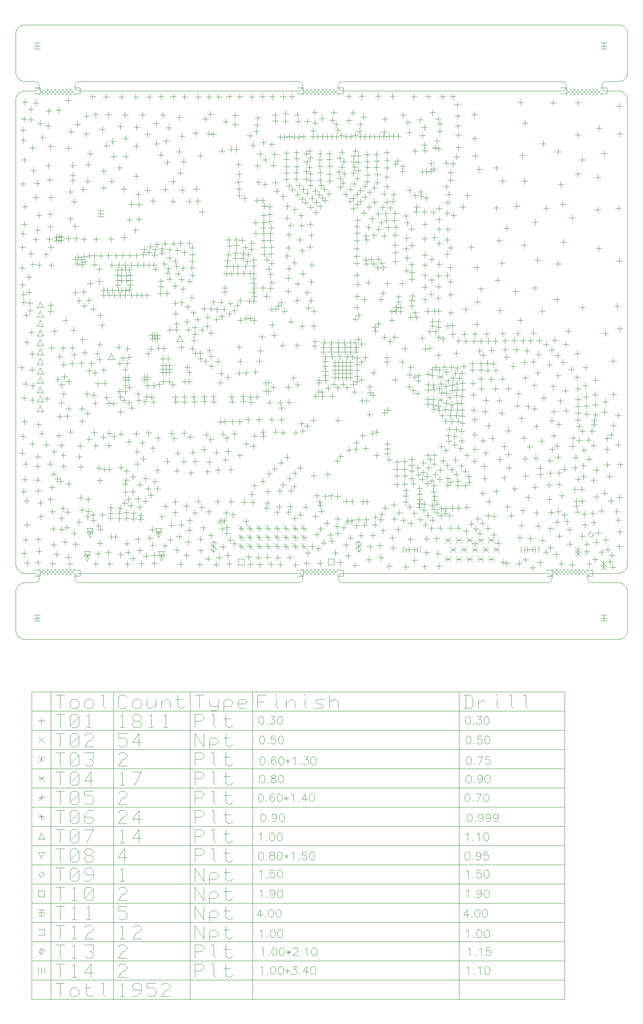
<source format=gbr>
G04 CAM350 PRO V7.5 (Build 195) Date:  Wed Jan 08 14:22:46 2014 *
G04 Database: c:\documents and settings\me014\×ÀÃæ\dd.cam *
G04 Layer 1: 0 *
%FSTAX35Y35*%
%MOMM*%
%SFA1.000B1.000*%

%MIA0B0*%
%IPPOS*%
%ADD10C,0.12700*%
%ADD11C,0.10160*%
%ADD12C,0.10000*%
%LN0*%
%LPD*%
G54D10*
X01145Y01597D03*
X01119Y01738D03*
X00869Y01798D03*
X00781Y016D03*
X00499Y01866D03*
X00474Y01625D03*
X00246Y01616D03*
X00179Y01818D03*
X00212Y02099D03*
X00476Y02113D03*
X00242Y0242D03*
X00538Y02597D03*
X00781Y02701D03*
X00968Y02556D03*
X01104Y02692D03*
X01004Y02767D03*
X0074Y02961D03*
X00529Y0289D03*
X00473Y0314D03*
X00466Y0337D03*
X00193Y03379D03*
X00172Y03124D03*
X00237Y02929D03*
X00773Y03216D03*
X0095Y03345D03*
X00885Y03395D03*
X00802Y03499D03*
X00731Y03712D03*
X00818Y03967D03*
X00972Y04103D03*
X00912Y04306D03*
X01161Y04388D03*
X01408Y0461D03*
X01521Y04778D03*
X0141Y04879D03*
X01683Y04989D03*
X01652Y05165D03*
X01509Y05189D03*
X01739Y05409D03*
X01885Y05422D03*
X0168Y05642D03*
X01563Y0568D03*
X01605Y05839D03*
X01775Y05914D03*
X0173Y06041D03*
X0178Y06235D03*
X01463Y06065D03*
X0124Y06019D03*
X01201Y06165D03*
X01001Y06159D03*
X00933Y05979D03*
X01021Y05807D03*
X01193Y05837D03*
X01389Y05841D03*
X01038Y05552D03*
X01124Y05458D03*
X00976Y05383D03*
X00893Y05503D03*
X01018Y05189D03*
X00968Y05006D03*
X01124Y04879D03*
X0109Y0472D03*
X00935Y0471D03*
X00665Y05085D03*
X00365Y05365D03*
X0021Y05397D03*
X0018Y05104D03*
X00355Y0506D03*
X00189Y04602D03*
X00485Y04545D03*
X00555Y04355D03*
X00356Y04135D03*
X0015Y0429D03*
X00143Y03938D03*
X00216Y03706D03*
X00466Y0366D03*
X00467Y03862D03*
X00653Y04112D03*
X01012Y03898D03*
X0102Y03659D03*
X01351Y03863D03*
X0138Y03652D03*
X01125Y03292D03*
X01379Y02997D03*
X01531Y02961D03*
X01406Y0273D03*
X01535Y02713D03*
X01639Y02633D03*
X01526Y02597D03*
X01647Y02514D03*
X01756Y02401D03*
X01795Y02321D03*
X02025Y0217D03*
X02107Y02171D03*
X02352Y02027D03*
X02379Y01839D03*
X0248Y01712D03*
X02365Y01588D03*
X0222Y01793D03*
X01995Y01602D03*
X01963Y01844D03*
X01784Y02034D03*
X01745Y01809D03*
X01697Y016D03*
X01264Y02014D03*
X01046Y02059D03*
X01237Y02244D03*
X01089Y02365D03*
X00975Y02317D03*
X00793Y0234D03*
X00802Y02D03*
X0134Y02476D03*
X01839Y02634D03*
X0201Y02668D03*
X02011Y02567D03*
X02192Y02554D03*
Y02669D03*
X0221Y0278D03*
X02305Y0288D03*
X02385Y0296D03*
X0244Y02825D03*
X0235Y0268D03*
Y0256D03*
X02494Y02548D03*
X02498Y0267D03*
X02624Y02801D03*
X02748Y02923D03*
X02862Y03044D03*
X03Y03182D03*
X0295Y03335D03*
X028Y03185D03*
X02623Y0327D03*
X02747Y03407D03*
X03001Y03569D03*
X03206Y03769D03*
X03409Y03567D03*
X0356Y03762D03*
X03433Y03937D03*
X03357Y04248D03*
X03304Y04353D03*
X03562Y04362D03*
X03689Y04286D03*
X03987Y04016D03*
X04125Y04226D03*
X04037Y04328D03*
X04328Y046D03*
X04432Y04606D03*
X04588Y04604D03*
X04742D03*
X04918Y04645D03*
X05147Y04646D03*
X05231Y04388D03*
X05246Y04295D03*
X05053Y04303D03*
X04881Y04128D03*
X05028Y04087D03*
X04745Y03892D03*
X04498Y0398D03*
X04441Y03791D03*
X04248Y03956D03*
X04095Y0375D03*
X04286Y03578D03*
X04059Y03543D03*
X03796Y03767D03*
X03751Y03954D03*
X03712Y03521D03*
X03869Y02917D03*
X0394Y02795D03*
X03797Y02678D03*
X03682Y0251D03*
X03503Y02423D03*
X03675Y02315D03*
X03462Y02175D03*
X03275Y0211D03*
X03159Y01979D03*
X02931Y01781D03*
X02759Y01758D03*
X02625Y01876D03*
X0259Y02124D03*
X02841Y02142D03*
X02899Y01993D03*
X02892Y0232D03*
X02645Y0254D03*
X0265Y0262D03*
X0259Y02975D03*
X02482Y03127D03*
X0232Y03112D03*
Y03286D03*
X02339Y03366D03*
X02485Y03438D03*
X02345Y0356D03*
X02225Y03635D03*
X01985Y036D03*
X0187Y03595D03*
X0176Y03625D03*
X0178Y03359D03*
X02014Y02786D03*
X02575Y03712D03*
X02706Y03815D03*
X02568Y03973D03*
X02687Y04159D03*
X02556Y0435D03*
X02401Y04181D03*
X02231Y04343D03*
X0208Y04288D03*
X01975Y0436D03*
X01854Y04277D03*
X01971Y04101D03*
X01696Y04094D03*
X01553Y04234D03*
X01663Y04376D03*
X01361Y0409D03*
X0222Y04812D03*
X02071Y04986D03*
X01975Y04993D03*
X01924Y05117D03*
X02201Y05244D03*
X0222Y0513D03*
X02295Y0505D03*
X024Y05D03*
X02455Y04895D03*
X02608Y05053D03*
X02738Y05028D03*
X02773Y05131D03*
X02884Y05124D03*
X02914Y05019D03*
X02589Y05189D03*
X02403Y05327D03*
X02323Y05368D03*
X02321Y05483D03*
X02379Y05486D03*
X02321Y05545D03*
X02379Y05547D03*
X0232Y05707D03*
X02362Y05831D03*
X02272Y05948D03*
X022Y05834D03*
X02399Y05971D03*
X02364Y06143D03*
X02183Y06175D03*
X01829Y06643D03*
X01792Y06857D03*
X0164Y06984D03*
X01551Y07168D03*
X01449Y07056D03*
X01339Y07166D03*
X01264Y07332D03*
X01439Y07345D03*
X01575Y07529D03*
X01774Y07572D03*
X0186Y07384D03*
X01941Y07382D03*
X0197Y0728D03*
X02051Y07382D03*
X02093Y0728D03*
X02177Y07384D03*
X02249Y07386D03*
X02332D03*
X02413Y07387D03*
X02422Y07489D03*
X02343Y07586D03*
X02424Y0759D03*
X02343Y07686D03*
X02424Y07704D03*
X02401Y07815D03*
X02328D03*
X02246Y07814D03*
X02163Y07818D03*
X02189Y07916D03*
X02322D03*
X02451D03*
X02583Y07917D03*
X02708D03*
X02824D03*
X02925D03*
X02961Y07832D03*
X03143Y0794D03*
X03238Y07839D03*
X03216Y07748D03*
X03258Y07621D03*
X03373Y07475D03*
X03512Y07611D03*
X03437Y07731D03*
X03542Y0785D03*
X03401Y07891D03*
X03377Y07997D03*
X03258Y08064D03*
X03092Y08174D03*
X03098Y08259D03*
X02991Y08355D03*
X02954Y08246D03*
X02852Y08307D03*
X02823Y08185D03*
X02726Y08242D03*
X02705Y08137D03*
X02554Y08117D03*
X02412D03*
X0227D03*
X02128D03*
X01969Y08116D03*
X01805Y08114D03*
X01673Y08116D03*
X01558Y08107D03*
X01453Y08095D03*
X01397Y08034D03*
X01464Y07982D03*
X01404Y07922D03*
X01301Y07945D03*
X0127Y08032D03*
X01324Y08088D03*
X01665Y07927D03*
X01774Y07831D03*
X02037Y07916D03*
X02164Y077D03*
X02243Y07686D03*
X02162Y0759D03*
X02243Y07586D03*
X02163Y07493D03*
X02213Y0728D03*
X02321D03*
X02444D03*
X02565D03*
X02671D03*
X02777D03*
X03066Y07315D03*
X03202D03*
X03075Y07458D03*
Y07576D03*
X03512Y07128D03*
X03639Y07034D03*
X03763Y06907D03*
X0385Y06761D03*
X03798Y06592D03*
X03658Y06546D03*
X03796Y06449D03*
X0377Y06325D03*
X0374Y0615D03*
X03801Y06053D03*
X03905Y06055D03*
X03913Y05934D03*
X04027Y05883D03*
X04136Y05986D03*
X04101Y0611D03*
X04282Y05879D03*
X04142Y05781D03*
X0435Y05624D03*
X04491Y05547D03*
X04328Y05427D03*
X04186Y05131D03*
X04192Y05023D03*
X03994Y05025D03*
X03992Y05134D03*
X03782Y05017D03*
X03773Y05134D03*
X03571Y05017D03*
X0357Y05128D03*
X03392Y05016D03*
X03383Y0512D03*
X03332Y05383D03*
X03255Y05455D03*
X03125Y0545D03*
X0304Y05392D03*
X0293Y05365D03*
X02795D03*
X0278Y05495D03*
X02728D03*
X0273Y05546D03*
X02781D03*
X03115Y05647D03*
X03185D03*
Y05717D03*
Y05787D03*
X03115D03*
Y05717D03*
X03255D03*
Y05647D03*
Y05787D03*
X03114Y05935D03*
X03229Y05936D03*
X03027Y06156D03*
X03135Y06158D03*
X02999Y06356D03*
X02948D03*
X02894Y06354D03*
X02886Y06435D03*
X0294D03*
X02993D03*
X03265Y06546D03*
X034D03*
X03406Y0667D03*
X03385Y06883D03*
X03379Y07106D03*
X03538Y07404D03*
X03683Y07569D03*
X0374Y07696D03*
X03728Y07855D03*
X03733Y07989D03*
X03741Y08132D03*
X03738Y08284D03*
X03677Y0838D03*
X03488D03*
X03343Y08367D03*
X0326Y08245D03*
X03163Y08367D03*
X02942Y0813D03*
X03425Y08226D03*
X03574Y08186D03*
X04427Y07436D03*
Y07346D03*
X0435Y07132D03*
X04263Y06984D03*
X04137Y06994D03*
X04181Y07133D03*
X03987Y06991D03*
X04068Y06808D03*
X04254Y06762D03*
X04365Y0683D03*
X04412Y06977D03*
X04522Y06886D03*
X0463Y06954D03*
X04688Y07064D03*
X04752Y07163D03*
X04944Y07158D03*
X05041D03*
X0505Y07257D03*
X05032Y07342D03*
X05049Y07433D03*
X05041Y07536D03*
X05036Y07628D03*
X05043Y07736D03*
X04961Y07738D03*
X04831D03*
X04698D03*
X04573D03*
X04456Y07726D03*
X0447Y0789D03*
X04482Y08006D03*
X04606Y0789D03*
X04703D03*
X04865D03*
X04907Y07991D03*
X0481Y0806D03*
X04918Y0814D03*
X04815Y08173D03*
X0486Y08294D03*
X04991Y08243D03*
X05Y08379D03*
X04794Y08438D03*
X04672Y08327D03*
X04667Y0845D03*
X04524Y08323D03*
X0451Y08452D03*
X04655Y08173D03*
X04648Y0806D03*
X04505Y0814D03*
X05038Y07898D03*
X05043Y08029D03*
X05257Y08148D03*
X0532Y08029D03*
X05419Y07948D03*
X05358Y07831D03*
X05395Y07717D03*
X05423Y07546D03*
X05398Y07424D03*
X0531Y07257D03*
X0523Y07433D03*
X05565Y07051D03*
X05508Y06986D03*
X05418D03*
X05623Y07128D03*
X0569Y06943D03*
X05828Y06714D03*
X06067Y0662D03*
X06312Y06628D03*
X06309Y06946D03*
X06191Y07012D03*
X06252Y07165D03*
X06166Y07329D03*
X05968Y07516D03*
X05771Y07638D03*
X05781Y07842D03*
X05905Y07964D03*
X05743Y08108D03*
X05771Y08277D03*
X06014Y08449D03*
X06229Y08298D03*
X06067Y08219D03*
X06267Y07918D03*
X0608Y07731D03*
X06254Y07559D03*
X05951Y07167D03*
X05769Y07359D03*
X05426Y06653D03*
X05471Y06426D03*
X0565Y06215D03*
X05955Y06225D03*
X06332Y06205D03*
X06336Y06295D03*
X06515Y06175D03*
Y06075D03*
X06555Y05975D03*
X0655Y05875D03*
Y05775D03*
X06555Y05675D03*
Y05575D03*
X0656Y05475D03*
X06423Y05479D03*
Y05427D03*
X06611Y0532D03*
X0673Y05395D03*
X06818Y05324D03*
X06935Y05395D03*
X07014Y05324D03*
X07145Y05395D03*
X0722Y0545D03*
X0732Y05485D03*
X0723Y0556D03*
X07225Y0569D03*
Y0581D03*
X0732Y05865D03*
X074Y05959D03*
X0722Y0595D03*
X0712Y05975D03*
X07085Y06075D03*
X07015Y05975D03*
X06965Y06075D03*
Y06175D03*
X06955Y06275D03*
X0683Y06175D03*
X06825Y06075D03*
X0686Y05975D03*
X06836Y05858D03*
X06756D03*
Y05778D03*
Y05698D03*
Y05618D03*
Y05538D03*
X06836D03*
X06916D03*
Y05618D03*
X06836D03*
Y05698D03*
X06916D03*
Y05778D03*
X06836D03*
X06916Y05858D03*
X06996D03*
Y05778D03*
Y05698D03*
Y05618D03*
X07076D03*
Y05538D03*
X06996D03*
X07076Y05698D03*
Y05778D03*
Y05858D03*
X07195Y0608D03*
X07205Y0618D03*
X0718Y06275D03*
X07254Y06346D03*
X0732Y06252D03*
X0709Y0618D03*
X07085Y06275D03*
X06825D03*
X0668D03*
X06675Y06175D03*
X0668Y06075D03*
X067Y0598D03*
X06525Y06275D03*
X07193Y06777D03*
X07265Y06849D03*
X07222Y07022D03*
X07385Y07188D03*
X07225Y07255D03*
X07236Y0751D03*
X07223Y07705D03*
X0743Y07944D03*
X07408Y08029D03*
X07524Y08032D03*
X07583Y07944D03*
X07664Y0786D03*
X07751Y07956D03*
X07673Y0804D03*
X07785Y07863D03*
X08039Y07988D03*
X08036Y08175D03*
X08031Y08342D03*
Y08554D03*
X07882Y08711D03*
X07847Y08856D03*
X07737Y08815D03*
X07672Y0867D03*
X07583Y0855D03*
X07427Y08448D03*
X07413Y08533D03*
X07466Y08715D03*
X07544Y08896D03*
X07669Y09003D03*
X07767Y09134D03*
X07855Y09248D03*
X07926Y09124D03*
X07836Y09005D03*
X08007Y08856D03*
X08047Y08719D03*
X08254Y08953D03*
X0829Y08811D03*
X08376Y08678D03*
X08277Y08482D03*
X08381Y08331D03*
X08262Y08262D03*
X08282Y08068D03*
X08383Y07921D03*
X08275Y07797D03*
X08386Y07761D03*
X08379Y0762D03*
X08183Y07528D03*
X08396Y07268D03*
X08386Y07161D03*
Y07048D03*
X08452Y06908D03*
X08478Y06812D03*
X08358D03*
X08142Y06936D03*
Y07017D03*
X08051Y07026D03*
X07963Y06938D03*
X08047Y06934D03*
X07963Y06748D03*
X07679Y0667D03*
X07602Y06601D03*
X0761Y06515D03*
X07807Y06394D03*
X07918Y06302D03*
X08021Y06394D03*
X08239Y0615D03*
X08179Y05865D03*
X0836Y05761D03*
X0834Y056D03*
X08446Y05548D03*
X08525Y05473D03*
X08527Y05576D03*
X08729Y05617D03*
X08818Y05586D03*
X08817Y05707D03*
X08893Y05759D03*
X08965Y05697D03*
X09071Y05758D03*
X09117Y05656D03*
X09223Y05754D03*
X09348Y05737D03*
X09445Y05626D03*
X09388Y05516D03*
X09461Y05414D03*
X09337Y05404D03*
X09235Y05377D03*
X09152Y05472D03*
X09254Y05528D03*
X09306Y05624D03*
X09483Y05777D03*
X09667Y05833D03*
X09672Y05699D03*
X09845Y05694D03*
Y05833D03*
X09986Y05843D03*
X10112Y05827D03*
X10159Y05691D03*
X09989Y05681D03*
X09845Y05508D03*
X09675Y05411D03*
X09853Y05296D03*
X09685Y0517D03*
X09455Y05278D03*
X09337D03*
X09235Y05264D03*
X09322Y05154D03*
X09445Y05139D03*
X09436Y04998D03*
X09344Y0499D03*
X09226Y04964D03*
X09118Y04996D03*
X09189Y05115D03*
X0912Y05205D03*
X09017Y05219D03*
X08967Y05305D03*
X09003Y05404D03*
X09107Y05349D03*
X08853Y05285D03*
X08844Y05382D03*
X0873Y05385D03*
Y05278D03*
X08837Y0508D03*
X08833Y04965D03*
X08849Y04867D03*
X0894Y04933D03*
X0896Y04843D03*
X09028Y04731D03*
X09101Y04615D03*
X09193Y04732D03*
X09211Y04853D03*
X09326Y04734D03*
X09352Y04854D03*
X09447D03*
X09451Y04727D03*
X09366Y04609D03*
X0946Y0457D03*
X09321Y0444D03*
X09436Y04403D03*
X09291Y04289D03*
X09169Y04194D03*
X0915Y04306D03*
X09178Y04445D03*
X09234Y0461D03*
X09086Y04861D03*
X08722Y05073D03*
X08718Y04976D03*
X08507Y05195D03*
X08409Y05265D03*
X08327Y05342D03*
X08032Y05485D03*
X07859Y05863D03*
Y05964D03*
X07575Y0564D03*
X07497Y05344D03*
X07501Y05217D03*
X07559Y05168D03*
X0742Y05045D03*
X07335Y05046D03*
X0717Y05234D03*
X067Y0514D03*
X06495Y05135D03*
X0648Y05234D03*
X06412D03*
X06353Y05147D03*
X05971Y05388D03*
X05878Y05527D03*
X05769Y0533D03*
X05785Y05015D03*
X05626Y04895D03*
X05595Y05005D03*
X05375D03*
X053Y05246D03*
X05353Y05248D03*
X05451Y05337D03*
X05348Y05426D03*
X05294D03*
X05075Y05658D03*
X0488Y05635D03*
X04735Y0563D03*
X04749Y05876D03*
X04726Y06182D03*
X05155Y05885D03*
X0518Y06105D03*
X05216Y06397D03*
X05046Y06744D03*
X04968Y06786D03*
X04872Y06778D03*
X04756Y06751D03*
X04541Y07102D03*
X04054Y0662D03*
X03944Y06545D03*
X04134Y06474D03*
X03629Y0671D03*
X03724Y07229D03*
X03503Y06179D03*
X03635Y05755D03*
X03675Y05645D03*
X0367Y05455D03*
X0358Y0545D03*
X0286Y0614D03*
X02805Y06043D03*
X02321Y05239D03*
X01864Y05695D03*
X01419Y06339D03*
X01227Y06536D03*
X01058Y06745D03*
X0082Y06515D03*
X00755Y06165D03*
X0035Y06035D03*
X00238Y0628D03*
X00338Y06495D03*
X00228Y06861D03*
X0031Y06947D03*
X00299Y07113D03*
X00174Y0713D03*
X00165Y0729D03*
X00277Y07343D03*
X00149Y07499D03*
X00279Y07658D03*
X00134Y07857D03*
X00366Y0793D03*
X005Y07912D03*
X00642Y08144D03*
X00747Y08293D03*
X00859Y08434D03*
X00912Y08436D03*
X00965Y08437D03*
X00916Y08511D03*
X00864D03*
X0097Y08514D03*
X01115Y08472D03*
X01276Y08483D03*
X01448Y08465D03*
X01704D03*
X02019D03*
X02296Y08496D03*
X02533Y08658D03*
X02409Y0887D03*
X02611Y08886D03*
Y09198D03*
X02449Y09204D03*
X02593Y09413D03*
X02789Y095D03*
X02905Y09273D03*
X03167Y09513D03*
X03336Y09684D03*
X03482Y09865D03*
X03557Y10103D03*
X0346Y10312D03*
X0321Y10084D03*
X03073Y10246D03*
X02982Y10483D03*
X02789Y10683D03*
X02562Y10826D03*
X02327Y10594D03*
X02558Y10427D03*
X02337Y10212D03*
X02202Y09975D03*
X02073Y10211D03*
X01925Y1044D03*
X02053Y10533D03*
X01838Y10789D03*
X01969Y11099D03*
X02221Y10845D03*
X02316Y11093D03*
X02682D03*
X02977Y10911D03*
X03113Y11093D03*
X0324Y10823D03*
X03464Y11037D03*
X03809Y10707D03*
X04091Y10696D03*
X04184Y10685D03*
X04446Y10949D03*
X04637Y11081D03*
X04644Y10888D03*
X04961Y10651D03*
X05094Y1074D03*
X05104Y10881D03*
X05126Y11035D03*
X05492Y10962D03*
X05495Y11091D03*
X0571Y11125D03*
Y10959D03*
X05961Y11091D03*
X05986Y10959D03*
X06173D03*
X06335Y10922D03*
X06489Y11015D03*
X06327Y11142D03*
X06704Y10977D03*
X06787Y10896D03*
X06819Y10766D03*
X06894Y10663D03*
X06794Y10633D03*
X06694D03*
X06594D03*
X06494Y10632D03*
X06394Y10631D03*
X06294Y1063D03*
X06295Y10749D03*
X06094Y1063D03*
X05994Y10629D03*
X05894Y10628D03*
X05794Y1063D03*
X05694Y10629D03*
X05594Y10628D03*
X05423Y10472D03*
X0524Y10503D03*
X05022Y1045D03*
X05174Y10266D03*
X05281Y10144D03*
X05119Y10015D03*
X0545Y10027D03*
X05475Y10258D03*
X05729Y1015D03*
X05734Y10285D03*
X05939Y10297D03*
X05947Y10164D03*
X05949Y09998D03*
X05936Y0987D03*
X05934Y09732D03*
X06002Y09598D03*
X06091Y09513D03*
X06171Y09433D03*
X06274Y09331D03*
X06362Y09243D03*
X06446Y09157D03*
X0655Y09282D03*
X06493Y09338D03*
X06418Y09407D03*
X06344Y09486D03*
X0624Y09603D03*
Y09705D03*
X06155Y09733D03*
X06229Y09844D03*
X06145Y09893D03*
X06219Y0998D03*
X06161Y10099D03*
X06239Y10182D03*
X06156Y10272D03*
X0622Y10329D03*
X06437Y10144D03*
X06441Y10271D03*
X06639Y10272D03*
X06641Y10151D03*
X06648Y10005D03*
X06644Y0984D03*
X06645Y09695D03*
X06533Y09524D03*
X06463Y09604D03*
X06441Y09711D03*
Y0987D03*
X06437Y10005D03*
X06845Y09887D03*
X06951Y09843D03*
X06864Y09746D03*
X06924Y09652D03*
X06876Y09566D03*
X06984Y09415D03*
X07086Y09512D03*
X07161Y09634D03*
X07231Y09745D03*
X0715Y09861D03*
X07246Y09914D03*
X07173Y09987D03*
X07251Y1009D03*
X07149Y10097D03*
X07152Y10225D03*
X07248Y10229D03*
X07191Y1033D03*
X07436Y10253D03*
X0744Y10105D03*
X07446Y09984D03*
X0745Y09824D03*
X07439Y09674D03*
X07389Y09577D03*
X07302Y09493D03*
X07222Y0941D03*
X07145Y09333D03*
X07069Y09258D03*
X07145Y09107D03*
X07225Y09191D03*
X07296Y09262D03*
X07391Y09355D03*
X07492Y09456D03*
X07588Y09552D03*
X07648Y09664D03*
X07651Y09831D03*
X07637Y09984D03*
X07643Y10121D03*
X07641Y10253D03*
X07855Y10298D03*
X07857Y10131D03*
X07858Y09973D03*
X08039Y10051D03*
X08081Y10115D03*
X08198Y10005D03*
X08184Y09901D03*
X07855Y09579D03*
X07797Y09425D03*
X07984Y09263D03*
X07999Y09409D03*
X0834Y095D03*
X08447Y09385D03*
X0857Y09465D03*
X08585Y0937D03*
X08685Y09335D03*
X08487Y09144D03*
X0848Y09046D03*
X08648Y09043D03*
X08839Y09034D03*
X08955Y09113D03*
X09131Y09016D03*
X09265Y08967D03*
X09465Y09147D03*
X09562Y09393D03*
X09203Y09714D03*
X09118Y09574D03*
X0917Y0941D03*
X09143Y09238D03*
X08957Y0888D03*
Y08677D03*
X08857Y085D03*
X08959Y08377D03*
X09134Y08449D03*
X09203Y0828D03*
X09133Y08148D03*
X08959Y07936D03*
X08806Y08037D03*
X08659Y0813D03*
Y07912D03*
Y07694D03*
X08803Y07602D03*
X08949Y07462D03*
X08788Y07299D03*
X08662Y07187D03*
X0872Y06946D03*
X08862Y06938D03*
X08953Y06941D03*
X08825Y06722D03*
Y0663D03*
X08768Y06508D03*
X0889D03*
X08953Y06605D03*
X08948Y06719D03*
X09142Y06626D03*
X09247Y06637D03*
X09249Y06451D03*
X09374Y06312D03*
X09489Y06453D03*
X09527Y06311D03*
X09698D03*
X0972Y06457D03*
X09845Y06311D03*
X09964Y06459D03*
X1Y06311D03*
X10153D03*
X10307Y06466D03*
X1036Y06312D03*
X10358Y0613D03*
X1039Y05972D03*
X10523Y05777D03*
X10767Y0586D03*
X10956Y05871D03*
X11067Y06023D03*
X11225Y06241D03*
X11345Y06124D03*
X11472Y06D03*
X11587Y05861D03*
X11758Y05708D03*
X1188Y05545D03*
X12054Y05367D03*
X119Y05303D03*
X12077Y0513D03*
X11902Y05072D03*
X11898Y04924D03*
X11902Y04779D03*
X11895Y04635D03*
X1192Y04501D03*
X11993Y04402D03*
X12123Y0422D03*
X12231Y04097D03*
X12027Y04008D03*
X11852Y03846D03*
X12017Y0367D03*
X12136Y03813D03*
X12293Y03585D03*
X1223Y03367D03*
X12017Y03442D03*
X11904Y03384D03*
X1183Y03171D03*
X11982Y03167D03*
X11993Y02931D03*
X11867Y0292D03*
Y02823D03*
X11887Y02695D03*
X1203Y02647D03*
X12213Y02665D03*
X12396Y0272D03*
X12596Y02927D03*
X12468Y03091D03*
X12291Y03012D03*
X12721Y02704D03*
X12753Y02523D03*
X12784Y02277D03*
X12489Y02097D03*
X12328Y02252D03*
X12286Y02061D03*
X12084Y02017D03*
Y01852D03*
X12265Y01697D03*
X12142Y01602D03*
X12401Y01845D03*
X12528Y019D03*
X1262Y01774D03*
X12576Y01641D03*
X12635Y01525D03*
X12772Y01962D03*
X12233Y0247D03*
X12045Y02417D03*
X1199Y02187D03*
X11727Y02015D03*
X11507Y02187D03*
X11313Y02341D03*
X11453Y02479D03*
X11611Y02629D03*
X11484Y027D03*
X11335Y02687D03*
X11292Y02966D03*
X11561Y03043D03*
X11497Y03274D03*
X1129Y03267D03*
X1111Y03484D03*
X11103Y03615D03*
X11307Y03777D03*
X11478Y03852D03*
X11352Y04018D03*
X11453Y0409D03*
X11385Y04311D03*
X11492Y04547D03*
X11349Y04626D03*
X1139Y04817D03*
X11521Y05042D03*
X11653Y04837D03*
X11634Y05258D03*
X11374Y05349D03*
X11474Y05575D03*
X11298Y05809D03*
X11053Y05635D03*
X10976Y05373D03*
X10784Y05526D03*
X10641Y05196D03*
X10424Y05296D03*
X10301Y05503D03*
X10151Y05296D03*
X1006Y05503D03*
X09955Y05055D03*
X09936Y04816D03*
X09716Y04646D03*
X09693Y04843D03*
X10006Y04517D03*
X10092Y04251D03*
X09894Y04202D03*
X09716Y04327D03*
X0944Y04203D03*
X09293Y04115D03*
X09418Y04034D03*
X09551Y0389D03*
X09709Y03771D03*
X09913Y0366D03*
X09928Y03405D03*
X10167Y03128D03*
X10014Y02915D03*
X09879Y03091D03*
X09597Y03322D03*
X09516Y0325D03*
X09361Y03252D03*
Y03348D03*
X09322Y03489D03*
X09234Y03586D03*
X09138Y03679D03*
X0904Y03776D03*
X08865Y0389D03*
X08774Y03798D03*
X08856Y03712D03*
X08741Y03628D03*
X08628Y03734D03*
X08513Y03625D03*
X08621Y03526D03*
X08709Y03447D03*
X08804Y0335D03*
X08718Y03292D03*
X08601Y03384D03*
X08527Y03483D03*
X08383Y034D03*
X0842Y03297D03*
X08545Y03195D03*
X08549Y03075D03*
X0855Y02965D03*
X08545Y02873D03*
X08536Y02795D03*
X08637Y02737D03*
X08719Y0262D03*
X0882Y02526D03*
X08673Y02418D03*
X08565Y02533D03*
X08436Y02666D03*
X08344Y028D03*
X08255Y02901D03*
Y03028D03*
X08262Y03149D03*
X08234Y03285D03*
X08066Y03273D03*
X08069Y03459D03*
Y03599D03*
X08067Y03748D03*
X0823Y03757D03*
X08381Y03805D03*
Y03681D03*
X08379Y03563D03*
X08241Y03459D03*
X08234Y036D03*
X07903Y03805D03*
X07866Y03928D03*
X07867Y04029D03*
Y04134D03*
X07641Y03893D03*
X07406Y0404D03*
X07212Y04156D03*
X07202Y04018D03*
X0705Y04008D03*
X06878Y03868D03*
X06806Y03775D03*
X06605Y03491D03*
X06311Y03464D03*
X06025Y03626D03*
X05907Y0351D03*
X05798Y03399D03*
X05661Y03268D03*
X05587Y0314D03*
X05825Y03142D03*
X0589Y0323D03*
X05483Y03607D03*
X05361Y03501D03*
X05232Y03344D03*
X05059Y0325D03*
X04995Y03067D03*
X04832Y02905D03*
X05021Y02899D03*
X05313Y02773D03*
X05333Y02885D03*
X05535Y02688D03*
X05578Y02804D03*
X05779Y02692D03*
X05809Y02814D03*
X06025Y02633D03*
X05906Y02557D03*
X06137Y02795D03*
X06341Y02596D03*
X06471Y02712D03*
X06448Y02828D03*
X06432Y02909D03*
X06556Y03027D03*
X06678Y03036D03*
X06811Y03024D03*
X06994Y02918D03*
X07119Y02919D03*
X07347Y02908D03*
X07434Y02909D03*
X07752Y02643D03*
X07724Y0253D03*
X07611Y02581D03*
X07604Y02421D03*
X07775Y023D03*
X07972Y02147D03*
X08093Y02329D03*
X08202Y02519D03*
X08114Y02676D03*
X08013Y02544D03*
X07817Y02778D03*
X07998Y02846D03*
X08366Y02453D03*
X08697Y02127D03*
X08912Y02129D03*
X08802Y02352D03*
X08985Y02354D03*
X09204D03*
X09365D03*
X09531Y02292D03*
X09643Y0244D03*
X0974Y02337D03*
X09825Y02238D03*
X09992Y02347D03*
X09878Y02457D03*
X09783Y02551D03*
X09997Y02613D03*
X10124Y02598D03*
X10407Y02803D03*
X10485Y02616D03*
X10706Y02406D03*
X10672Y02148D03*
X10889Y02137D03*
X1115Y02089D03*
X11313Y01937D03*
X11226Y01849D03*
X11436Y01795D03*
X11543Y01603D03*
X11778Y01578D03*
X11103Y01628D03*
X10942Y01519D03*
X10788Y01684D03*
X1065Y01602D03*
X10386Y01608D03*
X10315Y01635D03*
X10211Y02034D03*
X10117Y02213D03*
X09717Y02021D03*
X09183Y02617D03*
X09092Y0266D03*
X09001Y02613D03*
X08915Y02676D03*
X0885Y02752D03*
X08815Y02837D03*
X08859Y02939D03*
X0892Y02861D03*
X09011Y02762D03*
X09107Y02764D03*
X09245Y02775D03*
X0937Y0278D03*
X09545Y02795D03*
X09149Y03255D03*
X09208Y03324D03*
X09146Y03404D03*
X08972Y03388D03*
X08886Y03483D03*
X08985Y03582D03*
X0873Y0389D03*
X09006Y04078D03*
X09105Y03997D03*
X09309Y03794D03*
X09435Y03664D03*
X09516Y0355D03*
X09587Y03448D03*
X09946Y03944D03*
X09714Y04023D03*
X10242Y03802D03*
X10425Y03914D03*
X10339Y04079D03*
X10421Y04412D03*
X10701Y04672D03*
X10845Y04926D03*
X10981Y04879D03*
X11174Y05105D03*
X1062Y04939D03*
X10285Y04785D03*
X10235Y05049D03*
X11024Y04502D03*
X10758Y04258D03*
X10874Y04068D03*
X11005Y03836D03*
X10781Y03821D03*
X10444Y0363D03*
X10339Y0342D03*
X1056Y03184D03*
X10788Y03454D03*
X1099Y03218D03*
X10844Y03001D03*
X10736Y02724D03*
X11024Y02676D03*
X11067Y02399D03*
X11668Y02495D03*
X11724Y02319D03*
X1278Y03007D03*
X12567Y03447D03*
X12521Y03692D03*
X12794Y03699D03*
X12518Y0402D03*
Y04249D03*
X12608Y04325D03*
X12649Y04518D03*
X1275Y0474D03*
X12478Y05021D03*
X12651Y0518D03*
X12463Y04809D03*
X12272Y04747D03*
X1224Y04635D03*
X12237Y04541D03*
X12197Y04403D03*
X11923Y04208D03*
X11791Y04256D03*
X11783Y04083D03*
X11834Y03628D03*
X11616Y03591D03*
X115Y03519D03*
X11312Y03514D03*
X11132Y04191D03*
X12077Y04939D03*
X12086Y04759D03*
X12268Y04965D03*
X12264Y05175D03*
X12272Y05475D03*
X12064Y05748D03*
X11885Y06045D03*
X1164Y06242D03*
X11405Y06325D03*
X11698Y06523D03*
X11996Y0702D03*
X11456Y07185D03*
X11145Y06938D03*
X10958Y06479D03*
X10894Y06312D03*
X10734D03*
X10624Y0647D03*
X10553Y06312D03*
X10599Y06128D03*
X10818Y06104D03*
X11082Y06312D03*
X10676Y0675D03*
X10245Y06962D03*
X10577Y07353D03*
X10202Y07597D03*
X09845Y07413D03*
X09772Y0714D03*
X09523Y06983D03*
X09762Y06666D03*
X10071Y06115D03*
X09889Y06014D03*
X09815Y06103D03*
X09327Y06055D03*
X0904Y06355D03*
X08952Y0639D03*
X08767Y06155D03*
X08669Y06138D03*
X08606Y06367D03*
X08948Y06009D03*
X09206Y06907D03*
X08944Y07216D03*
X09206Y07287D03*
X09196Y07564D03*
X09136Y07698D03*
X09199Y07868D03*
X08951Y07689D03*
X08659Y07454D03*
X08104Y07246D03*
Y07135D03*
X0777Y0732D03*
X07731Y07189D03*
X07863Y07528D03*
X07463Y07545D03*
X07222Y07947D03*
X07218Y08103D03*
X07222Y08264D03*
Y08429D03*
X07227Y08592D03*
Y0873D03*
X07232Y08862D03*
X07363Y09019D03*
X07476Y09146D03*
X07597Y09246D03*
X08028Y09005D03*
X07798Y08537D03*
X08656Y08474D03*
X08661Y08781D03*
X09146Y08675D03*
X09644Y08296D03*
X09762Y07861D03*
X10291Y07955D03*
X10765Y08335D03*
X11045Y0802D03*
X11477Y07944D03*
X11591Y08401D03*
X11775Y08919D03*
X11577Y09203D03*
X11228Y0912D03*
X10997Y08819D03*
X10603Y09161D03*
X1017Y09123D03*
X10388Y08698D03*
X10233Y08435D03*
X10982Y07432D03*
X12338Y08269D03*
X12775Y08004D03*
X1273Y07047D03*
X12784Y06568D03*
X12478Y06469D03*
X12646Y05886D03*
X1275Y04118D03*
X08955Y01545D03*
X08937Y01813D03*
X08695Y01834D03*
X08432Y01674D03*
X08257Y01533D03*
X07901Y01553D03*
X07731Y01725D03*
X07501Y01963D03*
X07708Y01979D03*
X07559Y02203D03*
X07388Y02415D03*
X07419Y0253D03*
X07257Y02528D03*
X07212Y02404D03*
X07304Y02194D03*
X07082Y02139D03*
X06994Y01996D03*
X06768Y0183D03*
X06868Y01627D03*
X07039Y01766D03*
X07183Y01568D03*
X07475Y01687D03*
X07987Y0193D03*
X08351Y02112D03*
X08657Y01538D03*
X08642Y02863D03*
X08866Y03024D03*
X08844Y03127D03*
X08853Y0325D03*
X07635Y04385D03*
X07545Y04355D03*
X07338Y0431D03*
X07486Y04759D03*
X07808Y04795D03*
X07872Y04854D03*
X06818Y04631D03*
X06297D03*
X0617Y04513D03*
X06072Y04407D03*
X05927Y04371D03*
X06053Y04563D03*
X05657Y04372D03*
X05499Y04388D03*
X05626Y04644D03*
X05417Y04646D03*
X04976Y05013D03*
X04969Y05124D03*
X05104Y05134D03*
X04817Y05029D03*
X04809Y05136D03*
X04585Y05022D03*
X04575Y0513D03*
X04632Y04343D03*
X0447Y04255D03*
X04383Y04338D03*
X04555Y0359D03*
X04276Y02917D03*
X04087Y02697D03*
X0397Y02358D03*
X04129Y02198D03*
X0391Y02119D03*
X03921Y01878D03*
X04071Y01705D03*
X04243Y01586D03*
X0431Y01728D03*
X04485Y01774D03*
X04522Y01597D03*
X04386Y01956D03*
X04543Y02101D03*
X0462Y0202D03*
X04462Y02243D03*
X0438Y02336D03*
X04473Y02367D03*
X04597Y02637D03*
X04463Y02673D03*
X0456Y02913D03*
X04876Y02493D03*
X05336Y03127D03*
X05614Y03736D03*
X05749Y03852D03*
X06375Y03037D03*
X06813Y02546D03*
X06802Y02389D03*
X0694Y0236D03*
X06819Y0224D03*
X06662Y02208D03*
X06693Y02083D03*
X0652Y02041D03*
X06404Y0192D03*
X06271Y01966D03*
X06186Y01828D03*
X06158Y01606D03*
X0592Y01573D03*
X058Y01731D03*
X05595Y01584D03*
X05547Y01728D03*
X05399Y01593D03*
X05329Y01735D03*
X0517Y01579D03*
X05144Y01728D03*
X04968Y01581D03*
X04929Y0174D03*
X03896Y01582D03*
X03613Y01774D03*
X03496Y01595D03*
X03409Y01887D03*
X03652Y02053D03*
X03296Y02416D03*
X03092Y02595D03*
X03172Y02813D03*
X03377Y02682D03*
X03379Y02905D03*
X03614Y02821D03*
X02659Y01612D03*
X02942Y01607D03*
X02905Y04044D03*
X03015Y04254D03*
X02814Y04365D03*
X0035Y057D03*
X00124Y05746D03*
X00738Y0693D03*
X00743Y07067D03*
X00757Y07912D03*
X00326Y08151D03*
X00149Y083D03*
X00426Y08455D03*
X0046Y08654D03*
X00714Y08462D03*
X00734Y08726D03*
X00495Y08963D03*
X00732Y08994D03*
X00743Y09346D03*
X00455Y09645D03*
X00722Y09719D03*
X00696Y10021D03*
X0037Y09918D03*
X00185Y10139D03*
X00359Y10395D03*
X00163Y10556D03*
X00157Y10773D03*
X00325Y10991D03*
X00178Y11006D03*
X0032Y11209D03*
X00432Y11346D03*
X00198Y11362D03*
X00518Y10915D03*
X00691Y10864D03*
X00569Y10615D03*
X00736Y10427D03*
X0112Y10384D03*
X0117Y10736D03*
X01312Y10889D03*
X015Y11067D03*
X01692Y11099D03*
X01918Y11476D03*
X01628Y11479D03*
X01107Y11392D03*
X00914Y11189D03*
X00701Y11174D03*
X01494Y10692D03*
X01579Y10271D03*
X01535Y10043D03*
X01211Y09816D03*
Y09709D03*
X01426Y09519D03*
X01526Y09688D03*
X0186Y09553D03*
X02034Y09688D03*
X01863Y09906D03*
X0229Y09522D03*
X02546Y09797D03*
X03182Y10539D03*
X0352Y10646D03*
X03909Y10231D03*
X04367Y10332D03*
X04567Y10366D03*
X04666Y10363D03*
X0472Y10047D03*
X04733Y09835D03*
X04721Y09672D03*
X04723Y09523D03*
X04735Y09392D03*
X0484Y09329D03*
X05108Y09285D03*
X05231Y09284D03*
X05258Y09167D03*
X05376Y09151D03*
X05378Y08989D03*
X05252Y08963D03*
X05378Y08838D03*
X05253Y08817D03*
X05238Y08706D03*
X05254Y08586D03*
X05386Y08582D03*
X05411Y08706D03*
X05394Y08439D03*
X05254Y08435D03*
X05256Y08289D03*
X05401Y08149D03*
X05412Y08289D03*
X05082Y08587D03*
X0508Y08817D03*
X05655Y09372D03*
X05526Y09484D03*
X05496Y09656D03*
X05278Y09628D03*
X05144Y09666D03*
X05732Y09867D03*
X05735Y09998D03*
X05733Y09729D03*
X05782Y09594D03*
X05862Y0951D03*
X05966Y0941D03*
X06064Y09312D03*
X06139Y0924D03*
X06245Y09136D03*
X06353Y09029D03*
X06237Y08778D03*
X06047Y08753D03*
X06039Y08963D03*
X05903Y09089D03*
X05753Y0916D03*
X05743Y0891D03*
X05819Y08755D03*
X05781Y08558D03*
X06257Y0854D03*
X06633Y09422D03*
X06907Y09994D03*
X06946Y10103D03*
X06857Y10176D03*
X06906Y10304D03*
X06994Y10633D03*
X07094D03*
X07192Y10656D03*
X07282Y10744D03*
X07294Y10632D03*
X07394Y10633D03*
X07494Y10632D03*
X07594D03*
X07694Y10633D03*
X07794D03*
X07803Y10735D03*
X07905Y10646D03*
X07997Y1064D03*
X08094Y10641D03*
X0833Y10718D03*
X08302Y10937D03*
X08198Y11087D03*
X0856Y10988D03*
X0865Y10828D03*
X08611Y10659D03*
X08653Y10453D03*
X08663Y10341D03*
X0887Y10398D03*
X08953Y10379D03*
X08917Y10537D03*
X08974Y10746D03*
X0898Y10907D03*
X08939Y11006D03*
X08822Y1114D03*
X08736Y11477D03*
X09034D03*
X09254D03*
X09347Y11308D03*
X09356Y11062D03*
X09357Y10859D03*
X09367Y10669D03*
Y10405D03*
X09332Y10202D03*
X09254Y10055D03*
X09115Y10077D03*
X09208Y09873D03*
X08846Y09948D03*
X08787Y09898D03*
X08692Y0989D03*
X08615Y09889D03*
X08794Y10069D03*
X08455Y10325D03*
X07853Y09781D03*
X07292Y10894D03*
X07359Y1105D03*
X07136Y11137D03*
X07053Y10971D03*
X06735Y11142D03*
X0705Y11485D03*
X07326D03*
X07674Y11487D03*
X07979D03*
X08428Y1148D03*
X07815Y11005D03*
X09708Y11101D03*
X09713Y1059D03*
X09721Y10229D03*
X09808Y09942D03*
X1017Y0997D03*
X10305Y0969D03*
X10769Y09693D03*
X10717Y10233D03*
X11166Y10485D03*
X11481Y10315D03*
X11899Y10668D03*
X12345Y10814D03*
X12789Y10691D03*
X12454Y10276D03*
X11992Y10146D03*
X11899Y09846D03*
X11535Y09624D03*
X1232Y09772D03*
X1276Y0912D03*
X1232Y09081D03*
X10775Y10923D03*
X10686Y11357D03*
X11372Y11348D03*
X11901Y11352D03*
X12775Y11278D03*
X05847Y11478D03*
X05663D03*
X05426D03*
X05225Y11481D03*
X04997Y11472D03*
X04746Y11478D03*
X04521D03*
X04295Y11472D03*
X04094D03*
X03866D03*
X03577Y11474D03*
X03333Y11477D03*
X03076D03*
X02832Y11476D03*
X02543D03*
X02242D03*
X01207Y10028D03*
X01164Y09469D03*
X01239Y09254D03*
X01164Y08895D03*
X01251Y08736D03*
X00428Y09348D03*
X00197Y09154D03*
X00187Y08781D03*
X00157Y08584D03*
X00156Y09634D03*
X01864Y0728D03*
X03329Y09266D03*
X03529Y09497D03*
X03675Y09266D03*
X03856Y0927D03*
X03944Y09042D03*
X03825Y09525D03*
X04016Y11003D03*
X04117Y11106D03*
X06586Y02458D03*
X06455Y02336D03*
X06376Y02219D03*
X06441Y01611D03*
X00555Y01425D03*
X00635D03*
X00715D03*
X00795D03*
X00875D03*
X00955D03*
X01035D03*
X01115D03*
X01195D03*
X0613D03*
X0621D03*
X0629D03*
X0637D03*
X0645D03*
X0653D03*
X0661D03*
X0669D03*
X0677D03*
X11405D03*
X11485D03*
X11565D03*
X11645D03*
X11725D03*
X11805D03*
X11885D03*
X11965D03*
X12045D03*
X12025Y11575D03*
X11945D03*
X11865D03*
X11785D03*
X11705D03*
X12105D03*
X12185D03*
X12265D03*
X12345D03*
X0677D03*
X0669D03*
X0661D03*
X0653D03*
X0645D03*
X0637D03*
X0629D03*
X0621D03*
X0613D03*
X01195D03*
X01115D03*
X01035D03*
X00955D03*
X00875D03*
X00795D03*
X00715D03*
X00635D03*
X00555D03*
X08989Y05063D03*
Y05551D03*
X09146Y02097D03*
X0926Y01897D03*
X09375Y01697D03*
X09489Y01897D03*
X09604Y01697D03*
X09718Y01897D03*
X09833Y01697D03*
X09947Y01897D03*
X10062Y01697D03*
X10176Y01897D03*
X10062Y02097D03*
X09833D03*
X09604D03*
X09375D03*
X09146Y01697D03*
X04768Y01966D03*
X04958D03*
Y02157D03*
X04768D03*
Y02347D03*
X04958D03*
X05149D03*
Y02157D03*
X05339D03*
Y01966D03*
X0553D03*
Y02157D03*
X0572D03*
X05911D03*
Y01966D03*
X0572D03*
X06101D03*
Y02157D03*
Y02347D03*
X05911D03*
X0572D03*
X0553D03*
X05339D03*
X05149Y01966D03*
X0045Y014D03*
G54D11*
X003865Y013365D03*
G54D10*
X013Y014D03*
G54D11*
X012365Y013365D03*
G54D10*
X0052Y0488D03*
Y0508D03*
Y0528D03*
Y0548D03*
Y0568D03*
Y0588D03*
Y0608D03*
Y0628D03*
Y0648D03*
Y0668D03*
Y0688D03*
Y0708D03*
X02021Y05977D03*
X0347Y06365D03*
X06025Y014D03*
G54D11*
X059615Y013365D03*
G54D10*
X06875Y014D03*
G54D11*
X068115Y013365D03*
G54D10*
X113Y014D03*
G54D11*
X112365Y013365D03*
G54D10*
X1215Y014D03*
G54D11*
X120865Y013365D03*
G54D10*
X1245Y116D03*
G54D11*
X123865Y115365D03*
G54D10*
X116Y116D03*
G54D11*
X115365Y115365D03*
G54D10*
X06875Y116D03*
G54D11*
X068115Y115365D03*
G54D10*
X06025Y116D03*
G54D11*
X059615Y115365D03*
G54D10*
X013Y116D03*
G54D11*
X012365Y115365D03*
G54D10*
X0045Y116D03*
G54D11*
X003865Y115365D03*
G54D10*
X1217Y0222D03*
X04768Y01635D03*
X06673D03*
X0045Y0045D03*
X018Y09D03*
X0045Y1255D03*
X1245D03*
Y0045D03*
G54D11*
X00480432Y-06257367D03*
G54D12*
G01X05211881Y-02481078D02*
X05188038Y-02489025D01*
X05172142Y-02512869D01*
X05164195Y-02552607D01*
Y-02576451D01*
X05172142Y-02616189D01*
X05188038Y-02640033D01*
X05211881Y-0264798D01*
X05227777D01*
X0525162Y-02640033D01*
X05267515Y-02616189D01*
X05275463Y-02576451D01*
Y-02552607D01*
X05267515Y-02512869D01*
X0525162Y-02489025D01*
X05227777Y-02481078D01*
X05211881D01*
X05339045Y-02632085D02*
X05331097Y-02640033D01*
X05339045Y-0264798D01*
X05346993Y-02640033D01*
X05339045Y-02632085D01*
X05505948Y-02504921D02*
X05498Y-02489025D01*
X05474157Y-02481078D01*
X05458261D01*
X05434418Y-02489025D01*
X05418522Y-02512869D01*
X05410575Y-02552607D01*
Y-02592346D01*
X05418522Y-02624137D01*
X05434418Y-02640033D01*
X05458261Y-0264798D01*
X05466209D01*
X05490052Y-02640033D01*
X05505948Y-02624137D01*
X05513896Y-02600294D01*
Y-02592346D01*
X05505948Y-02568503D01*
X05490052Y-02552607D01*
X05466209Y-0254466D01*
X05458261D01*
X05434418Y-02552607D01*
X05418522Y-02568503D01*
X05410575Y-02592346D01*
X05609269Y-02481078D02*
X05585425Y-02489025D01*
X0556953Y-02512869D01*
X05561582Y-02552607D01*
Y-02576451D01*
X0556953Y-02616189D01*
X05585425Y-02640033D01*
X05609269Y-0264798D01*
X05625164D01*
X05649007Y-02640033D01*
X05664903Y-02616189D01*
X05672851Y-02576451D01*
Y-02552607D01*
X05664903Y-02512869D01*
X05649007Y-02489025D01*
X05625164Y-02481078D01*
X05609269D01*
X05760276Y-02528764D02*
Y-02624137D01*
X05720537Y-02552607D02*
X05800015Y-02600294D01*
Y-02552607D02*
X05720537Y-02600294D01*
X05871544Y-02512869D02*
X0588744Y-02504921D01*
X05911283Y-02481078D01*
Y-0264798D01*
X06022551Y-02632085D02*
X06014604Y-02640033D01*
X06022551Y-0264798D01*
X06030499Y-02640033D01*
X06022551Y-02632085D01*
X06102029Y-02481078D02*
X06189454D01*
X06141768Y-0254466D01*
X06165611D01*
X06181506Y-02552607D01*
X06189454Y-02560555D01*
X06197402Y-02584398D01*
Y-02600294D01*
X06189454Y-02624137D01*
X06173559Y-02640033D01*
X06149715Y-0264798D01*
X06125872D01*
X06102029Y-02640033D01*
X06094081Y-02632085D01*
X06086133Y-02616189D01*
X06292775Y-02481078D02*
X06268932Y-02489025D01*
X06253036Y-02512869D01*
X06245088Y-02552607D01*
Y-02576451D01*
X06253036Y-02616189D01*
X06268932Y-02640033D01*
X06292775Y-0264798D01*
X0630867D01*
X06332514Y-02640033D01*
X06348409Y-02616189D01*
X06356357Y-02576451D01*
Y-02552607D01*
X06348409Y-02512869D01*
X06332514Y-02489025D01*
X0630867Y-02481078D01*
X06292775D01*
G01X05177828Y-03265233D02*
X05153984Y-03273181D01*
X05138089Y-03297024D01*
X05130141Y-03336763D01*
Y-03360606D01*
X05138089Y-03400345D01*
X05153984Y-03424189D01*
X05177828Y-03432136D01*
X05193723D01*
X05217566Y-03424189D01*
X05233462Y-03400345D01*
X0524141Y-03360606D01*
Y-03336763D01*
X05233462Y-03297024D01*
X05217566Y-03273181D01*
X05193723Y-03265233D01*
X05177828D01*
X05304991Y-03416241D02*
X05297044Y-03424189D01*
X05304991Y-03432136D01*
X05312939Y-03424189D01*
X05304991Y-03416241D01*
X05471894Y-03289077D02*
X05463946Y-03273181D01*
X05440103Y-03265233D01*
X05424208D01*
X05400364Y-03273181D01*
X05384469Y-03297024D01*
X05376521Y-03336763D01*
Y-03376502D01*
X05384469Y-03408293D01*
X05400364Y-03424189D01*
X05424208Y-03432136D01*
X05432155D01*
X05455999Y-03424189D01*
X05471894Y-03408293D01*
X05479842Y-0338445D01*
Y-03376502D01*
X05471894Y-03352659D01*
X05455999Y-03336763D01*
X05432155Y-03328815D01*
X05424208D01*
X05400364Y-03336763D01*
X05384469Y-03352659D01*
X05376521Y-03376502D01*
X05575215Y-03265233D02*
X05551372Y-03273181D01*
X05535476Y-03297024D01*
X05527528Y-03336763D01*
Y-03360606D01*
X05535476Y-03400345D01*
X05551372Y-03424189D01*
X05575215Y-03432136D01*
X0559111D01*
X05614954Y-03424189D01*
X05630849Y-03400345D01*
X05638797Y-03360606D01*
Y-03336763D01*
X05630849Y-03297024D01*
X05614954Y-03273181D01*
X0559111Y-03265233D01*
X05575215D01*
X05726222Y-0331292D02*
Y-03408293D01*
X05686483Y-03336763D02*
X05765961Y-0338445D01*
Y-03336763D02*
X05686483Y-0338445D01*
X05837491Y-03297024D02*
X05853386Y-03289077D01*
X05877229Y-03265233D01*
Y-03432136D01*
X05988498Y-03416241D02*
X0598055Y-03424189D01*
X05988498Y-03432136D01*
X05996446Y-03424189D01*
X05988498Y-03416241D01*
X06131557Y-03265233D02*
X0605208Y-03376502D01*
X06171296D01*
X06131557Y-03265233D02*
Y-03432136D01*
X06258721Y-03265233D02*
X06234878Y-03273181D01*
X06218983Y-03297024D01*
X06211035Y-03336763D01*
Y-03360606D01*
X06218983Y-03400345D01*
X06234878Y-03424189D01*
X06258721Y-03432136D01*
X06274617D01*
X0629846Y-03424189D01*
X06314356Y-03400345D01*
X06322303Y-03360606D01*
Y-03336763D01*
X06314356Y-03297024D01*
X0629846Y-03273181D01*
X06274617Y-03265233D01*
X06258721D01*
G01X05182483Y-04496698D02*
X0515864Y-04504646D01*
X05142744Y-04528489D01*
X05134796Y-04568228D01*
Y-04592071D01*
X05142744Y-0463181D01*
X0515864Y-04655653D01*
X05182483Y-04663601D01*
X05198378D01*
X05222222Y-04655653D01*
X05238117Y-0463181D01*
X05246065Y-04592071D01*
Y-04568228D01*
X05238117Y-04528489D01*
X05222222Y-04504646D01*
X05198378Y-04496698D01*
X05182483D01*
X05309647Y-04647705D02*
X05301699Y-04655653D01*
X05309647Y-04663601D01*
X05317595Y-04655653D01*
X05309647Y-04647705D01*
X05412968Y-04496698D02*
X05389124Y-04504646D01*
X05381177Y-04520541D01*
Y-04536437D01*
X05389124Y-04552332D01*
X0540502Y-0456028D01*
X05436811Y-04568228D01*
X05460654Y-04576176D01*
X0547655Y-04592071D01*
X05484497Y-04607967D01*
Y-0463181D01*
X0547655Y-04647705D01*
X05468602Y-04655653D01*
X05444759Y-04663601D01*
X05412968D01*
X05389124Y-04655653D01*
X05381177Y-04647705D01*
X05373229Y-0463181D01*
Y-04607967D01*
X05381177Y-04592071D01*
X05397072Y-04576176D01*
X05420915Y-04568228D01*
X05452706Y-0456028D01*
X05468602Y-04552332D01*
X0547655Y-04536437D01*
Y-04520541D01*
X05468602Y-04504646D01*
X05444759Y-04496698D01*
X05412968D01*
X0557987D02*
X05556027Y-04504646D01*
X05540132Y-04528489D01*
X05532184Y-04568228D01*
Y-04592071D01*
X05540132Y-0463181D01*
X05556027Y-04655653D01*
X0557987Y-04663601D01*
X05595766D01*
X05619609Y-04655653D01*
X05635505Y-0463181D01*
X05643452Y-04592071D01*
Y-04568228D01*
X05635505Y-04528489D01*
X05619609Y-04504646D01*
X05595766Y-04496698D01*
X0557987D01*
X05730878Y-04544385D02*
Y-04639758D01*
X05691139Y-04568228D02*
X05770616Y-04615914D01*
Y-04568228D02*
X05691139Y-04615914D01*
X05842146Y-04528489D02*
X05858042Y-04520541D01*
X05881885Y-04496698D01*
Y-04663601D01*
X05993153Y-04647705D02*
X05985206Y-04655653D01*
X05993153Y-04663601D01*
X06001101Y-04655653D01*
X05993153Y-04647705D01*
X06152108Y-04496698D02*
X06072631D01*
X06064683Y-04568228D01*
X06072631Y-0456028D01*
X06096474Y-04552332D01*
X06120317D01*
X0614416Y-0456028D01*
X06160056Y-04576176D01*
X06168004Y-04600019D01*
Y-04615914D01*
X06160056Y-04639758D01*
X0614416Y-04655653D01*
X06120317Y-04663601D01*
X06096474D01*
X06072631Y-04655653D01*
X06064683Y-04647705D01*
X06056735Y-0463181D01*
X06263377Y-04496698D02*
X06239533Y-04504646D01*
X06223638Y-04528489D01*
X0621569Y-04568228D01*
Y-04592071D01*
X06223638Y-0463181D01*
X06239533Y-04655653D01*
X06263377Y-04663601D01*
X06279272D01*
X06303115Y-04655653D01*
X06319011Y-0463181D01*
X06326959Y-04592071D01*
Y-04568228D01*
X06319011Y-04528489D01*
X06303115Y-04504646D01*
X06279272Y-04496698D01*
X06263377D01*
G01X05204444Y-06553724D02*
X0522034Y-06545777D01*
X05244183Y-06521933D01*
Y-06688836D01*
X05355451Y-06672941D02*
X05347504Y-06680889D01*
X05355451Y-06688836D01*
X05363399Y-06680889D01*
X05355451Y-06672941D01*
X0546672Y-06521933D02*
X05442877Y-06529881D01*
X05426981Y-06553724D01*
X05419033Y-06593463D01*
Y-06617306D01*
X05426981Y-06657045D01*
X05442877Y-06680889D01*
X0546672Y-06688836D01*
X05482615D01*
X05506459Y-06680889D01*
X05522354Y-06657045D01*
X05530302Y-06617306D01*
Y-06593463D01*
X05522354Y-06553724D01*
X05506459Y-06529881D01*
X05482615Y-06521933D01*
X0546672D01*
X05625675D02*
X05601832Y-06529881D01*
X05585936Y-06553724D01*
X05577988Y-06593463D01*
Y-06617306D01*
X05585936Y-06657045D01*
X05601832Y-06680889D01*
X05625675Y-06688836D01*
X0564157D01*
X05665414Y-06680889D01*
X05681309Y-06657045D01*
X05689257Y-06617306D01*
Y-06593463D01*
X05681309Y-06553724D01*
X05665414Y-06529881D01*
X0564157Y-06521933D01*
X05625675D01*
X05776682Y-0656962D02*
Y-06664993D01*
X05736943Y-06593463D02*
X05816421Y-0664115D01*
Y-06593463D02*
X05736943Y-0664115D01*
X05872055Y-06561672D02*
Y-06553724D01*
X05880003Y-06537829D01*
X05887951Y-06529881D01*
X05903846Y-06521933D01*
X05935637D01*
X05951533Y-06529881D01*
X0595948Y-06537829D01*
X05967428Y-06553724D01*
Y-0656962D01*
X0595948Y-06585515D01*
X05943585Y-06609359D01*
X05864107Y-06688836D01*
X05975376D01*
X06038958Y-06672941D02*
X0603101Y-06680889D01*
X06038958Y-06688836D01*
X06046906Y-06680889D01*
X06038958Y-06672941D01*
X06126383Y-06553724D02*
X06142279Y-06545777D01*
X06166122Y-06521933D01*
Y-06688836D01*
X06309181Y-06521933D02*
X06285338Y-06529881D01*
X06269443Y-06553724D01*
X06261495Y-06593463D01*
Y-06617306D01*
X06269443Y-06657045D01*
X06285338Y-06680889D01*
X06309181Y-06688836D01*
X06325077D01*
X0634892Y-06680889D01*
X06364816Y-06657045D01*
X06372763Y-06617306D01*
Y-06593463D01*
X06364816Y-06553724D01*
X0634892Y-06529881D01*
X06325077Y-06521933D01*
X06309181D01*
G01X05179441Y-06949968D02*
X05195337Y-0694202D01*
X0521918Y-06918177D01*
Y-0708508D01*
X05330449Y-07069184D02*
X05322501Y-07077132D01*
X05330449Y-0708508D01*
X05338396Y-07077132D01*
X05330449Y-07069184D01*
X05441717Y-06918177D02*
X05417874Y-06926125D01*
X05401978Y-06949968D01*
X05394031Y-06989707D01*
Y-0701355D01*
X05401978Y-07053289D01*
X05417874Y-07077132D01*
X05441717Y-0708508D01*
X05457613D01*
X05481456Y-07077132D01*
X05497351Y-07053289D01*
X05505299Y-0701355D01*
Y-06989707D01*
X05497351Y-06949968D01*
X05481456Y-06926125D01*
X05457613Y-06918177D01*
X05441717D01*
X05600672D02*
X05576829Y-06926125D01*
X05560933Y-06949968D01*
X05552986Y-06989707D01*
Y-0701355D01*
X05560933Y-07053289D01*
X05576829Y-07077132D01*
X05600672Y-0708508D01*
X05616568D01*
X05640411Y-07077132D01*
X05656306Y-07053289D01*
X05664254Y-0701355D01*
Y-06989707D01*
X05656306Y-06949968D01*
X05640411Y-06926125D01*
X05616568Y-06918177D01*
X05600672D01*
X05751679Y-06965863D02*
Y-07061236D01*
X05711941Y-06989707D02*
X05791418Y-07037393D01*
Y-06989707D02*
X05711941Y-07037393D01*
X05855Y-06918177D02*
X05942425D01*
X05894739Y-06981759D01*
X05918582D01*
X05934478Y-06989707D01*
X05942425Y-06997654D01*
X05950373Y-07021498D01*
Y-07037393D01*
X05942425Y-07061236D01*
X0592653Y-07077132D01*
X05902687Y-0708508D01*
X05878843D01*
X05855Y-07077132D01*
X05847052Y-07069184D01*
X05839105Y-07053289D01*
X06013955Y-07069184D02*
X06006007Y-07077132D01*
X06013955Y-0708508D01*
X06021903Y-07077132D01*
X06013955Y-07069184D01*
X06157015Y-06918177D02*
X06077537Y-07029445D01*
X06196753D01*
X06157015Y-06918177D02*
Y-0708508D01*
X06284179Y-06918177D02*
X06260335Y-06926125D01*
X0624444Y-06949968D01*
X06236492Y-06989707D01*
Y-0701355D01*
X0624444Y-07053289D01*
X06260335Y-07077132D01*
X06284179Y-0708508D01*
X06300074D01*
X06323917Y-07077132D01*
X06339813Y-07053289D01*
X06347761Y-0701355D01*
Y-06989707D01*
X06339813Y-06949968D01*
X06323917Y-06926125D01*
X06300074Y-06918177D01*
X06284179D01*
G01X05188637Y-01628829D02*
X05164794Y-01636777D01*
X05148898Y-0166062D01*
X05140951Y-01700359D01*
Y-01724202D01*
X05148898Y-01763941D01*
X05164794Y-01787784D01*
X05188637Y-01795732D01*
X05204533D01*
X05228376Y-01787784D01*
X05244271Y-01763941D01*
X05252219Y-01724202D01*
Y-01700359D01*
X05244271Y-0166062D01*
X05228376Y-01636777D01*
X05204533Y-01628829D01*
X05188637D01*
X05315801Y-01779836D02*
X05307853Y-01787784D01*
X05315801Y-01795732D01*
X05323749Y-01787784D01*
X05315801Y-01779836D01*
X05395278Y-01628829D02*
X05482704D01*
X05435017Y-01692411D01*
X05458861D01*
X05474756Y-01700359D01*
X05482704Y-01708307D01*
X05490652Y-0173215D01*
Y-01748045D01*
X05482704Y-01771889D01*
X05466808Y-01787784D01*
X05442965Y-01795732D01*
X05419122D01*
X05395278Y-01787784D01*
X05387331Y-01779836D01*
X05379383Y-01763941D01*
X05586025Y-01628829D02*
X05562181Y-01636777D01*
X05546286Y-0166062D01*
X05538338Y-01700359D01*
Y-01724202D01*
X05546286Y-01763941D01*
X05562181Y-01787784D01*
X05586025Y-01795732D01*
X0560192D01*
X05625763Y-01787784D01*
X05641659Y-01763941D01*
X05649607Y-01724202D01*
Y-01700359D01*
X05641659Y-0166062D01*
X05625763Y-01636777D01*
X0560192Y-01628829D01*
X05586025D01*
G01X05205Y-02042708D02*
X05181157Y-02050655D01*
X05165262Y-02074499D01*
X05157314Y-02114237D01*
Y-02138081D01*
X05165262Y-02177819D01*
X05181157Y-02201663D01*
X05205Y-0220961D01*
X05220896D01*
X05244739Y-02201663D01*
X05260635Y-02177819D01*
X05268582Y-02138081D01*
Y-02114237D01*
X05260635Y-02074499D01*
X05244739Y-02050655D01*
X05220896Y-02042708D01*
X05205D01*
X05332164Y-02193715D02*
X05324217Y-02201663D01*
X05332164Y-0220961D01*
X05340112Y-02201663D01*
X05332164Y-02193715D01*
X05491119Y-02042708D02*
X05411642D01*
X05403694Y-02114237D01*
X05411642Y-0210629D01*
X05435485Y-02098342D01*
X05459328D01*
X05483171Y-0210629D01*
X05499067Y-02122185D01*
X05507015Y-02146028D01*
Y-02161924D01*
X05499067Y-02185767D01*
X05483171Y-02201663D01*
X05459328Y-0220961D01*
X05435485D01*
X05411642Y-02201663D01*
X05403694Y-02193715D01*
X05395746Y-02177819D01*
X05602388Y-02042708D02*
X05578544Y-02050655D01*
X05562649Y-02074499D01*
X05554701Y-02114237D01*
Y-02138081D01*
X05562649Y-02177819D01*
X05578544Y-02201663D01*
X05602388Y-0220961D01*
X05618283D01*
X05642126Y-02201663D01*
X05658022Y-02177819D01*
X0566597Y-02138081D01*
Y-02114237D01*
X05658022Y-02074499D01*
X05642126Y-02050655D01*
X05618283Y-02042708D01*
X05602388D01*
G01X05207985Y-02867943D02*
X05184141Y-02875891D01*
X05168246Y-02899734D01*
X05160298Y-02939473D01*
Y-02963316D01*
X05168246Y-03003055D01*
X05184141Y-03026899D01*
X05207985Y-03034846D01*
X0522388D01*
X05247723Y-03026899D01*
X05263619Y-03003055D01*
X05271567Y-02963316D01*
Y-02939473D01*
X05263619Y-02899734D01*
X05247723Y-02875891D01*
X0522388Y-02867943D01*
X05207985D01*
X05335148Y-03018951D02*
X05327201Y-03026899D01*
X05335148Y-03034846D01*
X05343096Y-03026899D01*
X05335148Y-03018951D01*
X05438469Y-02867943D02*
X05414626Y-02875891D01*
X05406678Y-02891787D01*
Y-02907682D01*
X05414626Y-02923578D01*
X05430521Y-02931525D01*
X05462312Y-02939473D01*
X05486156Y-02947421D01*
X05502051Y-02963316D01*
X05509999Y-02979212D01*
Y-03003055D01*
X05502051Y-03018951D01*
X05494103Y-03026899D01*
X0547026Y-03034846D01*
X05438469D01*
X05414626Y-03026899D01*
X05406678Y-03018951D01*
X0539873Y-03003055D01*
Y-02979212D01*
X05406678Y-02963316D01*
X05422574Y-02947421D01*
X05446417Y-02939473D01*
X05478208Y-02931525D01*
X05494103Y-02923578D01*
X05502051Y-02907682D01*
Y-02891787D01*
X05494103Y-02875891D01*
X0547026Y-02867943D01*
X05438469D01*
X05605372D02*
X05581529Y-02875891D01*
X05565633Y-02899734D01*
X05557685Y-02939473D01*
Y-02963316D01*
X05565633Y-03003055D01*
X05581529Y-03026899D01*
X05605372Y-03034846D01*
X05621267D01*
X05645111Y-03026899D01*
X05661006Y-03003055D01*
X05668954Y-02963316D01*
Y-02939473D01*
X05661006Y-02899734D01*
X05645111Y-02875891D01*
X05621267Y-02867943D01*
X05605372D01*
G01X05227148Y-03688797D02*
X05203304Y-03696744D01*
X05187409Y-03720588D01*
X05179461Y-03760326D01*
Y-0378417D01*
X05187409Y-03823908D01*
X05203304Y-03847752D01*
X05227148Y-03855699D01*
X05243043D01*
X05266886Y-03847752D01*
X05282782Y-03823908D01*
X0529073Y-0378417D01*
Y-03760326D01*
X05282782Y-03720588D01*
X05266886Y-03696744D01*
X05243043Y-03688797D01*
X05227148D01*
X05354312Y-03839804D02*
X05346364Y-03847752D01*
X05354312Y-03855699D01*
X05362259Y-03847752D01*
X05354312Y-03839804D01*
X05521214Y-03744431D02*
X05513267Y-03768274D01*
X05497371Y-0378417D01*
X05473528Y-03792117D01*
X0546558D01*
X05441737Y-0378417D01*
X05425841Y-03768274D01*
X05417894Y-03744431D01*
Y-03736483D01*
X05425841Y-0371264D01*
X05441737Y-03696744D01*
X0546558Y-03688797D01*
X05473528D01*
X05497371Y-03696744D01*
X05513267Y-0371264D01*
X05521214Y-03744431D01*
Y-0378417D01*
X05513267Y-03823908D01*
X05497371Y-03847752D01*
X05473528Y-03855699D01*
X05457632D01*
X05433789Y-03847752D01*
X05425841Y-03831856D01*
X05624535Y-03688797D02*
X05600692Y-03696744D01*
X05584796Y-03720588D01*
X05576849Y-03760326D01*
Y-0378417D01*
X05584796Y-03823908D01*
X05600692Y-03847752D01*
X05624535Y-03855699D01*
X05640431D01*
X05664274Y-03847752D01*
X05680169Y-03823908D01*
X05688117Y-0378417D01*
Y-03760326D01*
X05680169Y-03720588D01*
X05664274Y-03696744D01*
X05640431Y-03688797D01*
X05624535D01*
G01X05155577Y-0412475D02*
X05171472Y-04116802D01*
X05195315Y-04092959D01*
Y-04259861D01*
X05306584Y-04243966D02*
X05298636Y-04251914D01*
X05306584Y-04259861D01*
X05314532Y-04251914D01*
X05306584Y-04243966D01*
X05417852Y-04092959D02*
X05394009Y-04100906D01*
X05378114Y-0412475D01*
X05370166Y-04164488D01*
Y-04188332D01*
X05378114Y-0422807D01*
X05394009Y-04251914D01*
X05417852Y-04259861D01*
X05433748D01*
X05457591Y-04251914D01*
X05473487Y-0422807D01*
X05481434Y-04188332D01*
Y-04164488D01*
X05473487Y-0412475D01*
X05457591Y-04100906D01*
X05433748Y-04092959D01*
X05417852D01*
X05576807D02*
X05552964Y-04100906D01*
X05537069Y-0412475D01*
X05529121Y-04164488D01*
Y-04188332D01*
X05537069Y-0422807D01*
X05552964Y-04251914D01*
X05576807Y-04259861D01*
X05592703D01*
X05616546Y-04251914D01*
X05632442Y-0422807D01*
X05640389Y-04188332D01*
Y-04164488D01*
X05632442Y-0412475D01*
X05616546Y-04100906D01*
X05592703Y-04092959D01*
X05576807D01*
G01X0516397Y-04912295D02*
X05179865Y-04904347D01*
X05203709Y-04880504D01*
Y-05047407D01*
X05314977Y-05031511D02*
X05307029Y-05039459D01*
X05314977Y-05047407D01*
X05322925Y-05039459D01*
X05314977Y-05031511D01*
X05473932Y-04880504D02*
X05394454D01*
X05386507Y-04952034D01*
X05394454Y-04944086D01*
X05418298Y-04936138D01*
X05442141D01*
X05465984Y-04944086D01*
X0548188Y-04959981D01*
X05489828Y-04983825D01*
Y-0499972D01*
X0548188Y-05023563D01*
X05465984Y-05039459D01*
X05442141Y-05047407D01*
X05418298D01*
X05394454Y-05039459D01*
X05386507Y-05031511D01*
X05378559Y-05015616D01*
X05585201Y-04880504D02*
X05561357Y-04888452D01*
X05545462Y-04912295D01*
X05537514Y-04952034D01*
Y-04975877D01*
X05545462Y-05015616D01*
X05561357Y-05039459D01*
X05585201Y-05047407D01*
X05601096D01*
X05624939Y-05039459D01*
X05640835Y-05015616D01*
X05648783Y-04975877D01*
Y-04952034D01*
X05640835Y-04912295D01*
X05624939Y-04888452D01*
X05601096Y-04880504D01*
X05585201D01*
G01X05166562Y-05329601D02*
X05182457Y-05321653D01*
X052063Y-0529781D01*
Y-05464713D01*
X05317569Y-05448817D02*
X05309621Y-05456765D01*
X05317569Y-05464713D01*
X05325517Y-05456765D01*
X05317569Y-05448817D01*
X05484472Y-05353444D02*
X05476524Y-05377288D01*
X05460628Y-05393183D01*
X05436785Y-05401131D01*
X05428837D01*
X05404994Y-05393183D01*
X05389099Y-05377288D01*
X05381151Y-05353444D01*
Y-05345497D01*
X05389099Y-05321653D01*
X05404994Y-05305758D01*
X05428837Y-0529781D01*
X05436785D01*
X05460628Y-05305758D01*
X05476524Y-05321653D01*
X05484472Y-05353444D01*
Y-05393183D01*
X05476524Y-05432922D01*
X05460628Y-05456765D01*
X05436785Y-05464713D01*
X0542089D01*
X05397046Y-05456765D01*
X05389099Y-0544087D01*
X05587792Y-0529781D02*
X05563949Y-05305758D01*
X05548054Y-05329601D01*
X05540106Y-0536934D01*
Y-05393183D01*
X05548054Y-05432922D01*
X05563949Y-05456765D01*
X05587792Y-05464713D01*
X05603688D01*
X05627531Y-05456765D01*
X05643427Y-05432922D01*
X05651374Y-05393183D01*
Y-0536934D01*
X05643427Y-05329601D01*
X05627531Y-05305758D01*
X05603688Y-0529781D01*
X05587792D01*
G01X05186096Y-05711884D02*
X05106618Y-05823153D01*
X05225834D01*
X05186096Y-05711884D02*
Y-05878787D01*
X05281468Y-05862891D02*
X05273521Y-05870839D01*
X05281468Y-05878787D01*
X05289416Y-05870839D01*
X05281468Y-05862891D01*
X05392737Y-05711884D02*
X05368894Y-05719832D01*
X05352998Y-05743675D01*
X0534505Y-05783414D01*
Y-05807257D01*
X05352998Y-05846996D01*
X05368894Y-05870839D01*
X05392737Y-05878787D01*
X05408632D01*
X05432476Y-05870839D01*
X05448371Y-05846996D01*
X05456319Y-05807257D01*
Y-05783414D01*
X05448371Y-05743675D01*
X05432476Y-05719832D01*
X05408632Y-05711884D01*
X05392737D01*
X05551692D02*
X05527849Y-05719832D01*
X05511953Y-05743675D01*
X05504005Y-05783414D01*
Y-05807257D01*
X05511953Y-05846996D01*
X05527849Y-05870839D01*
X05551692Y-05878787D01*
X05567587D01*
X05591431Y-05870839D01*
X05607326Y-05846996D01*
X05615274Y-05807257D01*
Y-05783414D01*
X05607326Y-05743675D01*
X05591431Y-05719832D01*
X05567587Y-05711884D01*
X05551692D01*
G01X05167667Y-06169394D02*
X05183563Y-06161446D01*
X05207406Y-06137603D01*
Y-06304505D01*
X05318674Y-0628861D02*
X05310727Y-06296558D01*
X05318674Y-06304505D01*
X05326622Y-06296558D01*
X05318674Y-0628861D01*
X05429943Y-06137603D02*
X054061Y-0614555D01*
X05390204Y-06169394D01*
X05382256Y-06209132D01*
Y-06232976D01*
X05390204Y-06272714D01*
X054061Y-06296558D01*
X05429943Y-06304505D01*
X05445838D01*
X05469682Y-06296558D01*
X05485577Y-06272714D01*
X05493525Y-06232976D01*
Y-06209132D01*
X05485577Y-06169394D01*
X05469682Y-0614555D01*
X05445838Y-06137603D01*
X05429943D01*
X05588898D02*
X05565055Y-0614555D01*
X05549159Y-06169394D01*
X05541211Y-06209132D01*
Y-06232976D01*
X05549159Y-06272714D01*
X05565055Y-06296558D01*
X05588898Y-06304505D01*
X05604793D01*
X05628637Y-06296558D01*
X05644532Y-06272714D01*
X0565248Y-06232976D01*
Y-06209132D01*
X05644532Y-06169394D01*
X05628637Y-0614555D01*
X05604793Y-06137603D01*
X05588898D01*
G01X09537726Y-06169394D02*
X09553622Y-06161446D01*
X09577465Y-06137603D01*
Y-06304505D01*
X09688733Y-0628861D02*
X09680786Y-06296558D01*
X09688733Y-06304505D01*
X09696681Y-06296558D01*
X09688733Y-0628861D01*
X09800002Y-06137603D02*
X09776159Y-0614555D01*
X09760263Y-06169394D01*
X09752315Y-06209132D01*
Y-06232976D01*
X09760263Y-06272714D01*
X09776159Y-06296558D01*
X09800002Y-06304505D01*
X09815897D01*
X09839741Y-06296558D01*
X09855636Y-06272714D01*
X09863584Y-06232976D01*
Y-06209132D01*
X09855636Y-06169394D01*
X09839741Y-0614555D01*
X09815897Y-06137603D01*
X09800002D01*
X09958957D02*
X09935114Y-0614555D01*
X09919218Y-06169394D01*
X0991127Y-06209132D01*
Y-06232976D01*
X09919218Y-06272714D01*
X09935114Y-06296558D01*
X09958957Y-06304505D01*
X09974852D01*
X09998696Y-06296558D01*
X10014591Y-06272714D01*
X10022539Y-06232976D01*
Y-06209132D01*
X10014591Y-06169394D01*
X09998696Y-0614555D01*
X09974852Y-06137603D01*
X09958957D01*
G01X09556155Y-05711884D02*
X09476677Y-05823153D01*
X09595893D01*
X09556155Y-05711884D02*
Y-05878787D01*
X09651527Y-05862891D02*
X0964358Y-05870839D01*
X09651527Y-05878787D01*
X09659475Y-05870839D01*
X09651527Y-05862891D01*
X09762796Y-05711884D02*
X09738953Y-05719832D01*
X09723057Y-05743675D01*
X09715109Y-05783414D01*
Y-05807257D01*
X09723057Y-05846996D01*
X09738953Y-05870839D01*
X09762796Y-05878787D01*
X09778691D01*
X09802535Y-05870839D01*
X0981843Y-05846996D01*
X09826378Y-05807257D01*
Y-05783414D01*
X0981843Y-05743675D01*
X09802535Y-05719832D01*
X09778691Y-05711884D01*
X09762796D01*
X09921751D02*
X09897908Y-05719832D01*
X09882012Y-05743675D01*
X09874064Y-05783414D01*
Y-05807257D01*
X09882012Y-05846996D01*
X09897908Y-05870839D01*
X09921751Y-05878787D01*
X09937646D01*
X0996149Y-05870839D01*
X09977385Y-05846996D01*
X09985333Y-05807257D01*
Y-05783414D01*
X09977385Y-05743675D01*
X0996149Y-05719832D01*
X09937646Y-05711884D01*
X09921751D01*
G01X09536621Y-05329601D02*
X09552516Y-05321653D01*
X09576359Y-0529781D01*
Y-05464713D01*
X09687628Y-05448817D02*
X0967968Y-05456765D01*
X09687628Y-05464713D01*
X09695576Y-05456765D01*
X09687628Y-05448817D01*
X09854531Y-05353444D02*
X09846583Y-05377288D01*
X09830687Y-05393183D01*
X09806844Y-05401131D01*
X09798896D01*
X09775053Y-05393183D01*
X09759158Y-05377288D01*
X0975121Y-05353444D01*
Y-05345497D01*
X09759158Y-05321653D01*
X09775053Y-05305758D01*
X09798896Y-0529781D01*
X09806844D01*
X09830687Y-05305758D01*
X09846583Y-05321653D01*
X09854531Y-05353444D01*
Y-05393183D01*
X09846583Y-05432922D01*
X09830687Y-05456765D01*
X09806844Y-05464713D01*
X09790949D01*
X09767105Y-05456765D01*
X09759158Y-0544087D01*
X09957851Y-0529781D02*
X09934008Y-05305758D01*
X09918113Y-05329601D01*
X09910165Y-0536934D01*
Y-05393183D01*
X09918113Y-05432922D01*
X09934008Y-05456765D01*
X09957851Y-05464713D01*
X09973747D01*
X0999759Y-05456765D01*
X10013486Y-05432922D01*
X10021433Y-05393183D01*
Y-0536934D01*
X10013486Y-05329601D01*
X0999759Y-05305758D01*
X09973747Y-0529781D01*
X09957851D01*
G01X09534029Y-04912295D02*
X09549924Y-04904347D01*
X09573768Y-04880504D01*
Y-05047407D01*
X09685036Y-05031511D02*
X09677088Y-05039459D01*
X09685036Y-05047407D01*
X09692984Y-05039459D01*
X09685036Y-05031511D01*
X09843991Y-04880504D02*
X09764513D01*
X09756566Y-04952034D01*
X09764513Y-04944086D01*
X09788357Y-04936138D01*
X098122D01*
X09836043Y-04944086D01*
X09851939Y-04959981D01*
X09859887Y-04983825D01*
Y-0499972D01*
X09851939Y-05023563D01*
X09836043Y-05039459D01*
X098122Y-05047407D01*
X09788357D01*
X09764513Y-05039459D01*
X09756566Y-05031511D01*
X09748618Y-05015616D01*
X0995526Y-04880504D02*
X09931416Y-04888452D01*
X09915521Y-04912295D01*
X09907573Y-04952034D01*
Y-04975877D01*
X09915521Y-05015616D01*
X09931416Y-05039459D01*
X0995526Y-05047407D01*
X09971155D01*
X09994998Y-05039459D01*
X10010894Y-05015616D01*
X10018842Y-04975877D01*
Y-04952034D01*
X10010894Y-04912295D01*
X09994998Y-04888452D01*
X09971155Y-04880504D01*
X0995526D01*
G01X095495Y-06949968D02*
X09565396Y-0694202D01*
X09589239Y-06918177D01*
Y-0708508D01*
X09700508Y-07069184D02*
X0969256Y-07077132D01*
X09700508Y-0708508D01*
X09708455Y-07077132D01*
X09700508Y-07069184D01*
X09787933Y-06949968D02*
X09803828Y-0694202D01*
X09827672Y-06918177D01*
Y-0708508D01*
X09970731Y-06918177D02*
X09946888Y-06926125D01*
X09930992Y-06949968D01*
X09923045Y-06989707D01*
Y-0701355D01*
X09930992Y-07053289D01*
X09946888Y-07077132D01*
X09970731Y-0708508D01*
X09986627D01*
X1001047Y-07077132D01*
X10026365Y-07053289D01*
X10034313Y-0701355D01*
Y-06989707D01*
X10026365Y-06949968D01*
X1001047Y-06926125D01*
X09986627Y-06918177D01*
X09970731D01*
G01X09574503Y-06553724D02*
X09590399Y-06545777D01*
X09614242Y-06521933D01*
Y-06688836D01*
X0972551Y-06672941D02*
X09717563Y-06680889D01*
X0972551Y-06688836D01*
X09733458Y-06680889D01*
X0972551Y-06672941D01*
X09812936Y-06553724D02*
X09828831Y-06545777D01*
X09852674Y-06521933D01*
Y-06688836D01*
X1004342Y-06521933D02*
X09963943D01*
X09955995Y-06593463D01*
X09963943Y-06585515D01*
X09987786Y-06577568D01*
X10011629D01*
X10035473Y-06585515D01*
X10051368Y-06601411D01*
X10059316Y-06625254D01*
Y-0664115D01*
X10051368Y-06664993D01*
X10035473Y-06680889D01*
X10011629Y-06688836D01*
X09987786D01*
X09963943Y-06680889D01*
X09955995Y-06672941D01*
X09948047Y-06657045D01*
G01X09525636Y-0412475D02*
X09541531Y-04116802D01*
X09565374Y-04092959D01*
Y-04259861D01*
X09676643Y-04243966D02*
X09668695Y-04251914D01*
X09676643Y-04259861D01*
X09684591Y-04251914D01*
X09676643Y-04243966D01*
X09764068Y-0412475D02*
X09779964Y-04116802D01*
X09803807Y-04092959D01*
Y-04259861D01*
X09946866Y-04092959D02*
X09923023Y-04100906D01*
X09907128Y-0412475D01*
X0989918Y-04164488D01*
Y-04188332D01*
X09907128Y-0422807D01*
X09923023Y-04251914D01*
X09946866Y-04259861D01*
X09962762D01*
X09986605Y-04251914D01*
X10002501Y-0422807D01*
X10010448Y-04188332D01*
Y-04164488D01*
X10002501Y-0412475D01*
X09986605Y-04100906D01*
X09962762Y-04092959D01*
X09946866D01*
G01X09597207Y-03688797D02*
X09573363Y-03696744D01*
X09557468Y-03720588D01*
X0954952Y-03760326D01*
Y-0378417D01*
X09557468Y-03823908D01*
X09573363Y-03847752D01*
X09597207Y-03855699D01*
X09613102D01*
X09636945Y-03847752D01*
X09652841Y-03823908D01*
X09660789Y-0378417D01*
Y-03760326D01*
X09652841Y-03720588D01*
X09636945Y-03696744D01*
X09613102Y-03688797D01*
X09597207D01*
X09724371Y-03839804D02*
X09716423Y-03847752D01*
X09724371Y-03855699D01*
X09732318Y-03847752D01*
X09724371Y-03839804D01*
X09891273Y-03744431D02*
X09883326Y-03768274D01*
X0986743Y-0378417D01*
X09843587Y-03792117D01*
X09835639D01*
X09811796Y-0378417D01*
X097959Y-03768274D01*
X09787953Y-03744431D01*
Y-03736483D01*
X097959Y-0371264D01*
X09811796Y-03696744D01*
X09835639Y-03688797D01*
X09843587D01*
X0986743Y-03696744D01*
X09883326Y-0371264D01*
X09891273Y-03744431D01*
Y-0378417D01*
X09883326Y-03823908D01*
X0986743Y-03847752D01*
X09843587Y-03855699D01*
X09827691D01*
X09803848Y-03847752D01*
X097959Y-03831856D01*
X10050228Y-03744431D02*
X10042281Y-03768274D01*
X10026385Y-0378417D01*
X10002542Y-03792117D01*
X09994594D01*
X09970751Y-0378417D01*
X09954855Y-03768274D01*
X09946908Y-03744431D01*
Y-03736483D01*
X09954855Y-0371264D01*
X09970751Y-03696744D01*
X09994594Y-03688797D01*
X10002542D01*
X10026385Y-03696744D01*
X10042281Y-0371264D01*
X10050228Y-03744431D01*
Y-0378417D01*
X10042281Y-03823908D01*
X10026385Y-03847752D01*
X10002542Y-03855699D01*
X09986646D01*
X09962803Y-03847752D01*
X09954855Y-03831856D01*
X10209183Y-03744431D02*
X10201236Y-03768274D01*
X1018534Y-0378417D01*
X10161497Y-03792117D01*
X10153549D01*
X10129706Y-0378417D01*
X1011381Y-03768274D01*
X10105863Y-03744431D01*
Y-03736483D01*
X1011381Y-0371264D01*
X10129706Y-03696744D01*
X10153549Y-03688797D01*
X10161497D01*
X1018534Y-03696744D01*
X10201236Y-0371264D01*
X10209183Y-03744431D01*
Y-0378417D01*
X10201236Y-03823908D01*
X1018534Y-03847752D01*
X10161497Y-03855699D01*
X10145601D01*
X10121758Y-03847752D01*
X1011381Y-03831856D01*
G01X09578044Y-02867943D02*
X095542Y-02875891D01*
X09538305Y-02899734D01*
X09530357Y-02939473D01*
Y-02963316D01*
X09538305Y-03003055D01*
X095542Y-03026899D01*
X09578044Y-03034846D01*
X09593939D01*
X09617782Y-03026899D01*
X09633678Y-03003055D01*
X09641626Y-02963316D01*
Y-02939473D01*
X09633678Y-02899734D01*
X09617782Y-02875891D01*
X09593939Y-02867943D01*
X09578044D01*
X09705207Y-03018951D02*
X0969726Y-03026899D01*
X09705207Y-03034846D01*
X09713155Y-03026899D01*
X09705207Y-03018951D01*
X0987211Y-02923578D02*
X09864162Y-02947421D01*
X09848267Y-02963316D01*
X09824424Y-02971264D01*
X09816476D01*
X09792633Y-02963316D01*
X09776737Y-02947421D01*
X09768789Y-02923578D01*
Y-0291563D01*
X09776737Y-02891787D01*
X09792633Y-02875891D01*
X09816476Y-02867943D01*
X09824424D01*
X09848267Y-02875891D01*
X09864162Y-02891787D01*
X0987211Y-02923578D01*
Y-02963316D01*
X09864162Y-03003055D01*
X09848267Y-03026899D01*
X09824424Y-03034846D01*
X09808528D01*
X09784685Y-03026899D01*
X09776737Y-03011003D01*
X09975431Y-02867943D02*
X09951588Y-02875891D01*
X09935692Y-02899734D01*
X09927744Y-02939473D01*
Y-02963316D01*
X09935692Y-03003055D01*
X09951588Y-03026899D01*
X09975431Y-03034846D01*
X09991326D01*
X1001517Y-03026899D01*
X10031065Y-03003055D01*
X10039013Y-02963316D01*
Y-02939473D01*
X10031065Y-02899734D01*
X1001517Y-02875891D01*
X09991326Y-02867943D01*
X09975431D01*
G01X09575059Y-02042708D02*
X09551216Y-02050655D01*
X09535321Y-02074499D01*
X09527373Y-02114237D01*
Y-02138081D01*
X09535321Y-02177819D01*
X09551216Y-02201663D01*
X09575059Y-0220961D01*
X09590955D01*
X09614798Y-02201663D01*
X09630694Y-02177819D01*
X09638641Y-02138081D01*
Y-02114237D01*
X09630694Y-02074499D01*
X09614798Y-02050655D01*
X09590955Y-02042708D01*
X09575059D01*
X09702223Y-02193715D02*
X09694276Y-02201663D01*
X09702223Y-0220961D01*
X09710171Y-02201663D01*
X09702223Y-02193715D01*
X09861178Y-02042708D02*
X09781701D01*
X09773753Y-02114237D01*
X09781701Y-0210629D01*
X09805544Y-02098342D01*
X09829387D01*
X0985323Y-0210629D01*
X09869126Y-02122185D01*
X09877074Y-02146028D01*
Y-02161924D01*
X09869126Y-02185767D01*
X0985323Y-02201663D01*
X09829387Y-0220961D01*
X09805544D01*
X09781701Y-02201663D01*
X09773753Y-02193715D01*
X09765805Y-02177819D01*
X09972447Y-02042708D02*
X09948603Y-02050655D01*
X09932708Y-02074499D01*
X0992476Y-02114237D01*
Y-02138081D01*
X09932708Y-02177819D01*
X09948603Y-02201663D01*
X09972447Y-0220961D01*
X09988342D01*
X10012185Y-02201663D01*
X10028081Y-02177819D01*
X10036029Y-02138081D01*
Y-02114237D01*
X10028081Y-02074499D01*
X10012185Y-02050655D01*
X09988342Y-02042708D01*
X09972447D01*
G01X09558696Y-01628829D02*
X09534853Y-01636777D01*
X09518957Y-0166062D01*
X0951101Y-01700359D01*
Y-01724202D01*
X09518957Y-01763941D01*
X09534853Y-01787784D01*
X09558696Y-01795732D01*
X09574592D01*
X09598435Y-01787784D01*
X0961433Y-01763941D01*
X09622278Y-01724202D01*
Y-01700359D01*
X0961433Y-0166062D01*
X09598435Y-01636777D01*
X09574592Y-01628829D01*
X09558696D01*
X0968586Y-01779836D02*
X09677912Y-01787784D01*
X0968586Y-01795732D01*
X09693808Y-01787784D01*
X0968586Y-01779836D01*
X09765337Y-01628829D02*
X09852763D01*
X09805076Y-01692411D01*
X0982892D01*
X09844815Y-01700359D01*
X09852763Y-01708307D01*
X09860711Y-0173215D01*
Y-01748045D01*
X09852763Y-01771889D01*
X09836867Y-01787784D01*
X09813024Y-01795732D01*
X09789181D01*
X09765337Y-01787784D01*
X0975739Y-01779836D01*
X09749442Y-01763941D01*
X09956084Y-01628829D02*
X0993224Y-01636777D01*
X09916345Y-0166062D01*
X09908397Y-01700359D01*
Y-01724202D01*
X09916345Y-01763941D01*
X0993224Y-01787784D01*
X09956084Y-01795732D01*
X09971979D01*
X09995822Y-01787784D01*
X10011718Y-01763941D01*
X10019666Y-01724202D01*
Y-01700359D01*
X10011718Y-0166062D01*
X09995822Y-01636777D01*
X09971979Y-01628829D01*
X09956084D01*
G01X09552542Y-04496698D02*
X09528699Y-04504646D01*
X09512803Y-04528489D01*
X09504855Y-04568228D01*
Y-04592071D01*
X09512803Y-0463181D01*
X09528699Y-04655653D01*
X09552542Y-04663601D01*
X09568437D01*
X09592281Y-04655653D01*
X09608176Y-0463181D01*
X09616124Y-04592071D01*
Y-04568228D01*
X09608176Y-04528489D01*
X09592281Y-04504646D01*
X09568437Y-04496698D01*
X09552542D01*
X09679706Y-04647705D02*
X09671758Y-04655653D01*
X09679706Y-04663601D01*
X09687654Y-04655653D01*
X09679706Y-04647705D01*
X09846609Y-04552332D02*
X09838661Y-04576176D01*
X09822765Y-04592071D01*
X09798922Y-04600019D01*
X09790974D01*
X09767131Y-04592071D01*
X09751236Y-04576176D01*
X09743288Y-04552332D01*
Y-04544385D01*
X09751236Y-04520541D01*
X09767131Y-04504646D01*
X09790974Y-04496698D01*
X09798922D01*
X09822765Y-04504646D01*
X09838661Y-04520541D01*
X09846609Y-04552332D01*
Y-04592071D01*
X09838661Y-0463181D01*
X09822765Y-04655653D01*
X09798922Y-04663601D01*
X09783027D01*
X09759183Y-04655653D01*
X09751236Y-04639758D01*
X09997616Y-04496698D02*
X09918138D01*
X09910191Y-04568228D01*
X09918138Y-0456028D01*
X09941982Y-04552332D01*
X09965825D01*
X09989668Y-0456028D01*
X10005564Y-04576176D01*
X10013511Y-04600019D01*
Y-04615914D01*
X10005564Y-04639758D01*
X09989668Y-04655653D01*
X09965825Y-04663601D01*
X09941982D01*
X09918138Y-04655653D01*
X09910191Y-04647705D01*
X09902243Y-0463181D01*
G01X09547887Y-03265233D02*
X09524043Y-03273181D01*
X09508148Y-03297024D01*
X095002Y-03336763D01*
Y-03360606D01*
X09508148Y-03400345D01*
X09524043Y-03424189D01*
X09547887Y-03432136D01*
X09563782D01*
X09587625Y-03424189D01*
X09603521Y-03400345D01*
X09611469Y-03360606D01*
Y-03336763D01*
X09603521Y-03297024D01*
X09587625Y-03273181D01*
X09563782Y-03265233D01*
X09547887D01*
X0967505Y-03416241D02*
X09667103Y-03424189D01*
X0967505Y-03432136D01*
X09682998Y-03424189D01*
X0967505Y-03416241D01*
X09849901Y-03265233D02*
X09770423Y-03432136D01*
X09738632Y-03265233D02*
X09849901D01*
X09945274D02*
X09921431Y-03273181D01*
X09905535Y-03297024D01*
X09897587Y-03336763D01*
Y-03360606D01*
X09905535Y-03400345D01*
X09921431Y-03424189D01*
X09945274Y-03432136D01*
X09961169D01*
X09985013Y-03424189D01*
X10000908Y-03400345D01*
X10008856Y-03360606D01*
Y-03336763D01*
X10000908Y-03297024D01*
X09985013Y-03273181D01*
X09961169Y-03265233D01*
X09945274D01*
G01X0958194Y-02481078D02*
X09558097Y-02489025D01*
X09542201Y-02512869D01*
X09534254Y-02552607D01*
Y-02576451D01*
X09542201Y-02616189D01*
X09558097Y-02640033D01*
X0958194Y-0264798D01*
X09597836D01*
X09621679Y-02640033D01*
X09637574Y-02616189D01*
X09645522Y-02576451D01*
Y-02552607D01*
X09637574Y-02512869D01*
X09621679Y-02489025D01*
X09597836Y-02481078D01*
X0958194D01*
X09709104Y-02632085D02*
X09701156Y-02640033D01*
X09709104Y-0264798D01*
X09717052Y-02640033D01*
X09709104Y-02632085D01*
X09883955Y-02481078D02*
X09804477Y-0264798D01*
X09772686Y-02481078D02*
X09883955D01*
X10027014D02*
X09947536D01*
X09939589Y-02552607D01*
X09947536Y-0254466D01*
X0997138Y-02536712D01*
X09995223D01*
X10019066Y-0254466D01*
X10034962Y-02560555D01*
X1004291Y-02584398D01*
Y-02600294D01*
X10034962Y-02624137D01*
X10019066Y-02640033D01*
X09995223Y-0264798D01*
X0997138D01*
X09947536Y-02640033D01*
X09939589Y-02632085D01*
X09931641Y-02616189D01*
X0552425Y-01177964D02*
G75*
G03X0552425Y-01177964I-0001143D01*
X0613385D02*
G03X0613385Y-01177964I-0001143D01*
X1019785D02*
G03X1019785Y-01177964I-0001143D01*
X01145Y015335D02*
G01Y016605D01*
X010815Y01597D02*
G01X012085D01*
X01119Y016745D02*
G01Y018015D01*
X010555Y01738D02*
G01X011825D01*
X00869Y017345D02*
G01Y018615D01*
X008055Y01798D02*
G01X009325D01*
X00781Y015365D02*
G01Y016635D01*
X007175Y016D02*
G01X008445D01*
X00499Y018025D02*
G01Y019295D01*
X004355Y01866D02*
G01X005625D01*
X00474Y015615D02*
G01Y016885D01*
X004105Y01625D02*
G01X005375D01*
X00246Y015525D02*
G01Y016795D01*
X001825Y01616D02*
G01X003095D01*
X00179Y017545D02*
G01Y018815D01*
X001155Y01818D02*
G01X002425D01*
X00212Y020355D02*
G01Y021625D01*
X001485Y02099D02*
G01X002755D01*
X00476Y020495D02*
G01Y021765D01*
X004125Y02113D02*
G01X005395D01*
X00242Y023565D02*
G01Y024835D01*
X001785Y0242D02*
G01X003055D01*
X00538Y025335D02*
G01Y026605D01*
X004745Y02597D02*
G01X006015D01*
X00781Y026375D02*
G01Y027645D01*
X007175Y02701D02*
G01X008445D01*
X00968Y024925D02*
G01Y026195D01*
X009045Y02556D02*
G01X010315D01*
X01104Y026285D02*
G01Y027555D01*
X010405Y02692D02*
G01X011675D01*
X01004Y027035D02*
G01Y028305D01*
X009405Y02767D02*
G01X010675D01*
X0074Y028975D02*
G01Y030245D01*
X006765Y02961D02*
G01X008035D01*
X00529Y028265D02*
G01Y029535D01*
X004655Y0289D02*
G01X005925D01*
X00473Y030765D02*
G01Y032035D01*
X004095Y0314D02*
G01X005365D01*
X00466Y033065D02*
G01Y034335D01*
X004025Y0337D02*
G01X005295D01*
X00193Y033155D02*
G01Y034425D01*
X001295Y03379D02*
G01X002565D01*
X00172Y030605D02*
G01Y031875D01*
X001085Y03124D02*
G01X002355D01*
X00237Y028655D02*
G01Y029925D01*
X001735Y02929D02*
G01X003005D01*
X00773Y031525D02*
G01Y032795D01*
X007095Y03216D02*
G01X008365D01*
X0095Y032815D02*
G01Y034085D01*
X008865Y03345D02*
G01X010135D01*
X00885Y033315D02*
G01Y034585D01*
X008215Y03395D02*
G01X009485D01*
X00802Y034355D02*
G01Y035625D01*
X007385Y03499D02*
G01X008655D01*
X00731Y036485D02*
G01Y037755D01*
X006675Y03712D02*
G01X007945D01*
X00818Y039035D02*
G01Y040305D01*
X007545Y03967D02*
G01X008815D01*
X00972Y040395D02*
G01Y041665D01*
X009085Y04103D02*
G01X010355D01*
X00912Y042425D02*
G01Y043695D01*
X008485Y04306D02*
G01X009755D01*
X01161Y043245D02*
G01Y044515D01*
X010975Y04388D02*
G01X012245D01*
X01408Y045465D02*
G01Y046735D01*
X013445Y0461D02*
G01X014715D01*
X01521Y047145D02*
G01Y048415D01*
X014575Y04778D02*
G01X015845D01*
X0141Y048155D02*
G01Y049425D01*
X013465Y04879D02*
G01X014735D01*
X01683Y049255D02*
G01Y050525D01*
X016195Y04989D02*
G01X017465D01*
X01652Y051015D02*
G01Y052285D01*
X015885Y05165D02*
G01X017155D01*
X01509Y051255D02*
G01Y052525D01*
X014455Y05189D02*
G01X015725D01*
X01739Y053455D02*
G01Y054725D01*
X016755Y05409D02*
G01X018025D01*
X01885Y053585D02*
G01Y054855D01*
X018215Y05422D02*
G01X019485D01*
X0168Y055785D02*
G01Y057055D01*
X016165Y05642D02*
G01X017435D01*
X01563Y056165D02*
G01Y057435D01*
X014995Y0568D02*
G01X016265D01*
X01605Y057755D02*
G01Y059025D01*
X015415Y05839D02*
G01X016685D01*
X01775Y058505D02*
G01Y059775D01*
X017115Y05914D02*
G01X018385D01*
X0173Y059775D02*
G01Y061045D01*
X016665Y06041D02*
G01X017935D01*
X0178Y061715D02*
G01Y062985D01*
X017165Y06235D02*
G01X018435D01*
X01463Y060015D02*
G01Y061285D01*
X013995Y06065D02*
G01X015265D01*
X0124Y059555D02*
G01Y060825D01*
X011765Y06019D02*
G01X013035D01*
X01201Y061015D02*
G01Y062285D01*
X011375Y06165D02*
G01X012645D01*
X01001Y060955D02*
G01Y062225D01*
X009375Y06159D02*
G01X010645D01*
X00933Y059155D02*
G01Y060425D01*
X008695Y05979D02*
G01X009965D01*
X01021Y057435D02*
G01Y058705D01*
X009575Y05807D02*
G01X010845D01*
X01193Y057735D02*
G01Y059005D01*
X011295Y05837D02*
G01X012565D01*
X01389Y057775D02*
G01Y059045D01*
X013255Y05841D02*
G01X014525D01*
X01038Y054885D02*
G01Y056155D01*
X009745Y05552D02*
G01X011015D01*
X01124Y053945D02*
G01Y055215D01*
X010605Y05458D02*
G01X011875D01*
X00976Y053195D02*
G01Y054465D01*
X009125Y05383D02*
G01X010395D01*
X00893Y054395D02*
G01Y055665D01*
X008295Y05503D02*
G01X009565D01*
X01018Y051255D02*
G01Y052525D01*
X009545Y05189D02*
G01X010815D01*
X00968Y049425D02*
G01Y050695D01*
X009045Y05006D02*
G01X010315D01*
X01124Y048155D02*
G01Y049425D01*
X010605Y04879D02*
G01X011875D01*
X0109Y046565D02*
G01Y047835D01*
X010265Y0472D02*
G01X011535D01*
X00935Y046465D02*
G01Y047735D01*
X008715Y0471D02*
G01X009985D01*
X00665Y050215D02*
G01Y051485D01*
X006015Y05085D02*
G01X007285D01*
X00365Y053015D02*
G01Y054285D01*
X003015Y05365D02*
G01X004285D01*
X0021Y053335D02*
G01Y054605D01*
X001465Y05397D02*
G01X002735D01*
X0018Y050405D02*
G01Y051675D01*
X001165Y05104D02*
G01X002435D01*
X00355Y049965D02*
G01Y051235D01*
X002915Y0506D02*
G01X004185D01*
X00189Y045385D02*
G01Y046655D01*
X001255Y04602D02*
G01X002525D01*
X00485Y044815D02*
G01Y046085D01*
X004215Y04545D02*
G01X005485D01*
X00555Y042915D02*
G01Y044185D01*
X004915Y04355D02*
G01X006185D01*
X00356Y040715D02*
G01Y041985D01*
X002925Y04135D02*
G01X004195D01*
X0015Y042265D02*
G01Y043535D01*
X000865Y0429D02*
G01X002135D01*
X00143Y038745D02*
G01Y040015D01*
X000795Y03938D02*
G01X002065D01*
X00216Y036425D02*
G01Y037695D01*
X001525Y03706D02*
G01X002795D01*
X00466Y035965D02*
G01Y037235D01*
X004025Y0366D02*
G01X005295D01*
X00467Y037985D02*
G01Y039255D01*
X004035Y03862D02*
G01X005305D01*
X00653Y040485D02*
G01Y041755D01*
X005895Y04112D02*
G01X007165D01*
X01012Y038345D02*
G01Y039615D01*
X009485Y03898D02*
G01X010755D01*
X0102Y035955D02*
G01Y037225D01*
X009565Y03659D02*
G01X010835D01*
X01351Y037995D02*
G01Y039265D01*
X012875Y03863D02*
G01X014145D01*
X0138Y035885D02*
G01Y037155D01*
X013165Y03652D02*
G01X014435D01*
X01125Y032285D02*
G01Y033555D01*
X010615Y03292D02*
G01X011885D01*
X01379Y029335D02*
G01Y030605D01*
X013155Y02997D02*
G01X014425D01*
X01531Y028975D02*
G01Y030245D01*
X014675Y02961D02*
G01X015945D01*
X01406Y026665D02*
G01Y027935D01*
X013425Y0273D02*
G01X014695D01*
X01535Y026495D02*
G01Y027765D01*
X014715Y02713D02*
G01X015985D01*
X01639Y025695D02*
G01Y026965D01*
X015755Y02633D02*
G01X017025D01*
X01526Y025335D02*
G01Y026605D01*
X014625Y02597D02*
G01X015895D01*
X01647Y024505D02*
G01Y025775D01*
X015835Y02514D02*
G01X017105D01*
X01756Y023375D02*
G01Y024645D01*
X016925Y02401D02*
G01X018195D01*
X01795Y022575D02*
G01Y023845D01*
X017315Y02321D02*
G01X018585D01*
X02025Y021065D02*
G01Y022335D01*
X019615Y0217D02*
G01X020885D01*
X02107Y021075D02*
G01Y022345D01*
X020435Y02171D02*
G01X021705D01*
X02352Y019635D02*
G01Y020905D01*
X022885Y02027D02*
G01X024155D01*
X02379Y017755D02*
G01Y019025D01*
X023155Y01839D02*
G01X024425D01*
X0248Y016485D02*
G01Y017755D01*
X024165Y01712D02*
G01X025435D01*
X02365Y015245D02*
G01Y016515D01*
X023015Y01588D02*
G01X024285D01*
X0222Y017295D02*
G01Y018565D01*
X021565Y01793D02*
G01X022835D01*
X01995Y015385D02*
G01Y016655D01*
X019315Y01602D02*
G01X020585D01*
X01963Y017805D02*
G01Y019075D01*
X018995Y01844D02*
G01X020265D01*
X01784Y019705D02*
G01Y020975D01*
X017205Y02034D02*
G01X018475D01*
X01745Y017455D02*
G01Y018725D01*
X016815Y01809D02*
G01X018085D01*
X01697Y015365D02*
G01Y016635D01*
X016335Y016D02*
G01X017605D01*
X01264Y019505D02*
G01Y020775D01*
X012005Y02014D02*
G01X013275D01*
X01046Y019955D02*
G01Y021225D01*
X009825Y02059D02*
G01X011095D01*
X01237Y021805D02*
G01Y023075D01*
X011735Y02244D02*
G01X013005D01*
X01089Y023015D02*
G01Y024285D01*
X010255Y02365D02*
G01X011525D01*
X00975Y022535D02*
G01Y023805D01*
X009115Y02317D02*
G01X010385D01*
X00793Y022765D02*
G01Y024035D01*
X007295Y0234D02*
G01X008565D01*
X00802Y019365D02*
G01Y020635D01*
X007385Y02D02*
G01X008655D01*
X0134Y024125D02*
G01Y025395D01*
X012765Y02476D02*
G01X014035D01*
X01839Y025705D02*
G01Y026975D01*
X017755Y02634D02*
G01X019025D01*
X0201Y026045D02*
G01Y027315D01*
X019465Y02668D02*
G01X020735D01*
X02011Y025035D02*
G01Y026305D01*
X019475Y02567D02*
G01X020745D01*
X02192Y024905D02*
G01Y026175D01*
X021285Y02554D02*
G01X022555D01*
X02192Y026055D02*
G01Y027325D01*
X021285Y02669D02*
G01X022555D01*
X0221Y027165D02*
G01Y028435D01*
X021465Y0278D02*
G01X022735D01*
X02305Y028165D02*
G01Y029435D01*
X022415Y0288D02*
G01X023685D01*
X02385Y028965D02*
G01Y030235D01*
X023215Y0296D02*
G01X024485D01*
X0244Y027615D02*
G01Y028885D01*
X023765Y02825D02*
G01X025035D01*
X0235Y026165D02*
G01Y027435D01*
X022865Y0268D02*
G01X024135D01*
X0235Y024965D02*
G01Y026235D01*
X022865Y0256D02*
G01X024135D01*
X02494Y024845D02*
G01Y026115D01*
X024305Y02548D02*
G01X025575D01*
X02498Y026065D02*
G01Y027335D01*
X024345Y0267D02*
G01X025615D01*
X02624Y027375D02*
G01Y028645D01*
X025605Y02801D02*
G01X026875D01*
X02748Y028595D02*
G01Y029865D01*
X026845Y02923D02*
G01X028115D01*
X02862Y029805D02*
G01Y031075D01*
X027985Y03044D02*
G01X029255D01*
X03Y031185D02*
G01Y032455D01*
X029365Y03182D02*
G01X030635D01*
X0295Y032715D02*
G01Y033985D01*
X028865Y03335D02*
G01X030135D01*
X028Y031215D02*
G01Y032485D01*
X027365Y03185D02*
G01X028635D01*
X02623Y032065D02*
G01Y033335D01*
X025595Y0327D02*
G01X026865D01*
X02747Y033435D02*
G01Y034705D01*
X026835Y03407D02*
G01X028105D01*
X03001Y035055D02*
G01Y036325D01*
X029375Y03569D02*
G01X030645D01*
X03206Y037055D02*
G01Y038325D01*
X031425Y03769D02*
G01X032695D01*
X03409Y035035D02*
G01Y036305D01*
X033455Y03567D02*
G01X034725D01*
X0356Y036985D02*
G01Y038255D01*
X034965Y03762D02*
G01X036235D01*
X03433Y038735D02*
G01Y040005D01*
X033695Y03937D02*
G01X034965D01*
X03357Y041845D02*
G01Y043115D01*
X032935Y04248D02*
G01X034205D01*
X03304Y042895D02*
G01Y044165D01*
X032405Y04353D02*
G01X033675D01*
X03562Y042985D02*
G01Y044255D01*
X034985Y04362D02*
G01X036255D01*
X03689Y042225D02*
G01Y043495D01*
X036255Y04286D02*
G01X037525D01*
X03987Y039525D02*
G01Y040795D01*
X039235Y04016D02*
G01X040505D01*
X04125Y041625D02*
G01Y042895D01*
X040615Y04226D02*
G01X041885D01*
X04037Y042645D02*
G01Y043915D01*
X039735Y04328D02*
G01X041005D01*
X04328Y045365D02*
G01Y046635D01*
X042645Y046D02*
G01X043915D01*
X04432Y045425D02*
G01Y046695D01*
X043685Y04606D02*
G01X044955D01*
X04588Y045405D02*
G01Y046675D01*
X045245Y04604D02*
G01X046515D01*
X04742Y045405D02*
G01Y046675D01*
X046785Y04604D02*
G01X048055D01*
X04918Y045815D02*
G01Y047085D01*
X048545Y04645D02*
G01X049815D01*
X05147Y045825D02*
G01Y047095D01*
X050835Y04646D02*
G01X052105D01*
X05231Y043245D02*
G01Y044515D01*
X051675Y04388D02*
G01X052945D01*
X05246Y042315D02*
G01Y043585D01*
X051825Y04295D02*
G01X053095D01*
X05053Y042395D02*
G01Y043665D01*
X049895Y04303D02*
G01X051165D01*
X04881Y040645D02*
G01Y041915D01*
X048175Y04128D02*
G01X049445D01*
X05028Y040235D02*
G01Y041505D01*
X049645Y04087D02*
G01X050915D01*
X04745Y038285D02*
G01Y039555D01*
X046815Y03892D02*
G01X048085D01*
X04498Y039165D02*
G01Y040435D01*
X044345Y0398D02*
G01X045615D01*
X04441Y037275D02*
G01Y038545D01*
X043775Y03791D02*
G01X045045D01*
X04248Y038925D02*
G01Y040195D01*
X041845Y03956D02*
G01X043115D01*
X04095Y036865D02*
G01Y038135D01*
X040315Y0375D02*
G01X041585D01*
X04286Y035145D02*
G01Y036415D01*
X042225Y03578D02*
G01X043495D01*
X04059Y034795D02*
G01Y036065D01*
X039955Y03543D02*
G01X041225D01*
X03796Y037035D02*
G01Y038305D01*
X037325Y03767D02*
G01X038595D01*
X03751Y038905D02*
G01Y040175D01*
X036875Y03954D02*
G01X038145D01*
X03712Y034575D02*
G01Y035845D01*
X036485Y03521D02*
G01X037755D01*
X03869Y028535D02*
G01Y029805D01*
X038055Y02917D02*
G01X039325D01*
X0394Y027315D02*
G01Y028585D01*
X038765Y02795D02*
G01X040035D01*
X03797Y026145D02*
G01Y027415D01*
X037335Y02678D02*
G01X038605D01*
X03682Y024465D02*
G01Y025735D01*
X036185Y0251D02*
G01X037455D01*
X03503Y023595D02*
G01Y024865D01*
X034395Y02423D02*
G01X035665D01*
X03675Y022515D02*
G01Y023785D01*
X036115Y02315D02*
G01X037385D01*
X03462Y021115D02*
G01Y022385D01*
X033985Y02175D02*
G01X035255D01*
X03275Y020465D02*
G01Y021735D01*
X032115Y0211D02*
G01X033385D01*
X03159Y019155D02*
G01Y020425D01*
X030955Y01979D02*
G01X032225D01*
X02931Y017175D02*
G01Y018445D01*
X028675Y01781D02*
G01X029945D01*
X02759Y016945D02*
G01Y018215D01*
X026955Y01758D02*
G01X028225D01*
X02625Y018125D02*
G01Y019395D01*
X025615Y01876D02*
G01X026885D01*
X0259Y020605D02*
G01Y021875D01*
X025265Y02124D02*
G01X026535D01*
X02841Y020785D02*
G01Y022055D01*
X027775Y02142D02*
G01X029045D01*
X02899Y019295D02*
G01Y020565D01*
X028355Y01993D02*
G01X029625D01*
X02892Y022565D02*
G01Y023835D01*
X028285Y0232D02*
G01X029555D01*
X02645Y024765D02*
G01Y026035D01*
X025815Y0254D02*
G01X027085D01*
X0265Y025565D02*
G01Y026835D01*
X025865Y0262D02*
G01X027135D01*
X0259Y029115D02*
G01Y030385D01*
X025265Y02975D02*
G01X026535D01*
X02482Y030635D02*
G01Y031905D01*
X024185Y03127D02*
G01X025455D01*
X0232Y030485D02*
G01Y031755D01*
X022565Y03112D02*
G01X023835D01*
X0232Y032225D02*
G01Y033495D01*
X022565Y03286D02*
G01X023835D01*
X02339Y033025D02*
G01Y034295D01*
X022755Y03366D02*
G01X024025D01*
X02485Y033745D02*
G01Y035015D01*
X024215Y03438D02*
G01X025485D01*
X02345Y034965D02*
G01Y036235D01*
X022815Y0356D02*
G01X024085D01*
X02225Y035715D02*
G01Y036985D01*
X021615Y03635D02*
G01X022885D01*
X01985Y035365D02*
G01Y036635D01*
X019215Y036D02*
G01X020485D01*
X0187Y035315D02*
G01Y036585D01*
X018065Y03595D02*
G01X019335D01*
X0176Y035615D02*
G01Y036885D01*
X016965Y03625D02*
G01X018235D01*
X0178Y032955D02*
G01Y034225D01*
X017165Y03359D02*
G01X018435D01*
X02014Y027225D02*
G01Y028495D01*
X019505Y02786D02*
G01X020775D01*
X02575Y036485D02*
G01Y037755D01*
X025115Y03712D02*
G01X026385D01*
X02706Y037515D02*
G01Y038785D01*
X026425Y03815D02*
G01X027695D01*
X02568Y039095D02*
G01Y040365D01*
X025045Y03973D02*
G01X026315D01*
X02687Y040955D02*
G01Y042225D01*
X026235Y04159D02*
G01X027505D01*
X02556Y042865D02*
G01Y044135D01*
X024925Y0435D02*
G01X026195D01*
X02401Y041175D02*
G01Y042445D01*
X023375Y04181D02*
G01X024645D01*
X02231Y042795D02*
G01Y044065D01*
X021675Y04343D02*
G01X022945D01*
X0208Y042245D02*
G01Y043515D01*
X020165Y04288D02*
G01X021435D01*
X01975Y042965D02*
G01Y044235D01*
X019115Y0436D02*
G01X020385D01*
X01854Y042135D02*
G01Y043405D01*
X017905Y04277D02*
G01X019175D01*
X01971Y040375D02*
G01Y041645D01*
X019075Y04101D02*
G01X020345D01*
X01696Y040305D02*
G01Y041575D01*
X016325Y04094D02*
G01X017595D01*
X01553Y041705D02*
G01Y042975D01*
X014895Y04234D02*
G01X016165D01*
X01663Y043125D02*
G01Y044395D01*
X015995Y04376D02*
G01X017265D01*
X01361Y040265D02*
G01Y041535D01*
X012975Y0409D02*
G01X014245D01*
X0222Y047485D02*
G01Y048755D01*
X021565Y04812D02*
G01X022835D01*
X02071Y049225D02*
G01Y050495D01*
X020075Y04986D02*
G01X021345D01*
X01975Y049295D02*
G01Y050565D01*
X019115Y04993D02*
G01X020385D01*
X01924Y050535D02*
G01Y051805D01*
X018605Y05117D02*
G01X019875D01*
X02201Y051805D02*
G01Y053075D01*
X021375Y05244D02*
G01X022645D01*
X0222Y050665D02*
G01Y051935D01*
X021565Y0513D02*
G01X022835D01*
X02295Y049865D02*
G01Y051135D01*
X022315Y0505D02*
G01X023585D01*
X024Y049365D02*
G01Y050635D01*
X023365Y05D02*
G01X024635D01*
X02455Y048315D02*
G01Y049585D01*
X023915Y04895D02*
G01X025185D01*
X02608Y049895D02*
G01Y051165D01*
X025445Y05053D02*
G01X026715D01*
X02738Y049645D02*
G01Y050915D01*
X026745Y05028D02*
G01X028015D01*
X02773Y050675D02*
G01Y051945D01*
X027095Y05131D02*
G01X028365D01*
X02884Y050605D02*
G01Y051875D01*
X028205Y05124D02*
G01X029475D01*
X02914Y049555D02*
G01Y050825D01*
X028505Y05019D02*
G01X029775D01*
X02589Y051255D02*
G01Y052525D01*
X025255Y05189D02*
G01X026525D01*
X02403Y052635D02*
G01Y053905D01*
X023395Y05327D02*
G01X024665D01*
X02323Y053045D02*
G01Y054315D01*
X022595Y05368D02*
G01X023865D01*
X02321Y054195D02*
G01Y055465D01*
X022575Y05483D02*
G01X023845D01*
X02379Y054225D02*
G01Y055495D01*
X023155Y05486D02*
G01X024425D01*
X02321Y054815D02*
G01Y056085D01*
X022575Y05545D02*
G01X023845D01*
X02379Y054835D02*
G01Y056105D01*
X023155Y05547D02*
G01X024425D01*
X0232Y056435D02*
G01Y057705D01*
X022565Y05707D02*
G01X023835D01*
X02362Y057675D02*
G01Y058945D01*
X022985Y05831D02*
G01X024255D01*
X02272Y058845D02*
G01Y060115D01*
X022085Y05948D02*
G01X023355D01*
X022Y057705D02*
G01Y058975D01*
X021365Y05834D02*
G01X022635D01*
X02399Y059075D02*
G01Y060345D01*
X023355Y05971D02*
G01X024625D01*
X02364Y060795D02*
G01Y062065D01*
X023005Y06143D02*
G01X024275D01*
X02183Y061115D02*
G01Y062385D01*
X021195Y06175D02*
G01X022465D01*
X01829Y065795D02*
G01Y067065D01*
X017655Y06643D02*
G01X018925D01*
X01792Y067935D02*
G01Y069205D01*
X017285Y06857D02*
G01X018555D01*
X0164Y069205D02*
G01Y070475D01*
X015765Y06984D02*
G01X017035D01*
X01551Y071045D02*
G01Y072315D01*
X014875Y07168D02*
G01X016145D01*
X01449Y069925D02*
G01Y071195D01*
X013855Y07056D02*
G01X015125D01*
X01339Y071025D02*
G01Y072295D01*
X012755Y07166D02*
G01X014025D01*
X01264Y072685D02*
G01Y073955D01*
X012005Y07332D02*
G01X013275D01*
X01439Y072815D02*
G01Y074085D01*
X013755Y07345D02*
G01X015025D01*
X01575Y074655D02*
G01Y075925D01*
X015115Y07529D02*
G01X016385D01*
X01774Y075085D02*
G01Y076355D01*
X017105Y07572D02*
G01X018375D01*
X0186Y073205D02*
G01Y074475D01*
X017965Y07384D02*
G01X019235D01*
X01941Y073185D02*
G01Y074455D01*
X018775Y07382D02*
G01X020045D01*
X0197Y072165D02*
G01Y073435D01*
X019065Y0728D02*
G01X020335D01*
X02051Y073185D02*
G01Y074455D01*
X019875Y07382D02*
G01X021145D01*
X02093Y072165D02*
G01Y073435D01*
X020295Y0728D02*
G01X021565D01*
X02177Y073205D02*
G01Y074475D01*
X021135Y07384D02*
G01X022405D01*
X02249Y073225D02*
G01Y074495D01*
X021855Y07386D02*
G01X023125D01*
X02332Y073225D02*
G01Y074495D01*
X022685Y07386D02*
G01X023955D01*
X02413Y073235D02*
G01Y074505D01*
X023495Y07387D02*
G01X024765D01*
X02422Y074255D02*
G01Y075525D01*
X023585Y07489D02*
G01X024855D01*
X02343Y075225D02*
G01Y076495D01*
X022795Y07586D02*
G01X024065D01*
X02424Y075265D02*
G01Y076535D01*
X023605Y0759D02*
G01X024875D01*
X02343Y076225D02*
G01Y077495D01*
X022795Y07686D02*
G01X024065D01*
X02424Y076405D02*
G01Y077675D01*
X023605Y07704D02*
G01X024875D01*
X02401Y077515D02*
G01Y078785D01*
X023375Y07815D02*
G01X024645D01*
X02328Y077515D02*
G01Y078785D01*
X022645Y07815D02*
G01X023915D01*
X02246Y077505D02*
G01Y078775D01*
X021825Y07814D02*
G01X023095D01*
X02163Y077545D02*
G01Y078815D01*
X020995Y07818D02*
G01X022265D01*
X02189Y078525D02*
G01Y079795D01*
X021255Y07916D02*
G01X022525D01*
X02322Y078525D02*
G01Y079795D01*
X022585Y07916D02*
G01X023855D01*
X02451Y078525D02*
G01Y079795D01*
X023875Y07916D02*
G01X025145D01*
X02583Y078535D02*
G01Y079805D01*
X025195Y07917D02*
G01X026465D01*
X02708Y078535D02*
G01Y079805D01*
X026445Y07917D02*
G01X027715D01*
X02824Y078535D02*
G01Y079805D01*
X027605Y07917D02*
G01X028875D01*
X02925Y078535D02*
G01Y079805D01*
X028615Y07917D02*
G01X029885D01*
X02961Y077685D02*
G01Y078955D01*
X028975Y07832D02*
G01X030245D01*
X03143Y078765D02*
G01Y080035D01*
X030795Y0794D02*
G01X032065D01*
X03238Y077755D02*
G01Y079025D01*
X031745Y07839D02*
G01X033015D01*
X03216Y076845D02*
G01Y078115D01*
X031525Y07748D02*
G01X032795D01*
X03258Y075575D02*
G01Y076845D01*
X031945Y07621D02*
G01X033215D01*
X03373Y074115D02*
G01Y075385D01*
X033095Y07475D02*
G01X034365D01*
X03512Y075475D02*
G01Y076745D01*
X034485Y07611D02*
G01X035755D01*
X03437Y076675D02*
G01Y077945D01*
X033735Y07731D02*
G01X035005D01*
X03542Y077865D02*
G01Y079135D01*
X034785Y0785D02*
G01X036055D01*
X03401Y078275D02*
G01Y079545D01*
X033375Y07891D02*
G01X034645D01*
X03377Y079335D02*
G01Y080605D01*
X033135Y07997D02*
G01X034405D01*
X03258Y080005D02*
G01Y081275D01*
X031945Y08064D02*
G01X033215D01*
X03092Y081105D02*
G01Y082375D01*
X030285Y08174D02*
G01X031555D01*
X03098Y081955D02*
G01Y083225D01*
X030345Y08259D02*
G01X031615D01*
X02991Y082915D02*
G01Y084185D01*
X029275Y08355D02*
G01X030545D01*
X02954Y081825D02*
G01Y083095D01*
X028905Y08246D02*
G01X030175D01*
X02852Y082435D02*
G01Y083705D01*
X027885Y08307D02*
G01X029155D01*
X02823Y081215D02*
G01Y082485D01*
X027595Y08185D02*
G01X028865D01*
X02726Y081785D02*
G01Y083055D01*
X026625Y08242D02*
G01X027895D01*
X02705Y080735D02*
G01Y082005D01*
X026415Y08137D02*
G01X027685D01*
X02554Y080535D02*
G01Y081805D01*
X024905Y08117D02*
G01X026175D01*
X02412Y080535D02*
G01Y081805D01*
X023485Y08117D02*
G01X024755D01*
X0227Y080535D02*
G01Y081805D01*
X022065Y08117D02*
G01X023335D01*
X02128Y080535D02*
G01Y081805D01*
X020645Y08117D02*
G01X021915D01*
X01969Y080525D02*
G01Y081795D01*
X019055Y08116D02*
G01X020325D01*
X01805Y080505D02*
G01Y081775D01*
X017415Y08114D02*
G01X018685D01*
X01673Y080525D02*
G01Y081795D01*
X016095Y08116D02*
G01X017365D01*
X01558Y080435D02*
G01Y081705D01*
X014945Y08107D02*
G01X016215D01*
X01453Y080315D02*
G01Y081585D01*
X013895Y08095D02*
G01X015165D01*
X01397Y079705D02*
G01Y080975D01*
X013335Y08034D02*
G01X014605D01*
X01464Y079185D02*
G01Y080455D01*
X014005Y07982D02*
G01X015275D01*
X01404Y078585D02*
G01Y079855D01*
X013405Y07922D02*
G01X014675D01*
X01301Y078815D02*
G01Y080085D01*
X012375Y07945D02*
G01X013645D01*
X0127Y079685D02*
G01Y080955D01*
X012065Y08032D02*
G01X013335D01*
X01324Y080245D02*
G01Y081515D01*
X012605Y08088D02*
G01X013875D01*
X01665Y078635D02*
G01Y079905D01*
X016015Y07927D02*
G01X017285D01*
X01774Y077675D02*
G01Y078945D01*
X017105Y07831D02*
G01X018375D01*
X02037Y078525D02*
G01Y079795D01*
X019735Y07916D02*
G01X021005D01*
X02164Y076365D02*
G01Y077635D01*
X021005Y077D02*
G01X022275D01*
X02243Y076225D02*
G01Y077495D01*
X021795Y07686D02*
G01X023065D01*
X02162Y075265D02*
G01Y076535D01*
X020985Y0759D02*
G01X022255D01*
X02243Y075225D02*
G01Y076495D01*
X021795Y07586D02*
G01X023065D01*
X02163Y074295D02*
G01Y075565D01*
X020995Y07493D02*
G01X022265D01*
X02213Y072165D02*
G01Y073435D01*
X021495Y0728D02*
G01X022765D01*
X02321Y072165D02*
G01Y073435D01*
X022575Y0728D02*
G01X023845D01*
X02444Y072165D02*
G01Y073435D01*
X023805Y0728D02*
G01X025075D01*
X02565Y072165D02*
G01Y073435D01*
X025015Y0728D02*
G01X026285D01*
X02671Y072165D02*
G01Y073435D01*
X026075Y0728D02*
G01X027345D01*
X02777Y072165D02*
G01Y073435D01*
X027135Y0728D02*
G01X028405D01*
X03066Y072515D02*
G01Y073785D01*
X030025Y07315D02*
G01X031295D01*
X03202Y072515D02*
G01Y073785D01*
X031385Y07315D02*
G01X032655D01*
X03075Y073945D02*
G01Y075215D01*
X030115Y07458D02*
G01X031385D01*
X03075Y075125D02*
G01Y076395D01*
X030115Y07576D02*
G01X031385D01*
X03512Y070645D02*
G01Y071915D01*
X034485Y07128D02*
G01X035755D01*
X03639Y069705D02*
G01Y070975D01*
X035755Y07034D02*
G01X037025D01*
X03763Y068435D02*
G01Y069705D01*
X036995Y06907D02*
G01X038265D01*
X0385Y066975D02*
G01Y068245D01*
X037865Y06761D02*
G01X039135D01*
X03798Y065285D02*
G01Y066555D01*
X037345Y06592D02*
G01X038615D01*
X03658Y064825D02*
G01Y066095D01*
X035945Y06546D02*
G01X037215D01*
X03796Y063855D02*
G01Y065125D01*
X037325Y06449D02*
G01X038595D01*
X0377Y062615D02*
G01Y063885D01*
X037065Y06325D02*
G01X038335D01*
X0374Y060865D02*
G01Y062135D01*
X036765Y0615D02*
G01X038035D01*
X03801Y059895D02*
G01Y061165D01*
X037375Y06053D02*
G01X038645D01*
X03905Y059915D02*
G01Y061185D01*
X038415Y06055D02*
G01X039685D01*
X03913Y058705D02*
G01Y059975D01*
X038495Y05934D02*
G01X039765D01*
X04027Y058195D02*
G01Y059465D01*
X039635Y05883D02*
G01X040905D01*
X04136Y059225D02*
G01Y060495D01*
X040725Y05986D02*
G01X041995D01*
X04101Y060465D02*
G01Y061735D01*
X040375Y0611D02*
G01X041645D01*
X04282Y058155D02*
G01Y059425D01*
X042185Y05879D02*
G01X043455D01*
X04142Y057175D02*
G01Y058445D01*
X040785Y05781D02*
G01X042055D01*
X0435Y055605D02*
G01Y056875D01*
X042865Y05624D02*
G01X044135D01*
X04491Y054835D02*
G01Y056105D01*
X044275Y05547D02*
G01X045545D01*
X04328Y053635D02*
G01Y054905D01*
X042645Y05427D02*
G01X043915D01*
X04186Y050675D02*
G01Y051945D01*
X041225Y05131D02*
G01X042495D01*
X04192Y049595D02*
G01Y050865D01*
X041285Y05023D02*
G01X042555D01*
X03994Y049615D02*
G01Y050885D01*
X039305Y05025D02*
G01X040575D01*
X03992Y050705D02*
G01Y051975D01*
X039285Y05134D02*
G01X040555D01*
X03782Y049535D02*
G01Y050805D01*
X037185Y05017D02*
G01X038455D01*
X03773Y050705D02*
G01Y051975D01*
X037095Y05134D02*
G01X038365D01*
X03571Y049535D02*
G01Y050805D01*
X035075Y05017D02*
G01X036345D01*
X0357Y050645D02*
G01Y051915D01*
X035065Y05128D02*
G01X036335D01*
X03392Y049525D02*
G01Y050795D01*
X033285Y05016D02*
G01X034555D01*
X03383Y050565D02*
G01Y051835D01*
X033195Y0512D02*
G01X034465D01*
X03332Y053195D02*
G01Y054465D01*
X032685Y05383D02*
G01X033955D01*
X03255Y053915D02*
G01Y055185D01*
X031915Y05455D02*
G01X033185D01*
X03125Y053865D02*
G01Y055135D01*
X030615Y0545D02*
G01X031885D01*
X0304Y053285D02*
G01Y054555D01*
X029765Y05392D02*
G01X031035D01*
X0293Y053015D02*
G01Y054285D01*
X028665Y05365D02*
G01X029935D01*
X02795Y053015D02*
G01Y054285D01*
X027315Y05365D02*
G01X028585D01*
X0278Y054315D02*
G01Y055585D01*
X027165Y05495D02*
G01X028435D01*
X02728Y054315D02*
G01Y055585D01*
X026645Y05495D02*
G01X027915D01*
X0273Y054825D02*
G01Y056095D01*
X026665Y05546D02*
G01X027935D01*
X02781Y054825D02*
G01Y056095D01*
X027175Y05546D02*
G01X028445D01*
X03115Y055835D02*
G01Y057105D01*
X030515Y05647D02*
G01X031785D01*
X03185Y055835D02*
G01Y057105D01*
X031215Y05647D02*
G01X032485D01*
X03185Y056535D02*
G01Y057805D01*
X031215Y05717D02*
G01X032485D01*
X03185Y057235D02*
G01Y058505D01*
X031215Y05787D02*
G01X032485D01*
X03115Y057235D02*
G01Y058505D01*
X030515Y05787D02*
G01X031785D01*
X03115Y056535D02*
G01Y057805D01*
X030515Y05717D02*
G01X031785D01*
X03255Y056535D02*
G01Y057805D01*
X031915Y05717D02*
G01X033185D01*
X03255Y055835D02*
G01Y057105D01*
X031915Y05647D02*
G01X033185D01*
X03255Y057235D02*
G01Y058505D01*
X031915Y05787D02*
G01X033185D01*
X03114Y058715D02*
G01Y059985D01*
X030505Y05935D02*
G01X031775D01*
X03229Y058725D02*
G01Y059995D01*
X031655Y05936D02*
G01X032925D01*
X03027Y060925D02*
G01Y062195D01*
X029635Y06156D02*
G01X030905D01*
X03135Y060945D02*
G01Y062215D01*
X030715Y06158D02*
G01X031985D01*
X02999Y062925D02*
G01Y064195D01*
X029355Y06356D02*
G01X030625D01*
X02948Y062925D02*
G01Y064195D01*
X028845Y06356D02*
G01X030115D01*
X02894Y062905D02*
G01Y064175D01*
X028305Y06354D02*
G01X029575D01*
X02886Y063715D02*
G01Y064985D01*
X028225Y06435D02*
G01X029495D01*
X0294Y063715D02*
G01Y064985D01*
X028765Y06435D02*
G01X030035D01*
X02993Y063715D02*
G01Y064985D01*
X029295Y06435D02*
G01X030565D01*
X03265Y064825D02*
G01Y066095D01*
X032015Y06546D02*
G01X033285D01*
X034Y064825D02*
G01Y066095D01*
X033365Y06546D02*
G01X034635D01*
X03406Y066065D02*
G01Y067335D01*
X033425Y0667D02*
G01X034695D01*
X03385Y068195D02*
G01Y069465D01*
X033215Y06883D02*
G01X034485D01*
X03379Y070425D02*
G01Y071695D01*
X033155Y07106D02*
G01X034425D01*
X03538Y073405D02*
G01Y074675D01*
X034745Y07404D02*
G01X036015D01*
X03683Y075055D02*
G01Y076325D01*
X036195Y07569D02*
G01X037465D01*
X0374Y076325D02*
G01Y077595D01*
X036765Y07696D02*
G01X038035D01*
X03728Y077915D02*
G01Y079185D01*
X036645Y07855D02*
G01X037915D01*
X03733Y079255D02*
G01Y080525D01*
X036695Y07989D02*
G01X037965D01*
X03741Y080685D02*
G01Y081955D01*
X036775Y08132D02*
G01X038045D01*
X03738Y082205D02*
G01Y083475D01*
X036745Y08284D02*
G01X038015D01*
X03677Y083165D02*
G01Y084435D01*
X036135Y0838D02*
G01X037405D01*
X03488Y083165D02*
G01Y084435D01*
X034245Y0838D02*
G01X035515D01*
X03343Y083035D02*
G01Y084305D01*
X032795Y08367D02*
G01X034065D01*
X0326Y081815D02*
G01Y083085D01*
X031965Y08245D02*
G01X033235D01*
X03163Y083035D02*
G01Y084305D01*
X030995Y08367D02*
G01X032265D01*
X02942Y080665D02*
G01Y081935D01*
X028785Y0813D02*
G01X030055D01*
X03425Y081625D02*
G01Y082895D01*
X033615Y08226D02*
G01X034885D01*
X03574Y081225D02*
G01Y082495D01*
X035105Y08186D02*
G01X036375D01*
X04427Y073725D02*
G01Y074995D01*
X043635Y07436D02*
G01X044905D01*
X04427Y072825D02*
G01Y074095D01*
X043635Y07346D02*
G01X044905D01*
X0435Y070685D02*
G01Y071955D01*
X042865Y07132D02*
G01X044135D01*
X04263Y069205D02*
G01Y070475D01*
X041995Y06984D02*
G01X043265D01*
X04137Y069305D02*
G01Y070575D01*
X040735Y06994D02*
G01X042005D01*
X04181Y070695D02*
G01Y071965D01*
X041175Y07133D02*
G01X042445D01*
X03987Y069275D02*
G01Y070545D01*
X039235Y06991D02*
G01X040505D01*
X04068Y067445D02*
G01Y068715D01*
X040045Y06808D02*
G01X041315D01*
X04254Y066985D02*
G01Y068255D01*
X041905Y06762D02*
G01X043175D01*
X04365Y067665D02*
G01Y068935D01*
X043015Y0683D02*
G01X044285D01*
X04412Y069135D02*
G01Y070405D01*
X043485Y06977D02*
G01X044755D01*
X04522Y068225D02*
G01Y069495D01*
X044585Y06886D02*
G01X045855D01*
X0463Y068905D02*
G01Y070175D01*
X045665Y06954D02*
G01X046935D01*
X04688Y070005D02*
G01Y071275D01*
X046245Y07064D02*
G01X047515D01*
X04752Y070995D02*
G01Y072265D01*
X046885Y07163D02*
G01X048155D01*
X04944Y070945D02*
G01Y072215D01*
X048805Y07158D02*
G01X050075D01*
X05041Y070945D02*
G01Y072215D01*
X049775Y07158D02*
G01X051045D01*
X0505Y071935D02*
G01Y073205D01*
X049865Y07257D02*
G01X051135D01*
X05032Y072785D02*
G01Y074055D01*
X049685Y07342D02*
G01X050955D01*
X05049Y073695D02*
G01Y074965D01*
X049855Y07433D02*
G01X051125D01*
X05041Y074725D02*
G01Y075995D01*
X049775Y07536D02*
G01X051045D01*
X05036Y075645D02*
G01Y076915D01*
X049725Y07628D02*
G01X050995D01*
X05043Y076725D02*
G01Y077995D01*
X049795Y07736D02*
G01X051065D01*
X04961Y076745D02*
G01Y078015D01*
X048975Y07738D02*
G01X050245D01*
X04831Y076745D02*
G01Y078015D01*
X047675Y07738D02*
G01X048945D01*
X04698Y076745D02*
G01Y078015D01*
X046345Y07738D02*
G01X047615D01*
X04573Y076745D02*
G01Y078015D01*
X045095Y07738D02*
G01X046365D01*
X04456Y076625D02*
G01Y077895D01*
X043925Y07726D02*
G01X045195D01*
X0447Y078265D02*
G01Y079535D01*
X044065Y0789D02*
G01X045335D01*
X04482Y079425D02*
G01Y080695D01*
X044185Y08006D02*
G01X045455D01*
X04606Y078265D02*
G01Y079535D01*
X045425Y0789D02*
G01X046695D01*
X04703Y078265D02*
G01Y079535D01*
X046395Y0789D02*
G01X047665D01*
X04865Y078265D02*
G01Y079535D01*
X048015Y0789D02*
G01X049285D01*
X04907Y079275D02*
G01Y080545D01*
X048435Y07991D02*
G01X049705D01*
X0481Y079965D02*
G01Y081235D01*
X047465Y0806D02*
G01X048735D01*
X04918Y080765D02*
G01Y082035D01*
X048545Y0814D02*
G01X049815D01*
X04815Y081095D02*
G01Y082365D01*
X047515Y08173D02*
G01X048785D01*
X0486Y082305D02*
G01Y083575D01*
X047965Y08294D02*
G01X049235D01*
X04991Y081795D02*
G01Y083065D01*
X049275Y08243D02*
G01X050545D01*
X05Y083155D02*
G01Y084425D01*
X049365Y08379D02*
G01X050635D01*
X04794Y083745D02*
G01Y085015D01*
X047305Y08438D02*
G01X048575D01*
X04672Y082635D02*
G01Y083905D01*
X046085Y08327D02*
G01X047355D01*
X04667Y083865D02*
G01Y085135D01*
X046035Y0845D02*
G01X047305D01*
X04524Y082595D02*
G01Y083865D01*
X044605Y08323D02*
G01X045875D01*
X0451Y083885D02*
G01Y085155D01*
X044465Y08452D02*
G01X045735D01*
X04655Y081095D02*
G01Y082365D01*
X045915Y08173D02*
G01X047185D01*
X04648Y079965D02*
G01Y081235D01*
X045845Y0806D02*
G01X047115D01*
X04505Y080765D02*
G01Y082035D01*
X044415Y0814D02*
G01X045685D01*
X05038Y078345D02*
G01Y079615D01*
X049745Y07898D02*
G01X051015D01*
X05043Y079655D02*
G01Y080925D01*
X049795Y08029D02*
G01X051065D01*
X05257Y080845D02*
G01Y082115D01*
X051935Y08148D02*
G01X053205D01*
X0532Y079655D02*
G01Y080925D01*
X052565Y08029D02*
G01X053835D01*
X05419Y078845D02*
G01Y080115D01*
X053555Y07948D02*
G01X054825D01*
X05358Y077675D02*
G01Y078945D01*
X052945Y07831D02*
G01X054215D01*
X05395Y076535D02*
G01Y077805D01*
X053315Y07717D02*
G01X054585D01*
X05423Y074825D02*
G01Y076095D01*
X053595Y07546D02*
G01X054865D01*
X05398Y073605D02*
G01Y074875D01*
X053345Y07424D02*
G01X054615D01*
X0531Y071935D02*
G01Y073205D01*
X052465Y07257D02*
G01X053735D01*
X0523Y073695D02*
G01Y074965D01*
X051665Y07433D02*
G01X052935D01*
X05565Y069875D02*
G01Y071145D01*
X055015Y07051D02*
G01X056285D01*
X05508Y069225D02*
G01Y070495D01*
X054445Y06986D02*
G01X055715D01*
X05418Y069225D02*
G01Y070495D01*
X053545Y06986D02*
G01X054815D01*
X05623Y070645D02*
G01Y071915D01*
X055595Y07128D02*
G01X056865D01*
X0569Y068795D02*
G01Y070065D01*
X056265Y06943D02*
G01X057535D01*
X05828Y066505D02*
G01Y067775D01*
X057645Y06714D02*
G01X058915D01*
X06067Y065565D02*
G01Y066835D01*
X060035Y0662D02*
G01X061305D01*
X06312Y065645D02*
G01Y066915D01*
X062485Y06628D02*
G01X063755D01*
X06309Y068825D02*
G01Y070095D01*
X062455Y06946D02*
G01X063725D01*
X06191Y069485D02*
G01Y070755D01*
X061275Y07012D02*
G01X062545D01*
X06252Y071015D02*
G01Y072285D01*
X061885Y07165D02*
G01X063155D01*
X06166Y072655D02*
G01Y073925D01*
X061025Y07329D02*
G01X062295D01*
X05968Y074525D02*
G01Y075795D01*
X059045Y07516D02*
G01X060315D01*
X05771Y075745D02*
G01Y077015D01*
X057075Y07638D02*
G01X058345D01*
X05781Y077785D02*
G01Y079055D01*
X057175Y07842D02*
G01X058445D01*
X05905Y079005D02*
G01Y080275D01*
X058415Y07964D02*
G01X059685D01*
X05743Y080445D02*
G01Y081715D01*
X056795Y08108D02*
G01X058065D01*
X05771Y082135D02*
G01Y083405D01*
X057075Y08277D02*
G01X058345D01*
X06014Y083855D02*
G01Y085125D01*
X059505Y08449D02*
G01X060775D01*
X06229Y082345D02*
G01Y083615D01*
X061655Y08298D02*
G01X062925D01*
X06067Y081555D02*
G01Y082825D01*
X060035Y08219D02*
G01X061305D01*
X06267Y078545D02*
G01Y079815D01*
X062035Y07918D02*
G01X063305D01*
X0608Y076675D02*
G01Y077945D01*
X060165Y07731D02*
G01X061435D01*
X06254Y074955D02*
G01Y076225D01*
X061905Y07559D02*
G01X063175D01*
X05951Y071035D02*
G01Y072305D01*
X058875Y07167D02*
G01X060145D01*
X05769Y072955D02*
G01Y074225D01*
X057055Y07359D02*
G01X058325D01*
X05426Y065895D02*
G01Y067165D01*
X053625Y06653D02*
G01X054895D01*
X05471Y063625D02*
G01Y064895D01*
X054075Y06426D02*
G01X055345D01*
X0565Y061515D02*
G01Y062785D01*
X055865Y06215D02*
G01X057135D01*
X05955Y061615D02*
G01Y062885D01*
X058915Y06225D02*
G01X060185D01*
X06332Y061415D02*
G01Y062685D01*
X062685Y06205D02*
G01X063955D01*
X06336Y062315D02*
G01Y063585D01*
X062725Y06295D02*
G01X063995D01*
X06515Y061115D02*
G01Y062385D01*
X064515Y06175D02*
G01X065785D01*
X06515Y060115D02*
G01Y061385D01*
X064515Y06075D02*
G01X065785D01*
X06555Y059115D02*
G01Y060385D01*
X064915Y05975D02*
G01X066185D01*
X0655Y058115D02*
G01Y059385D01*
X064865Y05875D02*
G01X066135D01*
X0655Y057115D02*
G01Y058385D01*
X064865Y05775D02*
G01X066135D01*
X06555Y056115D02*
G01Y057385D01*
X064915Y05675D02*
G01X066185D01*
X06555Y055115D02*
G01Y056385D01*
X064915Y05575D02*
G01X066185D01*
X0656Y054115D02*
G01Y055385D01*
X064965Y05475D02*
G01X066235D01*
X06423Y054155D02*
G01Y055425D01*
X063595Y05479D02*
G01X064865D01*
X06423Y053635D02*
G01Y054905D01*
X063595Y05427D02*
G01X064865D01*
X06611Y052565D02*
G01Y053835D01*
X065475Y0532D02*
G01X066745D01*
X0673Y053315D02*
G01Y054585D01*
X066665Y05395D02*
G01X067935D01*
X06818Y052605D02*
G01Y053875D01*
X067545Y05324D02*
G01X068815D01*
X06935Y053315D02*
G01Y054585D01*
X068715Y05395D02*
G01X069985D01*
X07014Y052605D02*
G01Y053875D01*
X069505Y05324D02*
G01X070775D01*
X07145Y053315D02*
G01Y054585D01*
X070815Y05395D02*
G01X072085D01*
X0722Y053865D02*
G01Y055135D01*
X071565Y0545D02*
G01X072835D01*
X0732Y054215D02*
G01Y055485D01*
X072565Y05485D02*
G01X073835D01*
X0723Y054965D02*
G01Y056235D01*
X071665Y0556D02*
G01X072935D01*
X07225Y056265D02*
G01Y057535D01*
X071615Y0569D02*
G01X072885D01*
X07225Y057465D02*
G01Y058735D01*
X071615Y0581D02*
G01X072885D01*
X0732Y058015D02*
G01Y059285D01*
X072565Y05865D02*
G01X073835D01*
X074Y058955D02*
G01Y060225D01*
X073365Y05959D02*
G01X074635D01*
X0722Y058865D02*
G01Y060135D01*
X071565Y0595D02*
G01X072835D01*
X0712Y059115D02*
G01Y060385D01*
X070565Y05975D02*
G01X071835D01*
X07085Y060115D02*
G01Y061385D01*
X070215Y06075D02*
G01X071485D01*
X07015Y059115D02*
G01Y060385D01*
X069515Y05975D02*
G01X070785D01*
X06965Y060115D02*
G01Y061385D01*
X069015Y06075D02*
G01X070285D01*
X06965Y061115D02*
G01Y062385D01*
X069015Y06175D02*
G01X070285D01*
X06955Y062115D02*
G01Y063385D01*
X068915Y06275D02*
G01X070185D01*
X0683Y061115D02*
G01Y062385D01*
X067665Y06175D02*
G01X068935D01*
X06825Y060115D02*
G01Y061385D01*
X067615Y06075D02*
G01X068885D01*
X0686Y059115D02*
G01Y060385D01*
X067965Y05975D02*
G01X069235D01*
X06836Y057945D02*
G01Y059215D01*
X067725Y05858D02*
G01X068995D01*
X06756Y057945D02*
G01Y059215D01*
X066925Y05858D02*
G01X068195D01*
X06756Y057145D02*
G01Y058415D01*
X066925Y05778D02*
G01X068195D01*
X06756Y056345D02*
G01Y057615D01*
X066925Y05698D02*
G01X068195D01*
X06756Y055545D02*
G01Y056815D01*
X066925Y05618D02*
G01X068195D01*
X06756Y054745D02*
G01Y056015D01*
X066925Y05538D02*
G01X068195D01*
X06836Y054745D02*
G01Y056015D01*
X067725Y05538D02*
G01X068995D01*
X06916Y054745D02*
G01Y056015D01*
X068525Y05538D02*
G01X069795D01*
X06916Y055545D02*
G01Y056815D01*
X068525Y05618D02*
G01X069795D01*
X06836Y055545D02*
G01Y056815D01*
X067725Y05618D02*
G01X068995D01*
X06836Y056345D02*
G01Y057615D01*
X067725Y05698D02*
G01X068995D01*
X06916Y056345D02*
G01Y057615D01*
X068525Y05698D02*
G01X069795D01*
X06916Y057145D02*
G01Y058415D01*
X068525Y05778D02*
G01X069795D01*
X06836Y057145D02*
G01Y058415D01*
X067725Y05778D02*
G01X068995D01*
X06916Y057945D02*
G01Y059215D01*
X068525Y05858D02*
G01X069795D01*
X06996Y057945D02*
G01Y059215D01*
X069325Y05858D02*
G01X070595D01*
X06996Y057145D02*
G01Y058415D01*
X069325Y05778D02*
G01X070595D01*
X06996Y056345D02*
G01Y057615D01*
X069325Y05698D02*
G01X070595D01*
X06996Y055545D02*
G01Y056815D01*
X069325Y05618D02*
G01X070595D01*
X07076Y055545D02*
G01Y056815D01*
X070125Y05618D02*
G01X071395D01*
X07076Y054745D02*
G01Y056015D01*
X070125Y05538D02*
G01X071395D01*
X06996Y054745D02*
G01Y056015D01*
X069325Y05538D02*
G01X070595D01*
X07076Y056345D02*
G01Y057615D01*
X070125Y05698D02*
G01X071395D01*
X07076Y057145D02*
G01Y058415D01*
X070125Y05778D02*
G01X071395D01*
X07076Y057945D02*
G01Y059215D01*
X070125Y05858D02*
G01X071395D01*
X07195Y060165D02*
G01Y061435D01*
X071315Y0608D02*
G01X072585D01*
X07205Y061165D02*
G01Y062435D01*
X071415Y0618D02*
G01X072685D01*
X0718Y062115D02*
G01Y063385D01*
X071165Y06275D02*
G01X072435D01*
X07254Y062825D02*
G01Y064095D01*
X071905Y06346D02*
G01X073175D01*
X0732Y061885D02*
G01Y063155D01*
X072565Y06252D02*
G01X073835D01*
X0709Y061165D02*
G01Y062435D01*
X070265Y0618D02*
G01X071535D01*
X07085Y062115D02*
G01Y063385D01*
X070215Y06275D02*
G01X071485D01*
X06825Y062115D02*
G01Y063385D01*
X067615Y06275D02*
G01X068885D01*
X0668Y062115D02*
G01Y063385D01*
X066165Y06275D02*
G01X067435D01*
X06675Y061115D02*
G01Y062385D01*
X066115Y06175D02*
G01X067385D01*
X0668Y060115D02*
G01Y061385D01*
X066165Y06075D02*
G01X067435D01*
X067Y059165D02*
G01Y060435D01*
X066365Y0598D02*
G01X067635D01*
X06525Y062115D02*
G01Y063385D01*
X064615Y06275D02*
G01X065885D01*
X07193Y067135D02*
G01Y068405D01*
X071295Y06777D02*
G01X072565D01*
X07265Y067855D02*
G01Y069125D01*
X072015Y06849D02*
G01X073285D01*
X07222Y069585D02*
G01Y070855D01*
X071585Y07022D02*
G01X072855D01*
X07385Y071245D02*
G01Y072515D01*
X073215Y07188D02*
G01X074485D01*
X07225Y071915D02*
G01Y073185D01*
X071615Y07255D02*
G01X072885D01*
X07236Y074465D02*
G01Y075735D01*
X071725Y0751D02*
G01X072995D01*
X07223Y076415D02*
G01Y077685D01*
X071595Y07705D02*
G01X072865D01*
X0743Y078805D02*
G01Y080075D01*
X073665Y07944D02*
G01X074935D01*
X07408Y079655D02*
G01Y080925D01*
X073445Y08029D02*
G01X074715D01*
X07524Y079685D02*
G01Y080955D01*
X074605Y08032D02*
G01X075875D01*
X07583Y078805D02*
G01Y080075D01*
X075195Y07944D02*
G01X076465D01*
X07664Y077965D02*
G01Y079235D01*
X076005Y0786D02*
G01X077275D01*
X07751Y078925D02*
G01Y080195D01*
X076875Y07956D02*
G01X078145D01*
X07673Y079765D02*
G01Y081035D01*
X076095Y0804D02*
G01X077365D01*
X07785Y077995D02*
G01Y079265D01*
X077215Y07863D02*
G01X078485D01*
X08039Y079245D02*
G01Y080515D01*
X079755Y07988D02*
G01X081025D01*
X08036Y081115D02*
G01Y082385D01*
X079725Y08175D02*
G01X080995D01*
X08031Y082785D02*
G01Y084055D01*
X079675Y08342D02*
G01X080945D01*
X08031Y084905D02*
G01Y086175D01*
X079675Y08554D02*
G01X080945D01*
X07882Y086475D02*
G01Y087745D01*
X078185Y08711D02*
G01X079455D01*
X07847Y087925D02*
G01Y089195D01*
X077835Y08856D02*
G01X079105D01*
X07737Y087515D02*
G01Y088785D01*
X076735Y08815D02*
G01X078005D01*
X07672Y086065D02*
G01Y087335D01*
X076085Y0867D02*
G01X077355D01*
X07583Y084865D02*
G01Y086135D01*
X075195Y0855D02*
G01X076465D01*
X07427Y083845D02*
G01Y085115D01*
X073635Y08448D02*
G01X074905D01*
X07413Y084695D02*
G01Y085965D01*
X073495Y08533D02*
G01X074765D01*
X07466Y086515D02*
G01Y087785D01*
X074025Y08715D02*
G01X075295D01*
X07544Y088325D02*
G01Y089595D01*
X074805Y08896D02*
G01X076075D01*
X07669Y089395D02*
G01Y090665D01*
X076055Y09003D02*
G01X077325D01*
X07767Y090705D02*
G01Y091975D01*
X077035Y09134D02*
G01X078305D01*
X07855Y091845D02*
G01Y093115D01*
X077915Y09248D02*
G01X079185D01*
X07926Y090605D02*
G01Y091875D01*
X078625Y09124D02*
G01X079895D01*
X07836Y089415D02*
G01Y090685D01*
X077725Y09005D02*
G01X078995D01*
X08007Y087925D02*
G01Y089195D01*
X079435Y08856D02*
G01X080705D01*
X08047Y086555D02*
G01Y087825D01*
X079835Y08719D02*
G01X081105D01*
X08254Y088895D02*
G01Y090165D01*
X081905Y08953D02*
G01X083175D01*
X0829Y087475D02*
G01Y088745D01*
X082265Y08811D02*
G01X083535D01*
X08376Y086145D02*
G01Y087415D01*
X083125Y08678D02*
G01X084395D01*
X08277Y084185D02*
G01Y085455D01*
X082135Y08482D02*
G01X083405D01*
X08381Y082675D02*
G01Y083945D01*
X083175Y08331D02*
G01X084445D01*
X08262Y081985D02*
G01Y083255D01*
X081985Y08262D02*
G01X083255D01*
X08282Y080045D02*
G01Y081315D01*
X082185Y08068D02*
G01X083455D01*
X08383Y078575D02*
G01Y079845D01*
X083195Y07921D02*
G01X084465D01*
X08275Y077335D02*
G01Y078605D01*
X082115Y07797D02*
G01X083385D01*
X08386Y076975D02*
G01Y078245D01*
X083225Y07761D02*
G01X084495D01*
X08379Y075565D02*
G01Y076835D01*
X083155Y0762D02*
G01X084425D01*
X08183Y074645D02*
G01Y075915D01*
X081195Y07528D02*
G01X082465D01*
X08396Y072045D02*
G01Y073315D01*
X083325Y07268D02*
G01X084595D01*
X08386Y070975D02*
G01Y072245D01*
X083225Y07161D02*
G01X084495D01*
X08386Y069845D02*
G01Y071115D01*
X083225Y07048D02*
G01X084495D01*
X08452Y068445D02*
G01Y069715D01*
X083885Y06908D02*
G01X085155D01*
X08478Y067485D02*
G01Y068755D01*
X084145Y06812D02*
G01X085415D01*
X08358Y067485D02*
G01Y068755D01*
X082945Y06812D02*
G01X084215D01*
X08142Y068725D02*
G01Y069995D01*
X080785Y06936D02*
G01X082055D01*
X08142Y069535D02*
G01Y070805D01*
X080785Y07017D02*
G01X082055D01*
X08051Y069625D02*
G01Y070895D01*
X079875Y07026D02*
G01X081145D01*
X07963Y068745D02*
G01Y070015D01*
X078995Y06938D02*
G01X080265D01*
X08047Y068705D02*
G01Y069975D01*
X079835Y06934D02*
G01X081105D01*
X07963Y066845D02*
G01Y068115D01*
X078995Y06748D02*
G01X080265D01*
X07679Y066065D02*
G01Y067335D01*
X076155Y0667D02*
G01X077425D01*
X07602Y065375D02*
G01Y066645D01*
X075385Y06601D02*
G01X076655D01*
X0761Y064515D02*
G01Y065785D01*
X075465Y06515D02*
G01X076735D01*
X07807Y063305D02*
G01Y064575D01*
X077435Y06394D02*
G01X078705D01*
X07918Y062385D02*
G01Y063655D01*
X078545Y06302D02*
G01X079815D01*
X08021Y063305D02*
G01Y064575D01*
X079575Y06394D02*
G01X080845D01*
X08239Y060865D02*
G01Y062135D01*
X081755Y0615D02*
G01X083025D01*
X08179Y058015D02*
G01Y059285D01*
X081155Y05865D02*
G01X082425D01*
X0836Y056975D02*
G01Y058245D01*
X082965Y05761D02*
G01X084235D01*
X0834Y055365D02*
G01Y056635D01*
X082765Y056D02*
G01X084035D01*
X08446Y054845D02*
G01Y056115D01*
X083825Y05548D02*
G01X085095D01*
X08525Y054095D02*
G01Y055365D01*
X084615Y05473D02*
G01X085885D01*
X08527Y055125D02*
G01Y056395D01*
X084635Y05576D02*
G01X085905D01*
X08729Y055535D02*
G01Y056805D01*
X086655Y05617D02*
G01X087925D01*
X08818Y055225D02*
G01Y056495D01*
X087545Y05586D02*
G01X088815D01*
X08817Y056435D02*
G01Y057705D01*
X087535Y05707D02*
G01X088805D01*
X08893Y056955D02*
G01Y058225D01*
X088295Y05759D02*
G01X089565D01*
X08965Y056335D02*
G01Y057605D01*
X089015Y05697D02*
G01X090285D01*
X09071Y056945D02*
G01Y058215D01*
X090075Y05758D02*
G01X091345D01*
X09117Y055925D02*
G01Y057195D01*
X090535Y05656D02*
G01X091805D01*
X09223Y056905D02*
G01Y058175D01*
X091595Y05754D02*
G01X092865D01*
X09348Y056735D02*
G01Y058005D01*
X092845Y05737D02*
G01X094115D01*
X09445Y055625D02*
G01Y056895D01*
X093815Y05626D02*
G01X095085D01*
X09388Y054525D02*
G01Y055795D01*
X093245Y05516D02*
G01X094515D01*
X09461Y053505D02*
G01Y054775D01*
X093975Y05414D02*
G01X095245D01*
X09337Y053405D02*
G01Y054675D01*
X092735Y05404D02*
G01X094005D01*
X09235Y053135D02*
G01Y054405D01*
X091715Y05377D02*
G01X092985D01*
X09152Y054085D02*
G01Y055355D01*
X090885Y05472D02*
G01X092155D01*
X09254Y054645D02*
G01Y055915D01*
X091905Y05528D02*
G01X093175D01*
X09306Y055605D02*
G01Y056875D01*
X092425Y05624D02*
G01X093695D01*
X09483Y057135D02*
G01Y058405D01*
X094195Y05777D02*
G01X095465D01*
X09667Y057695D02*
G01Y058965D01*
X096035Y05833D02*
G01X097305D01*
X09672Y056355D02*
G01Y057625D01*
X096085Y05699D02*
G01X097355D01*
X09845Y056305D02*
G01Y057575D01*
X097815Y05694D02*
G01X099085D01*
X09845Y057695D02*
G01Y058965D01*
X097815Y05833D02*
G01X099085D01*
X09986Y057795D02*
G01Y059065D01*
X099225Y05843D02*
G01X100495D01*
X10112Y057635D02*
G01Y058905D01*
X100485Y05827D02*
G01X101755D01*
X10159Y056275D02*
G01Y057545D01*
X100955Y05691D02*
G01X102225D01*
X09989Y056175D02*
G01Y057445D01*
X099255Y05681D02*
G01X100525D01*
X09845Y054445D02*
G01Y055715D01*
X097815Y05508D02*
G01X099085D01*
X09675Y053475D02*
G01Y054745D01*
X096115Y05411D02*
G01X097385D01*
X09853Y052325D02*
G01Y053595D01*
X097895Y05296D02*
G01X099165D01*
X09685Y051065D02*
G01Y052335D01*
X096215Y0517D02*
G01X097485D01*
X09455Y052145D02*
G01Y053415D01*
X093915Y05278D02*
G01X095185D01*
X09337Y052145D02*
G01Y053415D01*
X092735Y05278D02*
G01X094005D01*
X09235Y052005D02*
G01Y053275D01*
X091715Y05264D02*
G01X092985D01*
X09322Y050905D02*
G01Y052175D01*
X092585Y05154D02*
G01X093855D01*
X09445Y050755D02*
G01Y052025D01*
X093815Y05139D02*
G01X095085D01*
X09436Y049345D02*
G01Y050615D01*
X093725Y04998D02*
G01X094995D01*
X09344Y049265D02*
G01Y050535D01*
X092805Y0499D02*
G01X094075D01*
X09226Y049005D02*
G01Y050275D01*
X091625Y04964D02*
G01X092895D01*
X09118Y049325D02*
G01Y050595D01*
X090545Y04996D02*
G01X091815D01*
X09189Y050515D02*
G01Y051785D01*
X091255Y05115D02*
G01X092525D01*
X0912Y051415D02*
G01Y052685D01*
X090565Y05205D02*
G01X091835D01*
X09017Y051555D02*
G01Y052825D01*
X089535Y05219D02*
G01X090805D01*
X08967Y052415D02*
G01Y053685D01*
X089035Y05305D02*
G01X090305D01*
X09003Y053405D02*
G01Y054675D01*
X089395Y05404D02*
G01X090665D01*
X09107Y052855D02*
G01Y054125D01*
X090435Y05349D02*
G01X091705D01*
X08853Y052215D02*
G01Y053485D01*
X087895Y05285D02*
G01X089165D01*
X08844Y053185D02*
G01Y054455D01*
X087805Y05382D02*
G01X089075D01*
X0873Y053215D02*
G01Y054485D01*
X086665Y05385D02*
G01X087935D01*
X0873Y052145D02*
G01Y053415D01*
X086665Y05278D02*
G01X087935D01*
X08837Y050165D02*
G01Y051435D01*
X087735Y0508D02*
G01X089005D01*
X08833Y049015D02*
G01Y050285D01*
X087695Y04965D02*
G01X088965D01*
X08849Y048035D02*
G01Y049305D01*
X087855Y04867D02*
G01X089125D01*
X0894Y048695D02*
G01Y049965D01*
X088765Y04933D02*
G01X090035D01*
X0896Y047795D02*
G01Y049065D01*
X088965Y04843D02*
G01X090235D01*
X09028Y046675D02*
G01Y047945D01*
X089645Y04731D02*
G01X090915D01*
X09101Y045515D02*
G01Y046785D01*
X090375Y04615D02*
G01X091645D01*
X09193Y046685D02*
G01Y047955D01*
X091295Y04732D02*
G01X092565D01*
X09211Y047895D02*
G01Y049165D01*
X091475Y04853D02*
G01X092745D01*
X09326Y046705D02*
G01Y047975D01*
X092625Y04734D02*
G01X093895D01*
X09352Y047905D02*
G01Y049175D01*
X092885Y04854D02*
G01X094155D01*
X09447Y047905D02*
G01Y049175D01*
X093835Y04854D02*
G01X095105D01*
X09451Y046635D02*
G01Y047905D01*
X093875Y04727D02*
G01X095145D01*
X09366Y045455D02*
G01Y046725D01*
X093025Y04609D02*
G01X094295D01*
X0946Y045065D02*
G01Y046335D01*
X093965Y0457D02*
G01X095235D01*
X09321Y043765D02*
G01Y045035D01*
X092575Y0444D02*
G01X093845D01*
X09436Y043395D02*
G01Y044665D01*
X093725Y04403D02*
G01X094995D01*
X09291Y042255D02*
G01Y043525D01*
X092275Y04289D02*
G01X093545D01*
X09169Y041305D02*
G01Y042575D01*
X091055Y04194D02*
G01X092325D01*
X0915Y042425D02*
G01Y043695D01*
X090865Y04306D02*
G01X092135D01*
X09178Y043815D02*
G01Y045085D01*
X091145Y04445D02*
G01X092415D01*
X09234Y045465D02*
G01Y046735D01*
X091705Y0461D02*
G01X092975D01*
X09086Y047975D02*
G01Y049245D01*
X090225Y04861D02*
G01X091495D01*
X08722Y050095D02*
G01Y051365D01*
X086585Y05073D02*
G01X087855D01*
X08718Y049125D02*
G01Y050395D01*
X086545Y04976D02*
G01X087815D01*
X08507Y051315D02*
G01Y052585D01*
X084435Y05195D02*
G01X085705D01*
X08409Y052015D02*
G01Y053285D01*
X083455Y05265D02*
G01X084725D01*
X08327Y052785D02*
G01Y054055D01*
X082635Y05342D02*
G01X083905D01*
X08032Y054215D02*
G01Y055485D01*
X079685Y05485D02*
G01X080955D01*
X07859Y057995D02*
G01Y059265D01*
X077955Y05863D02*
G01X079225D01*
X07859Y059005D02*
G01Y060275D01*
X077955Y05964D02*
G01X079225D01*
X07575Y055765D02*
G01Y057035D01*
X075115Y0564D02*
G01X076385D01*
X07497Y052805D02*
G01Y054075D01*
X074335Y05344D02*
G01X075605D01*
X07501Y051535D02*
G01Y052805D01*
X074375Y05217D02*
G01X075645D01*
X07559Y051045D02*
G01Y052315D01*
X074955Y05168D02*
G01X076225D01*
X0742Y049815D02*
G01Y051085D01*
X073565Y05045D02*
G01X074835D01*
X07335Y049825D02*
G01Y051095D01*
X072715Y05046D02*
G01X073985D01*
X0717Y051705D02*
G01Y052975D01*
X071065Y05234D02*
G01X072335D01*
X067Y050765D02*
G01Y052035D01*
X066365Y0514D02*
G01X067635D01*
X06495Y050715D02*
G01Y051985D01*
X064315Y05135D02*
G01X065585D01*
X0648Y051705D02*
G01Y052975D01*
X064165Y05234D02*
G01X065435D01*
X06412Y051705D02*
G01Y052975D01*
X063485Y05234D02*
G01X064755D01*
X06353Y050835D02*
G01Y052105D01*
X062895Y05147D02*
G01X064165D01*
X05971Y053245D02*
G01Y054515D01*
X059075Y05388D02*
G01X060345D01*
X05878Y054635D02*
G01Y055905D01*
X058145Y05527D02*
G01X059415D01*
X05769Y052665D02*
G01Y053935D01*
X057055Y0533D02*
G01X058325D01*
X05785Y049515D02*
G01Y050785D01*
X057215Y05015D02*
G01X058485D01*
X05626Y048315D02*
G01Y049585D01*
X055625Y04895D02*
G01X056895D01*
X05595Y049415D02*
G01Y050685D01*
X055315Y05005D02*
G01X056585D01*
X05375Y049415D02*
G01Y050685D01*
X053115Y05005D02*
G01X054385D01*
X053Y051825D02*
G01Y053095D01*
X052365Y05246D02*
G01X053635D01*
X05353Y051845D02*
G01Y053115D01*
X052895Y05248D02*
G01X054165D01*
X05451Y052735D02*
G01Y054005D01*
X053875Y05337D02*
G01X055145D01*
X05348Y053625D02*
G01Y054895D01*
X052845Y05426D02*
G01X054115D01*
X05294Y053625D02*
G01Y054895D01*
X052305Y05426D02*
G01X053575D01*
X05075Y055945D02*
G01Y057215D01*
X050115Y05658D02*
G01X051385D01*
X0488Y055715D02*
G01Y056985D01*
X048165Y05635D02*
G01X049435D01*
X04735Y055665D02*
G01Y056935D01*
X046715Y0563D02*
G01X047985D01*
X04749Y058125D02*
G01Y059395D01*
X046855Y05876D02*
G01X048125D01*
X04726Y061185D02*
G01Y062455D01*
X046625Y06182D02*
G01X047895D01*
X05155Y058215D02*
G01Y059485D01*
X050915Y05885D02*
G01X052185D01*
X0518Y060415D02*
G01Y061685D01*
X051165Y06105D02*
G01X052435D01*
X05216Y063335D02*
G01Y064605D01*
X051525Y06397D02*
G01X052795D01*
X05046Y066805D02*
G01Y068075D01*
X049825Y06744D02*
G01X051095D01*
X04968Y067225D02*
G01Y068495D01*
X049045Y06786D02*
G01X050315D01*
X04872Y067145D02*
G01Y068415D01*
X048085Y06778D02*
G01X049355D01*
X04756Y066875D02*
G01Y068145D01*
X046925Y06751D02*
G01X048195D01*
X04541Y070385D02*
G01Y071655D01*
X044775Y07102D02*
G01X046045D01*
X04054Y065565D02*
G01Y066835D01*
X039905Y0662D02*
G01X041175D01*
X03944Y064815D02*
G01Y066085D01*
X038805Y06545D02*
G01X040075D01*
X04134Y064105D02*
G01Y065375D01*
X040705Y06474D02*
G01X041975D01*
X03629Y066465D02*
G01Y067735D01*
X035655Y0671D02*
G01X036925D01*
X03724Y071655D02*
G01Y072925D01*
X036605Y07229D02*
G01X037875D01*
X03503Y061155D02*
G01Y062425D01*
X034395Y06179D02*
G01X035665D01*
X03635Y056915D02*
G01Y058185D01*
X035715Y05755D02*
G01X036985D01*
X03675Y055815D02*
G01Y057085D01*
X036115Y05645D02*
G01X037385D01*
X0367Y053915D02*
G01Y055185D01*
X036065Y05455D02*
G01X037335D01*
X0358Y053865D02*
G01Y055135D01*
X035165Y0545D02*
G01X036435D01*
X0286Y060765D02*
G01Y062035D01*
X027965Y0614D02*
G01X029235D01*
X02805Y059795D02*
G01Y061065D01*
X027415Y06043D02*
G01X028685D01*
X02321Y051755D02*
G01Y053025D01*
X022575Y05239D02*
G01X023845D01*
X01864Y056315D02*
G01Y057585D01*
X018005Y05695D02*
G01X019275D01*
X01419Y062755D02*
G01Y064025D01*
X013555Y06339D02*
G01X014825D01*
X01227Y064725D02*
G01Y065995D01*
X011635Y06536D02*
G01X012905D01*
X01058Y066815D02*
G01Y068085D01*
X009945Y06745D02*
G01X011215D01*
X0082Y064515D02*
G01Y065785D01*
X007565Y06515D02*
G01X008835D01*
X00755Y061015D02*
G01Y062285D01*
X006915Y06165D02*
G01X008185D01*
X0035Y059715D02*
G01Y060985D01*
X002865Y06035D02*
G01X004135D01*
X00238Y062165D02*
G01Y063435D01*
X001745Y0628D02*
G01X003015D01*
X00338Y064315D02*
G01Y065585D01*
X002745Y06495D02*
G01X004015D01*
X00228Y067975D02*
G01Y069245D01*
X001645Y06861D02*
G01X002915D01*
X0031Y068835D02*
G01Y070105D01*
X002465Y06947D02*
G01X003735D01*
X00299Y070495D02*
G01Y071765D01*
X002355Y07113D02*
G01X003625D01*
X00174Y070665D02*
G01Y071935D01*
X001105Y0713D02*
G01X002375D01*
X00165Y072265D02*
G01Y073535D01*
X001015Y0729D02*
G01X002285D01*
X00277Y072795D02*
G01Y074065D01*
X002135Y07343D02*
G01X003405D01*
X00149Y074355D02*
G01Y075625D01*
X000855Y07499D02*
G01X002125D01*
X00279Y075945D02*
G01Y077215D01*
X002155Y07658D02*
G01X003425D01*
X00134Y077935D02*
G01Y079205D01*
X000705Y07857D02*
G01X001975D01*
X00366Y078665D02*
G01Y079935D01*
X003025Y0793D02*
G01X004295D01*
X005Y078485D02*
G01Y079755D01*
X004365Y07912D02*
G01X005635D01*
X00642Y080805D02*
G01Y082075D01*
X005785Y08144D02*
G01X007055D01*
X00747Y082295D02*
G01Y083565D01*
X006835Y08293D02*
G01X008105D01*
X00859Y083705D02*
G01Y084975D01*
X007955Y08434D02*
G01X009225D01*
X00912Y083725D02*
G01Y084995D01*
X008485Y08436D02*
G01X009755D01*
X00965Y083735D02*
G01Y085005D01*
X009015Y08437D02*
G01X010285D01*
X00916Y084475D02*
G01Y085745D01*
X008525Y08511D02*
G01X009795D01*
X00864Y084475D02*
G01Y085745D01*
X008005Y08511D02*
G01X009275D01*
X0097Y084505D02*
G01Y085775D01*
X009065Y08514D02*
G01X010335D01*
X01115Y084085D02*
G01Y085355D01*
X010515Y08472D02*
G01X011785D01*
X01276Y084195D02*
G01Y085465D01*
X012125Y08483D02*
G01X013395D01*
X01448Y084015D02*
G01Y085285D01*
X013845Y08465D02*
G01X015115D01*
X01704Y084015D02*
G01Y085285D01*
X016405Y08465D02*
G01X017675D01*
X02019Y084015D02*
G01Y085285D01*
X019555Y08465D02*
G01X020825D01*
X02296Y084325D02*
G01Y085595D01*
X022325Y08496D02*
G01X023595D01*
X02533Y085945D02*
G01Y087215D01*
X024695Y08658D02*
G01X025965D01*
X02409Y088065D02*
G01Y089335D01*
X023455Y0887D02*
G01X024725D01*
X02611Y088225D02*
G01Y089495D01*
X025475Y08886D02*
G01X026745D01*
X02611Y091345D02*
G01Y092615D01*
X025475Y09198D02*
G01X026745D01*
X02449Y091405D02*
G01Y092675D01*
X023855Y09204D02*
G01X025125D01*
X02593Y093495D02*
G01Y094765D01*
X025295Y09413D02*
G01X026565D01*
X02789Y094365D02*
G01Y095635D01*
X027255Y095D02*
G01X028525D01*
X02905Y092095D02*
G01Y093365D01*
X028415Y09273D02*
G01X029685D01*
X03167Y094495D02*
G01Y095765D01*
X031035Y09513D02*
G01X032305D01*
X03336Y096205D02*
G01Y097475D01*
X032725Y09684D02*
G01X033995D01*
X03482Y098015D02*
G01Y099285D01*
X034185Y09865D02*
G01X035455D01*
X03557Y100395D02*
G01Y101665D01*
X034935Y10103D02*
G01X036205D01*
X0346Y102485D02*
G01Y103755D01*
X033965Y10312D02*
G01X035235D01*
X0321Y100205D02*
G01Y101475D01*
X031465Y10084D02*
G01X032735D01*
X03073Y101825D02*
G01Y103095D01*
X030095Y10246D02*
G01X031365D01*
X02982Y104195D02*
G01Y105465D01*
X029185Y10483D02*
G01X030455D01*
X02789Y106195D02*
G01Y107465D01*
X027255Y10683D02*
G01X028525D01*
X02562Y107625D02*
G01Y108895D01*
X024985Y10826D02*
G01X026255D01*
X02327Y105305D02*
G01Y106575D01*
X022635Y10594D02*
G01X023905D01*
X02558Y103635D02*
G01Y104905D01*
X024945Y10427D02*
G01X026215D01*
X02337Y101485D02*
G01Y102755D01*
X022735Y10212D02*
G01X024005D01*
X02202Y099115D02*
G01Y100385D01*
X021385Y09975D02*
G01X022655D01*
X02073Y101475D02*
G01Y102745D01*
X020095Y10211D02*
G01X021365D01*
X01925Y103765D02*
G01Y105035D01*
X018615Y1044D02*
G01X019885D01*
X02053Y104695D02*
G01Y105965D01*
X019895Y10533D02*
G01X021165D01*
X01838Y107255D02*
G01Y108525D01*
X017745Y10789D02*
G01X019015D01*
X01969Y110355D02*
G01Y111625D01*
X019055Y11099D02*
G01X020325D01*
X02221Y107815D02*
G01Y109085D01*
X021575Y10845D02*
G01X022845D01*
X02316Y110295D02*
G01Y111565D01*
X022525Y11093D02*
G01X023795D01*
X02682Y110295D02*
G01Y111565D01*
X026185Y11093D02*
G01X027455D01*
X02977Y108475D02*
G01Y109745D01*
X029135Y10911D02*
G01X030405D01*
X03113Y110295D02*
G01Y111565D01*
X030495Y11093D02*
G01X031765D01*
X0324Y107595D02*
G01Y108865D01*
X031765Y10823D02*
G01X033035D01*
X03464Y109735D02*
G01Y111005D01*
X034005Y11037D02*
G01X035275D01*
X03809Y106435D02*
G01Y107705D01*
X037455Y10707D02*
G01X038725D01*
X04091Y106325D02*
G01Y107595D01*
X040275Y10696D02*
G01X041545D01*
X04184Y106215D02*
G01Y107485D01*
X041205Y10685D02*
G01X042475D01*
X04446Y108855D02*
G01Y110125D01*
X043825Y10949D02*
G01X045095D01*
X04637Y110175D02*
G01Y111445D01*
X045735Y11081D02*
G01X047005D01*
X04644Y108245D02*
G01Y109515D01*
X045805Y10888D02*
G01X047075D01*
X04961Y105875D02*
G01Y107145D01*
X048975Y10651D02*
G01X050245D01*
X05094Y106765D02*
G01Y108035D01*
X050305Y1074D02*
G01X051575D01*
X05104Y108175D02*
G01Y109445D01*
X050405Y10881D02*
G01X051675D01*
X05126Y109715D02*
G01Y110985D01*
X050625Y11035D02*
G01X051895D01*
X05492Y108985D02*
G01Y110255D01*
X054285Y10962D02*
G01X055555D01*
X05495Y110275D02*
G01Y111545D01*
X054315Y11091D02*
G01X055585D01*
X0571Y110615D02*
G01Y111885D01*
X056465Y11125D02*
G01X057735D01*
X0571Y108955D02*
G01Y110225D01*
X056465Y10959D02*
G01X057735D01*
X05961Y110275D02*
G01Y111545D01*
X058975Y11091D02*
G01X060245D01*
X05986Y108955D02*
G01Y110225D01*
X059225Y10959D02*
G01X060495D01*
X06173Y108955D02*
G01Y110225D01*
X061095Y10959D02*
G01X062365D01*
X06335Y108585D02*
G01Y109855D01*
X062715Y10922D02*
G01X063985D01*
X06489Y109515D02*
G01Y110785D01*
X064255Y11015D02*
G01X065525D01*
X06327Y110785D02*
G01Y112055D01*
X062635Y11142D02*
G01X063905D01*
X06704Y109135D02*
G01Y110405D01*
X066405Y10977D02*
G01X067675D01*
X06787Y108325D02*
G01Y109595D01*
X067235Y10896D02*
G01X068505D01*
X06819Y107025D02*
G01Y108295D01*
X067555Y10766D02*
G01X068825D01*
X06894Y105995D02*
G01Y107265D01*
X068305Y10663D02*
G01X069575D01*
X06794Y105695D02*
G01Y106965D01*
X067305Y10633D02*
G01X068575D01*
X06694Y105695D02*
G01Y106965D01*
X066305Y10633D02*
G01X067575D01*
X06594Y105695D02*
G01Y106965D01*
X065305Y10633D02*
G01X066575D01*
X06494Y105685D02*
G01Y106955D01*
X064305Y10632D02*
G01X065575D01*
X06394Y105675D02*
G01Y106945D01*
X063305Y10631D02*
G01X064575D01*
X06294Y105665D02*
G01Y106935D01*
X062305Y1063D02*
G01X063575D01*
X06295Y106855D02*
G01Y108125D01*
X062315Y10749D02*
G01X063585D01*
X06094Y105665D02*
G01Y106935D01*
X060305Y1063D02*
G01X061575D01*
X05994Y105655D02*
G01Y106925D01*
X059305Y10629D02*
G01X060575D01*
X05894Y105645D02*
G01Y106915D01*
X058305Y10628D02*
G01X059575D01*
X05794Y105665D02*
G01Y106935D01*
X057305Y1063D02*
G01X058575D01*
X05694Y105655D02*
G01Y106925D01*
X056305Y10629D02*
G01X057575D01*
X05594Y105645D02*
G01Y106915D01*
X055305Y10628D02*
G01X056575D01*
X05423Y104085D02*
G01Y105355D01*
X053595Y10472D02*
G01X054865D01*
X0524Y104395D02*
G01Y105665D01*
X051765Y10503D02*
G01X053035D01*
X05022Y103865D02*
G01Y105135D01*
X049585Y1045D02*
G01X050855D01*
X05174Y102025D02*
G01Y103295D01*
X051105Y10266D02*
G01X052375D01*
X05281Y100805D02*
G01Y102075D01*
X052175Y10144D02*
G01X053445D01*
X05119Y099515D02*
G01Y100785D01*
X050555Y10015D02*
G01X051825D01*
X0545Y099635D02*
G01Y100905D01*
X053865Y10027D02*
G01X055135D01*
X05475Y101945D02*
G01Y103215D01*
X054115Y10258D02*
G01X055385D01*
X05729Y100865D02*
G01Y102135D01*
X056655Y1015D02*
G01X057925D01*
X05734Y102215D02*
G01Y103485D01*
X056705Y10285D02*
G01X057975D01*
X05939Y102335D02*
G01Y103605D01*
X058755Y10297D02*
G01X060025D01*
X05947Y101005D02*
G01Y102275D01*
X058835Y10164D02*
G01X060105D01*
X05949Y099345D02*
G01Y100615D01*
X058855Y09998D02*
G01X060125D01*
X05936Y098065D02*
G01Y099335D01*
X058725Y0987D02*
G01X059995D01*
X05934Y096685D02*
G01Y097955D01*
X058705Y09732D02*
G01X059975D01*
X06002Y095345D02*
G01Y096615D01*
X059385Y09598D02*
G01X060655D01*
X06091Y094495D02*
G01Y095765D01*
X060275Y09513D02*
G01X061545D01*
X06171Y093695D02*
G01Y094965D01*
X061075Y09433D02*
G01X062345D01*
X06274Y092675D02*
G01Y093945D01*
X062105Y09331D02*
G01X063375D01*
X06362Y091795D02*
G01Y093065D01*
X062985Y09243D02*
G01X064255D01*
X06446Y090935D02*
G01Y092205D01*
X063825Y09157D02*
G01X065095D01*
X0655Y092185D02*
G01Y093455D01*
X064865Y09282D02*
G01X066135D01*
X06493Y092745D02*
G01Y094015D01*
X064295Y09338D02*
G01X065565D01*
X06418Y093435D02*
G01Y094705D01*
X063545Y09407D02*
G01X064815D01*
X06344Y094225D02*
G01Y095495D01*
X062805Y09486D02*
G01X064075D01*
X0624Y095395D02*
G01Y096665D01*
X061765Y09603D02*
G01X063035D01*
X0624Y096415D02*
G01Y097685D01*
X061765Y09705D02*
G01X063035D01*
X06155Y096695D02*
G01Y097965D01*
X060915Y09733D02*
G01X062185D01*
X06229Y097805D02*
G01Y099075D01*
X061655Y09844D02*
G01X062925D01*
X06145Y098295D02*
G01Y099565D01*
X060815Y09893D02*
G01X062085D01*
X06219Y099165D02*
G01Y100435D01*
X061555Y0998D02*
G01X062825D01*
X06161Y100355D02*
G01Y101625D01*
X060975Y10099D02*
G01X062245D01*
X06239Y101185D02*
G01Y102455D01*
X061755Y10182D02*
G01X063025D01*
X06156Y102085D02*
G01Y103355D01*
X060925Y10272D02*
G01X062195D01*
X0622Y102655D02*
G01Y103925D01*
X061565Y10329D02*
G01X062835D01*
X06437Y100805D02*
G01Y102075D01*
X063735Y10144D02*
G01X065005D01*
X06441Y102075D02*
G01Y103345D01*
X063775Y10271D02*
G01X065045D01*
X06639Y102085D02*
G01Y103355D01*
X065755Y10272D02*
G01X067025D01*
X06641Y100875D02*
G01Y102145D01*
X065775Y10151D02*
G01X067045D01*
X06648Y099415D02*
G01Y100685D01*
X065845Y10005D02*
G01X067115D01*
X06644Y097765D02*
G01Y099035D01*
X065805Y0984D02*
G01X067075D01*
X06645Y096315D02*
G01Y097585D01*
X065815Y09695D02*
G01X067085D01*
X06533Y094605D02*
G01Y095875D01*
X064695Y09524D02*
G01X065965D01*
X06463Y095405D02*
G01Y096675D01*
X063995Y09604D02*
G01X065265D01*
X06441Y096475D02*
G01Y097745D01*
X063775Y09711D02*
G01X065045D01*
X06441Y098065D02*
G01Y099335D01*
X063775Y0987D02*
G01X065045D01*
X06437Y099415D02*
G01Y100685D01*
X063735Y10005D02*
G01X065005D01*
X06845Y098235D02*
G01Y099505D01*
X067815Y09887D02*
G01X069085D01*
X06951Y097795D02*
G01Y099065D01*
X068875Y09843D02*
G01X070145D01*
X06864Y096825D02*
G01Y098095D01*
X068005Y09746D02*
G01X069275D01*
X06924Y095885D02*
G01Y097155D01*
X068605Y09652D02*
G01X069875D01*
X06876Y095025D02*
G01Y096295D01*
X068125Y09566D02*
G01X069395D01*
X06984Y093515D02*
G01Y094785D01*
X069205Y09415D02*
G01X070475D01*
X07086Y094485D02*
G01Y095755D01*
X070225Y09512D02*
G01X071495D01*
X07161Y095705D02*
G01Y096975D01*
X070975Y09634D02*
G01X072245D01*
X07231Y096815D02*
G01Y098085D01*
X071675Y09745D02*
G01X072945D01*
X0715Y097975D02*
G01Y099245D01*
X070865Y09861D02*
G01X072135D01*
X07246Y098505D02*
G01Y099775D01*
X071825Y09914D02*
G01X073095D01*
X07173Y099235D02*
G01Y100505D01*
X071095Y09987D02*
G01X072365D01*
X07251Y100265D02*
G01Y101535D01*
X071875Y1009D02*
G01X073145D01*
X07149Y100335D02*
G01Y101605D01*
X070855Y10097D02*
G01X072125D01*
X07152Y101615D02*
G01Y102885D01*
X070885Y10225D02*
G01X072155D01*
X07248Y101655D02*
G01Y102925D01*
X071845Y10229D02*
G01X073115D01*
X07191Y102665D02*
G01Y103935D01*
X071275Y1033D02*
G01X072545D01*
X07436Y101895D02*
G01Y103165D01*
X073725Y10253D02*
G01X074995D01*
X0744Y100415D02*
G01Y101685D01*
X073765Y10105D02*
G01X075035D01*
X07446Y099205D02*
G01Y100475D01*
X073825Y09984D02*
G01X075095D01*
X0745Y097605D02*
G01Y098875D01*
X073865Y09824D02*
G01X075135D01*
X07439Y096105D02*
G01Y097375D01*
X073755Y09674D02*
G01X075025D01*
X07389Y095135D02*
G01Y096405D01*
X073255Y09577D02*
G01X074525D01*
X07302Y094295D02*
G01Y095565D01*
X072385Y09493D02*
G01X073655D01*
X07222Y093465D02*
G01Y094735D01*
X071585Y0941D02*
G01X072855D01*
X07145Y092695D02*
G01Y093965D01*
X070815Y09333D02*
G01X072085D01*
X07069Y091945D02*
G01Y093215D01*
X070055Y09258D02*
G01X071325D01*
X07145Y090435D02*
G01Y091705D01*
X070815Y09107D02*
G01X072085D01*
X07225Y091275D02*
G01Y092545D01*
X071615Y09191D02*
G01X072885D01*
X07296Y091985D02*
G01Y093255D01*
X072325Y09262D02*
G01X073595D01*
X07391Y092915D02*
G01Y094185D01*
X073275Y09355D02*
G01X074545D01*
X07492Y093925D02*
G01Y095195D01*
X074285Y09456D02*
G01X075555D01*
X07588Y094885D02*
G01Y096155D01*
X075245Y09552D02*
G01X076515D01*
X07648Y096005D02*
G01Y097275D01*
X075845Y09664D02*
G01X077115D01*
X07651Y097675D02*
G01Y098945D01*
X075875Y09831D02*
G01X077145D01*
X07637Y099205D02*
G01Y100475D01*
X075735Y09984D02*
G01X077005D01*
X07643Y100575D02*
G01Y101845D01*
X075795Y10121D02*
G01X077065D01*
X07641Y101895D02*
G01Y103165D01*
X075775Y10253D02*
G01X077045D01*
X07855Y102345D02*
G01Y103615D01*
X077915Y10298D02*
G01X079185D01*
X07857Y100675D02*
G01Y101945D01*
X077935Y10131D02*
G01X079205D01*
X07858Y099095D02*
G01Y100365D01*
X077945Y09973D02*
G01X079215D01*
X08039Y099875D02*
G01Y101145D01*
X079755Y10051D02*
G01X081025D01*
X08081Y100515D02*
G01Y101785D01*
X080175Y10115D02*
G01X081445D01*
X08198Y099415D02*
G01Y100685D01*
X081345Y10005D02*
G01X082615D01*
X08184Y098375D02*
G01Y099645D01*
X081205Y09901D02*
G01X082475D01*
X07855Y095155D02*
G01Y096425D01*
X077915Y09579D02*
G01X079185D01*
X07797Y093615D02*
G01Y094885D01*
X077335Y09425D02*
G01X078605D01*
X07984Y091995D02*
G01Y093265D01*
X079205Y09263D02*
G01X080475D01*
X07999Y093455D02*
G01Y094725D01*
X079355Y09409D02*
G01X080625D01*
X0834Y094365D02*
G01Y095635D01*
X082765Y095D02*
G01X084035D01*
X08447Y093215D02*
G01Y094485D01*
X083835Y09385D02*
G01X085105D01*
X0857Y094015D02*
G01Y095285D01*
X085065Y09465D02*
G01X086335D01*
X08585Y093065D02*
G01Y094335D01*
X085215Y0937D02*
G01X086485D01*
X08685Y092715D02*
G01Y093985D01*
X086215Y09335D02*
G01X087485D01*
X08487Y090805D02*
G01Y092075D01*
X084235Y09144D02*
G01X085505D01*
X0848Y089825D02*
G01Y091095D01*
X084165Y09046D02*
G01X085435D01*
X08648Y089795D02*
G01Y091065D01*
X085845Y09043D02*
G01X087115D01*
X08839Y089705D02*
G01Y090975D01*
X087755Y09034D02*
G01X089025D01*
X08955Y090495D02*
G01Y091765D01*
X088915Y09113D02*
G01X090185D01*
X09131Y089525D02*
G01Y090795D01*
X090675Y09016D02*
G01X091945D01*
X09265Y089035D02*
G01Y090305D01*
X092015Y08967D02*
G01X093285D01*
X09465Y090835D02*
G01Y092105D01*
X094015Y09147D02*
G01X095285D01*
X09562Y093295D02*
G01Y094565D01*
X094985Y09393D02*
G01X096255D01*
X09203Y096505D02*
G01Y097775D01*
X091395Y09714D02*
G01X092665D01*
X09118Y095105D02*
G01Y096375D01*
X090545Y09574D02*
G01X091815D01*
X0917Y093465D02*
G01Y094735D01*
X091065Y0941D02*
G01X092335D01*
X09143Y091745D02*
G01Y093015D01*
X090795Y09238D02*
G01X092065D01*
X08957Y088165D02*
G01Y089435D01*
X088935Y0888D02*
G01X090205D01*
X08957Y086135D02*
G01Y087405D01*
X088935Y08677D02*
G01X090205D01*
X08857Y084365D02*
G01Y085635D01*
X087935Y085D02*
G01X089205D01*
X08959Y083135D02*
G01Y084405D01*
X088955Y08377D02*
G01X090225D01*
X09134Y083855D02*
G01Y085125D01*
X090705Y08449D02*
G01X091975D01*
X09203Y082165D02*
G01Y083435D01*
X091395Y0828D02*
G01X092665D01*
X09133Y080845D02*
G01Y082115D01*
X090695Y08148D02*
G01X091965D01*
X08959Y078725D02*
G01Y079995D01*
X088955Y07936D02*
G01X090225D01*
X08806Y079735D02*
G01Y081005D01*
X087425Y08037D02*
G01X088695D01*
X08659Y080665D02*
G01Y081935D01*
X085955Y0813D02*
G01X087225D01*
X08659Y078485D02*
G01Y079755D01*
X085955Y07912D02*
G01X087225D01*
X08659Y076305D02*
G01Y077575D01*
X085955Y07694D02*
G01X087225D01*
X08803Y075385D02*
G01Y076655D01*
X087395Y07602D02*
G01X088665D01*
X08949Y073985D02*
G01Y075255D01*
X088855Y07462D02*
G01X090125D01*
X08788Y072355D02*
G01Y073625D01*
X087245Y07299D02*
G01X088515D01*
X08662Y071235D02*
G01Y072505D01*
X085985Y07187D02*
G01X087255D01*
X0872Y068825D02*
G01Y070095D01*
X086565Y06946D02*
G01X087835D01*
X08862Y068745D02*
G01Y070015D01*
X087985Y06938D02*
G01X089255D01*
X08953Y068775D02*
G01Y070045D01*
X088895Y06941D02*
G01X090165D01*
X08825Y066585D02*
G01Y067855D01*
X087615Y06722D02*
G01X088885D01*
X08825Y065665D02*
G01Y066935D01*
X087615Y0663D02*
G01X088885D01*
X08768Y064445D02*
G01Y065715D01*
X087045Y06508D02*
G01X088315D01*
X0889Y064445D02*
G01Y065715D01*
X088265Y06508D02*
G01X089535D01*
X08953Y065415D02*
G01Y066685D01*
X088895Y06605D02*
G01X090165D01*
X08948Y066555D02*
G01Y067825D01*
X088845Y06719D02*
G01X090115D01*
X09142Y065625D02*
G01Y066895D01*
X090785Y06626D02*
G01X092055D01*
X09247Y065735D02*
G01Y067005D01*
X091835Y06637D02*
G01X093105D01*
X09249Y063875D02*
G01Y065145D01*
X091855Y06451D02*
G01X093125D01*
X09374Y062485D02*
G01Y063755D01*
X093105Y06312D02*
G01X094375D01*
X09489Y063895D02*
G01Y065165D01*
X094255Y06453D02*
G01X095525D01*
X09527Y062475D02*
G01Y063745D01*
X094635Y06311D02*
G01X095905D01*
X09698Y062475D02*
G01Y063745D01*
X096345Y06311D02*
G01X097615D01*
X0972Y063935D02*
G01Y065205D01*
X096565Y06457D02*
G01X097835D01*
X09845Y062475D02*
G01Y063745D01*
X097815Y06311D02*
G01X099085D01*
X09964Y063955D02*
G01Y065225D01*
X099005Y06459D02*
G01X100275D01*
X1Y062475D02*
G01Y063745D01*
X099365Y06311D02*
G01X100635D01*
X10153Y062475D02*
G01Y063745D01*
X100895Y06311D02*
G01X102165D01*
X10307Y064025D02*
G01Y065295D01*
X102435Y06466D02*
G01X103705D01*
X1036Y062485D02*
G01Y063755D01*
X102965Y06312D02*
G01X104235D01*
X10358Y060665D02*
G01Y061935D01*
X102945Y0613D02*
G01X104215D01*
X1039Y059085D02*
G01Y060355D01*
X103265Y05972D02*
G01X104535D01*
X10523Y057135D02*
G01Y058405D01*
X104595Y05777D02*
G01X105865D01*
X10767Y057965D02*
G01Y059235D01*
X107035Y0586D02*
G01X108305D01*
X10956Y058075D02*
G01Y059345D01*
X108925Y05871D02*
G01X110195D01*
X11067Y059595D02*
G01Y060865D01*
X110035Y06023D02*
G01X111305D01*
X11225Y061775D02*
G01Y063045D01*
X111615Y06241D02*
G01X112885D01*
X11345Y060605D02*
G01Y061875D01*
X112815Y06124D02*
G01X114085D01*
X11472Y059365D02*
G01Y060635D01*
X114085Y06D02*
G01X115355D01*
X11587Y057975D02*
G01Y059245D01*
X115235Y05861D02*
G01X116505D01*
X11758Y056445D02*
G01Y057715D01*
X116945Y05708D02*
G01X118215D01*
X1188Y054815D02*
G01Y056085D01*
X118165Y05545D02*
G01X119435D01*
X12054Y053035D02*
G01Y054305D01*
X119905Y05367D02*
G01X121175D01*
X119Y052395D02*
G01Y053665D01*
X118365Y05303D02*
G01X119635D01*
X12077Y050665D02*
G01Y051935D01*
X120135Y0513D02*
G01X121405D01*
X11902Y050085D02*
G01Y051355D01*
X118385Y05072D02*
G01X119655D01*
X11898Y048605D02*
G01Y049875D01*
X118345Y04924D02*
G01X119615D01*
X11902Y047155D02*
G01Y048425D01*
X118385Y04779D02*
G01X119655D01*
X11895Y045715D02*
G01Y046985D01*
X118315Y04635D02*
G01X119585D01*
X1192Y044375D02*
G01Y045645D01*
X118565Y04501D02*
G01X119835D01*
X11993Y043385D02*
G01Y044655D01*
X119295Y04402D02*
G01X120565D01*
X12123Y041565D02*
G01Y042835D01*
X120595Y0422D02*
G01X121865D01*
X12231Y040335D02*
G01Y041605D01*
X121675Y04097D02*
G01X122945D01*
X12027Y039445D02*
G01Y040715D01*
X119635Y04008D02*
G01X120905D01*
X11852Y037825D02*
G01Y039095D01*
X117885Y03846D02*
G01X119155D01*
X12017Y036065D02*
G01Y037335D01*
X119535Y0367D02*
G01X120805D01*
X12136Y037495D02*
G01Y038765D01*
X120725Y03813D02*
G01X121995D01*
X12293Y035215D02*
G01Y036485D01*
X122295Y03585D02*
G01X123565D01*
X1223Y033035D02*
G01Y034305D01*
X121665Y03367D02*
G01X122935D01*
X12017Y033785D02*
G01Y035055D01*
X119535Y03442D02*
G01X120805D01*
X11904Y033205D02*
G01Y034475D01*
X118405Y03384D02*
G01X119675D01*
X1183Y031075D02*
G01Y032345D01*
X117665Y03171D02*
G01X118935D01*
X11982Y031035D02*
G01Y032305D01*
X119185Y03167D02*
G01X120455D01*
X11993Y028675D02*
G01Y029945D01*
X119295Y02931D02*
G01X120565D01*
X11867Y028565D02*
G01Y029835D01*
X118035Y0292D02*
G01X119305D01*
X11867Y027595D02*
G01Y028865D01*
X118035Y02823D02*
G01X119305D01*
X11887Y026315D02*
G01Y027585D01*
X118235Y02695D02*
G01X119505D01*
X1203Y025835D02*
G01Y027105D01*
X119665Y02647D02*
G01X120935D01*
X12213Y026015D02*
G01Y027285D01*
X121495Y02665D02*
G01X122765D01*
X12396Y026565D02*
G01Y027835D01*
X123325Y0272D02*
G01X124595D01*
X12596Y028635D02*
G01Y029905D01*
X125325Y02927D02*
G01X126595D01*
X12468Y030275D02*
G01Y031545D01*
X124045Y03091D02*
G01X125315D01*
X12291Y029485D02*
G01Y030755D01*
X122275Y03012D02*
G01X123545D01*
X12721Y026405D02*
G01Y027675D01*
X126575Y02704D02*
G01X127845D01*
X12753Y024595D02*
G01Y025865D01*
X126895Y02523D02*
G01X128165D01*
X12784Y022135D02*
G01Y023405D01*
X127205Y02277D02*
G01X128475D01*
X12489Y020335D02*
G01Y021605D01*
X124255Y02097D02*
G01X125525D01*
X12328Y021885D02*
G01Y023155D01*
X122645Y02252D02*
G01X123915D01*
X12286Y019975D02*
G01Y021245D01*
X122225Y02061D02*
G01X123495D01*
X12084Y019535D02*
G01Y020805D01*
X120205Y02017D02*
G01X121475D01*
X12084Y017885D02*
G01Y019155D01*
X120205Y01852D02*
G01X121475D01*
X12265Y016335D02*
G01Y017605D01*
X122015Y01697D02*
G01X123285D01*
X12142Y015385D02*
G01Y016655D01*
X120785Y01602D02*
G01X122055D01*
X12401Y017815D02*
G01Y019085D01*
X123375Y01845D02*
G01X124645D01*
X12528Y018365D02*
G01Y019635D01*
X124645Y019D02*
G01X125915D01*
X1262Y017105D02*
G01Y018375D01*
X125565Y01774D02*
G01X126835D01*
X12576Y015775D02*
G01Y017045D01*
X125125Y01641D02*
G01X126395D01*
X12635Y014615D02*
G01Y015885D01*
X125715Y01525D02*
G01X126985D01*
X12772Y018985D02*
G01Y020255D01*
X127085Y01962D02*
G01X128355D01*
X12233Y024065D02*
G01Y025335D01*
X121695Y0247D02*
G01X122965D01*
X12045Y023535D02*
G01Y024805D01*
X119815Y02417D02*
G01X121085D01*
X1199Y021235D02*
G01Y022505D01*
X119265Y02187D02*
G01X120535D01*
X11727Y019515D02*
G01Y020785D01*
X116635Y02015D02*
G01X117905D01*
X11507Y021235D02*
G01Y022505D01*
X114435Y02187D02*
G01X115705D01*
X11313Y022775D02*
G01Y024045D01*
X112495Y02341D02*
G01X113765D01*
X11453Y024155D02*
G01Y025425D01*
X113895Y02479D02*
G01X115165D01*
X11611Y025655D02*
G01Y026925D01*
X115475Y02629D02*
G01X116745D01*
X11484Y026365D02*
G01Y027635D01*
X114205Y027D02*
G01X115475D01*
X11335Y026235D02*
G01Y027505D01*
X112715Y02687D02*
G01X113985D01*
X11292Y029025D02*
G01Y030295D01*
X112285Y02966D02*
G01X113555D01*
X11561Y029795D02*
G01Y031065D01*
X114975Y03043D02*
G01X116245D01*
X11497Y032105D02*
G01Y033375D01*
X114335Y03274D02*
G01X115605D01*
X1129Y032035D02*
G01Y033305D01*
X112265Y03267D02*
G01X113535D01*
X1111Y034205D02*
G01Y035475D01*
X110465Y03484D02*
G01X111735D01*
X11103Y035515D02*
G01Y036785D01*
X110395Y03615D02*
G01X111665D01*
X11307Y037135D02*
G01Y038405D01*
X112435Y03777D02*
G01X113705D01*
X11478Y037885D02*
G01Y039155D01*
X114145Y03852D02*
G01X115415D01*
X11352Y039545D02*
G01Y040815D01*
X112885Y04018D02*
G01X114155D01*
X11453Y040265D02*
G01Y041535D01*
X113895Y0409D02*
G01X115165D01*
X11385Y042475D02*
G01Y043745D01*
X113215Y04311D02*
G01X114485D01*
X11492Y044835D02*
G01Y046105D01*
X114285Y04547D02*
G01X115555D01*
X11349Y045625D02*
G01Y046895D01*
X112855Y04626D02*
G01X114125D01*
X1139Y047535D02*
G01Y048805D01*
X113265Y04817D02*
G01X114535D01*
X11521Y049785D02*
G01Y051055D01*
X114575Y05042D02*
G01X115845D01*
X11653Y047735D02*
G01Y049005D01*
X115895Y04837D02*
G01X117165D01*
X11634Y051945D02*
G01Y053215D01*
X115705Y05258D02*
G01X116975D01*
X11374Y052855D02*
G01Y054125D01*
X113105Y05349D02*
G01X114375D01*
X11474Y055115D02*
G01Y056385D01*
X114105Y05575D02*
G01X115375D01*
X11298Y057455D02*
G01Y058725D01*
X112345Y05809D02*
G01X113615D01*
X11053Y055715D02*
G01Y056985D01*
X109895Y05635D02*
G01X111165D01*
X10976Y053095D02*
G01Y054365D01*
X109125Y05373D02*
G01X110395D01*
X10784Y054625D02*
G01Y055895D01*
X107205Y05526D02*
G01X108475D01*
X10641Y051325D02*
G01Y052595D01*
X105775Y05196D02*
G01X107045D01*
X10424Y052325D02*
G01Y053595D01*
X103605Y05296D02*
G01X104875D01*
X10301Y054395D02*
G01Y055665D01*
X102375Y05503D02*
G01X103645D01*
X10151Y052325D02*
G01Y053595D01*
X100875Y05296D02*
G01X102145D01*
X1006Y054395D02*
G01Y055665D01*
X099965Y05503D02*
G01X101235D01*
X09955Y049915D02*
G01Y051185D01*
X098915Y05055D02*
G01X100185D01*
X09936Y047525D02*
G01Y048795D01*
X098725Y04816D02*
G01X099995D01*
X09716Y045825D02*
G01Y047095D01*
X096525Y04646D02*
G01X097795D01*
X09693Y047795D02*
G01Y049065D01*
X096295Y04843D02*
G01X097565D01*
X10006Y044535D02*
G01Y045805D01*
X099425Y04517D02*
G01X100695D01*
X10092Y041875D02*
G01Y043145D01*
X100285Y04251D02*
G01X101555D01*
X09894Y041385D02*
G01Y042655D01*
X098305Y04202D02*
G01X099575D01*
X09716Y042635D02*
G01Y043905D01*
X096525Y04327D02*
G01X097795D01*
X0944Y041395D02*
G01Y042665D01*
X093765Y04203D02*
G01X095035D01*
X09293Y040515D02*
G01Y041785D01*
X092295Y04115D02*
G01X093565D01*
X09418Y039705D02*
G01Y040975D01*
X093545Y04034D02*
G01X094815D01*
X09551Y038265D02*
G01Y039535D01*
X094875Y0389D02*
G01X096145D01*
X09709Y037075D02*
G01Y038345D01*
X096455Y03771D02*
G01X097725D01*
X09913Y035965D02*
G01Y037235D01*
X098495Y0366D02*
G01X099765D01*
X09928Y033415D02*
G01Y034685D01*
X098645Y03405D02*
G01X099915D01*
X10167Y030645D02*
G01Y031915D01*
X101035Y03128D02*
G01X102305D01*
X10014Y028515D02*
G01Y029785D01*
X099505Y02915D02*
G01X100775D01*
X09879Y030275D02*
G01Y031545D01*
X098155Y03091D02*
G01X099425D01*
X09597Y032585D02*
G01Y033855D01*
X095335Y03322D02*
G01X096605D01*
X09516Y031865D02*
G01Y033135D01*
X094525Y0325D02*
G01X095795D01*
X09361Y031885D02*
G01Y033155D01*
X092975Y03252D02*
G01X094245D01*
X09361Y032845D02*
G01Y034115D01*
X092975Y03348D02*
G01X094245D01*
X09322Y034255D02*
G01Y035525D01*
X092585Y03489D02*
G01X093855D01*
X09234Y035225D02*
G01Y036495D01*
X091705Y03586D02*
G01X092975D01*
X09138Y036155D02*
G01Y037425D01*
X090745Y03679D02*
G01X092015D01*
X0904Y037125D02*
G01Y038395D01*
X089765Y03776D02*
G01X091035D01*
X08865Y038265D02*
G01Y039535D01*
X088015Y0389D02*
G01X089285D01*
X08774Y037345D02*
G01Y038615D01*
X087105Y03798D02*
G01X088375D01*
X08856Y036485D02*
G01Y037755D01*
X087925Y03712D02*
G01X089195D01*
X08741Y035645D02*
G01Y036915D01*
X086775Y03628D02*
G01X088045D01*
X08628Y036705D02*
G01Y037975D01*
X085645Y03734D02*
G01X086915D01*
X08513Y035615D02*
G01Y036885D01*
X084495Y03625D02*
G01X085765D01*
X08621Y034625D02*
G01Y035895D01*
X085575Y03526D02*
G01X086845D01*
X08709Y033835D02*
G01Y035105D01*
X086455Y03447D02*
G01X087725D01*
X08804Y032865D02*
G01Y034135D01*
X087405Y0335D02*
G01X088675D01*
X08718Y032285D02*
G01Y033555D01*
X086545Y03292D02*
G01X087815D01*
X08601Y033205D02*
G01Y034475D01*
X085375Y03384D02*
G01X086645D01*
X08527Y034195D02*
G01Y035465D01*
X084635Y03483D02*
G01X085905D01*
X08383Y033365D02*
G01Y034635D01*
X083195Y034D02*
G01X084465D01*
X0842Y032335D02*
G01Y033605D01*
X083565Y03297D02*
G01X084835D01*
X08545Y031315D02*
G01Y032585D01*
X084815Y03195D02*
G01X086085D01*
X08549Y030115D02*
G01Y031385D01*
X084855Y03075D02*
G01X086125D01*
X0855Y029015D02*
G01Y030285D01*
X084865Y02965D02*
G01X086135D01*
X08545Y028095D02*
G01Y029365D01*
X084815Y02873D02*
G01X086085D01*
X08536Y027315D02*
G01Y028585D01*
X084725Y02795D02*
G01X085995D01*
X08637Y026735D02*
G01Y028005D01*
X085735Y02737D02*
G01X087005D01*
X08719Y025565D02*
G01Y026835D01*
X086555Y0262D02*
G01X087825D01*
X0882Y024625D02*
G01Y025895D01*
X087565Y02526D02*
G01X088835D01*
X08673Y023545D02*
G01Y024815D01*
X086095Y02418D02*
G01X087365D01*
X08565Y024695D02*
G01Y025965D01*
X085015Y02533D02*
G01X086285D01*
X08436Y026025D02*
G01Y027295D01*
X083725Y02666D02*
G01X084995D01*
X08344Y027365D02*
G01Y028635D01*
X082805Y028D02*
G01X084075D01*
X08255Y028375D02*
G01Y029645D01*
X081915Y02901D02*
G01X083185D01*
X08255Y029645D02*
G01Y030915D01*
X081915Y03028D02*
G01X083185D01*
X08262Y030855D02*
G01Y032125D01*
X081985Y03149D02*
G01X083255D01*
X08234Y032215D02*
G01Y033485D01*
X081705Y03285D02*
G01X082975D01*
X08066Y032095D02*
G01Y033365D01*
X080025Y03273D02*
G01X081295D01*
X08069Y033955D02*
G01Y035225D01*
X080055Y03459D02*
G01X081325D01*
X08069Y035355D02*
G01Y036625D01*
X080055Y03599D02*
G01X081325D01*
X08067Y036845D02*
G01Y038115D01*
X080035Y03748D02*
G01X081305D01*
X0823Y036935D02*
G01Y038205D01*
X081665Y03757D02*
G01X082935D01*
X08381Y037415D02*
G01Y038685D01*
X083175Y03805D02*
G01X084445D01*
X08381Y036175D02*
G01Y037445D01*
X083175Y03681D02*
G01X084445D01*
X08379Y034995D02*
G01Y036265D01*
X083155Y03563D02*
G01X084425D01*
X08241Y033955D02*
G01Y035225D01*
X081775Y03459D02*
G01X083045D01*
X08234Y035365D02*
G01Y036635D01*
X081705Y036D02*
G01X082975D01*
X07903Y037415D02*
G01Y038685D01*
X078395Y03805D02*
G01X079665D01*
X07866Y038645D02*
G01Y039915D01*
X078025Y03928D02*
G01X079295D01*
X07867Y039655D02*
G01Y040925D01*
X078035Y04029D02*
G01X079305D01*
X07867Y040705D02*
G01Y041975D01*
X078035Y04134D02*
G01X079305D01*
X07641Y038295D02*
G01Y039565D01*
X075775Y03893D02*
G01X077045D01*
X07406Y039765D02*
G01Y041035D01*
X073425Y0404D02*
G01X074695D01*
X07212Y040925D02*
G01Y042195D01*
X071485Y04156D02*
G01X072755D01*
X07202Y039545D02*
G01Y040815D01*
X071385Y04018D02*
G01X072655D01*
X0705Y039445D02*
G01Y040715D01*
X069865Y04008D02*
G01X071135D01*
X06878Y038045D02*
G01Y039315D01*
X068145Y03868D02*
G01X069415D01*
X06806Y037115D02*
G01Y038385D01*
X067425Y03775D02*
G01X068695D01*
X06605Y034275D02*
G01Y035545D01*
X065415Y03491D02*
G01X066685D01*
X06311Y034005D02*
G01Y035275D01*
X062475Y03464D02*
G01X063745D01*
X06025Y035625D02*
G01Y036895D01*
X059615Y03626D02*
G01X060885D01*
X05907Y034465D02*
G01Y035735D01*
X058435Y0351D02*
G01X059705D01*
X05798Y033355D02*
G01Y034625D01*
X057345Y03399D02*
G01X058615D01*
X05661Y032045D02*
G01Y033315D01*
X055975Y03268D02*
G01X057245D01*
X05587Y030765D02*
G01Y032035D01*
X055235Y0314D02*
G01X056505D01*
X05825Y030785D02*
G01Y032055D01*
X057615Y03142D02*
G01X058885D01*
X0589Y031665D02*
G01Y032935D01*
X058265Y0323D02*
G01X059535D01*
X05483Y035435D02*
G01Y036705D01*
X054195Y03607D02*
G01X055465D01*
X05361Y034375D02*
G01Y035645D01*
X052975Y03501D02*
G01X054245D01*
X05232Y032805D02*
G01Y034075D01*
X051685Y03344D02*
G01X052955D01*
X05059Y031865D02*
G01Y033135D01*
X049955Y0325D02*
G01X051225D01*
X04995Y030035D02*
G01Y031305D01*
X049315Y03067D02*
G01X050585D01*
X04832Y028415D02*
G01Y029685D01*
X047685Y02905D02*
G01X048955D01*
X05021Y028355D02*
G01Y029625D01*
X049575Y02899D02*
G01X050845D01*
X05313Y027095D02*
G01Y028365D01*
X052495Y02773D02*
G01X053765D01*
X05333Y028215D02*
G01Y029485D01*
X052695Y02885D02*
G01X053965D01*
X05535Y026245D02*
G01Y027515D01*
X054715Y02688D02*
G01X055985D01*
X05578Y027405D02*
G01Y028675D01*
X055145Y02804D02*
G01X056415D01*
X05779Y026285D02*
G01Y027555D01*
X057155Y02692D02*
G01X058425D01*
X05809Y027505D02*
G01Y028775D01*
X057455Y02814D02*
G01X058725D01*
X06025Y025695D02*
G01Y026965D01*
X059615Y02633D02*
G01X060885D01*
X05906Y024935D02*
G01Y026205D01*
X058425Y02557D02*
G01X059695D01*
X06137Y027315D02*
G01Y028585D01*
X060735Y02795D02*
G01X062005D01*
X06341Y025325D02*
G01Y026595D01*
X062775Y02596D02*
G01X064045D01*
X06471Y026485D02*
G01Y027755D01*
X064075Y02712D02*
G01X065345D01*
X06448Y027645D02*
G01Y028915D01*
X063845Y02828D02*
G01X065115D01*
X06432Y028455D02*
G01Y029725D01*
X063685Y02909D02*
G01X064955D01*
X06556Y029635D02*
G01Y030905D01*
X064925Y03027D02*
G01X066195D01*
X06678Y029725D02*
G01Y030995D01*
X066145Y03036D02*
G01X067415D01*
X06811Y029605D02*
G01Y030875D01*
X067475Y03024D02*
G01X068745D01*
X06994Y028545D02*
G01Y029815D01*
X069305Y02918D02*
G01X070575D01*
X07119Y028555D02*
G01Y029825D01*
X070555Y02919D02*
G01X071825D01*
X07347Y028445D02*
G01Y029715D01*
X072835Y02908D02*
G01X074105D01*
X07434Y028455D02*
G01Y029725D01*
X073705Y02909D02*
G01X074975D01*
X07752Y025795D02*
G01Y027065D01*
X076885Y02643D02*
G01X078155D01*
X07724Y024665D02*
G01Y025935D01*
X076605Y0253D02*
G01X077875D01*
X07611Y025175D02*
G01Y026445D01*
X075475Y02581D02*
G01X076745D01*
X07604Y023575D02*
G01Y024845D01*
X075405Y02421D02*
G01X076675D01*
X07775Y022365D02*
G01Y023635D01*
X077115Y023D02*
G01X078385D01*
X07972Y020835D02*
G01Y022105D01*
X079085Y02147D02*
G01X080355D01*
X08093Y022655D02*
G01Y023925D01*
X080295Y02329D02*
G01X081565D01*
X08202Y024555D02*
G01Y025825D01*
X081385Y02519D02*
G01X082655D01*
X08114Y026125D02*
G01Y027395D01*
X080505Y02676D02*
G01X081775D01*
X08013Y024805D02*
G01Y026075D01*
X079495Y02544D02*
G01X080765D01*
X07817Y027145D02*
G01Y028415D01*
X077535Y02778D02*
G01X078805D01*
X07998Y027825D02*
G01Y029095D01*
X079345Y02846D02*
G01X080615D01*
X08366Y023895D02*
G01Y025165D01*
X083025Y02453D02*
G01X084295D01*
X08697Y020635D02*
G01Y021905D01*
X086335Y02127D02*
G01X087605D01*
X08912Y020655D02*
G01Y021925D01*
X088485Y02129D02*
G01X089755D01*
X08802Y022885D02*
G01Y024155D01*
X087385Y02352D02*
G01X088655D01*
X08985Y022905D02*
G01Y024175D01*
X089215Y02354D02*
G01X090485D01*
X09204Y022905D02*
G01Y024175D01*
X091405Y02354D02*
G01X092675D01*
X09365Y022905D02*
G01Y024175D01*
X093015Y02354D02*
G01X094285D01*
X09531Y022285D02*
G01Y023555D01*
X094675Y02292D02*
G01X095945D01*
X09643Y023765D02*
G01Y025035D01*
X095795Y0244D02*
G01X097065D01*
X0974Y022735D02*
G01Y024005D01*
X096765Y02337D02*
G01X098035D01*
X09825Y021745D02*
G01Y023015D01*
X097615Y02238D02*
G01X098885D01*
X09992Y022835D02*
G01Y024105D01*
X099285Y02347D02*
G01X100555D01*
X09878Y023935D02*
G01Y025205D01*
X098145Y02457D02*
G01X099415D01*
X09783Y024875D02*
G01Y026145D01*
X097195Y02551D02*
G01X098465D01*
X09997Y025495D02*
G01Y026765D01*
X099335Y02613D02*
G01X100605D01*
X10124Y025345D02*
G01Y026615D01*
X100605Y02598D02*
G01X101875D01*
X10407Y027395D02*
G01Y028665D01*
X103435Y02803D02*
G01X104705D01*
X10485Y025525D02*
G01Y026795D01*
X104215Y02616D02*
G01X105485D01*
X10706Y023425D02*
G01Y024695D01*
X106425Y02406D02*
G01X107695D01*
X10672Y020845D02*
G01Y022115D01*
X106085Y02148D02*
G01X107355D01*
X10889Y020735D02*
G01Y022005D01*
X108255Y02137D02*
G01X109525D01*
X1115Y020255D02*
G01Y021525D01*
X110865Y02089D02*
G01X112135D01*
X11313Y018735D02*
G01Y020005D01*
X112495Y01937D02*
G01X113765D01*
X11226Y017855D02*
G01Y019125D01*
X111625Y01849D02*
G01X112895D01*
X11436Y017315D02*
G01Y018585D01*
X113725Y01795D02*
G01X114995D01*
X11543Y015395D02*
G01Y016665D01*
X114795Y01603D02*
G01X116065D01*
X11778Y015145D02*
G01Y016415D01*
X117145Y01578D02*
G01X118415D01*
X11103Y015645D02*
G01Y016915D01*
X110395Y01628D02*
G01X111665D01*
X10942Y014555D02*
G01Y015825D01*
X108785Y01519D02*
G01X110055D01*
X10788Y016205D02*
G01Y017475D01*
X107245Y01684D02*
G01X108515D01*
X1065Y015385D02*
G01Y016655D01*
X105865Y01602D02*
G01X107135D01*
X10386Y015445D02*
G01Y016715D01*
X103225Y01608D02*
G01X104495D01*
X10315Y015715D02*
G01Y016985D01*
X102515Y01635D02*
G01X103785D01*
X10211Y019705D02*
G01Y020975D01*
X101475Y02034D02*
G01X102745D01*
X10117Y021495D02*
G01Y022765D01*
X100535Y02213D02*
G01X101805D01*
X09717Y019575D02*
G01Y020845D01*
X096535Y02021D02*
G01X097805D01*
X09183Y025535D02*
G01Y026805D01*
X091195Y02617D02*
G01X092465D01*
X09092Y025965D02*
G01Y027235D01*
X090285Y0266D02*
G01X091555D01*
X09001Y025495D02*
G01Y026765D01*
X089375Y02613D02*
G01X090645D01*
X08915Y026125D02*
G01Y027395D01*
X088515Y02676D02*
G01X089785D01*
X0885Y026885D02*
G01Y028155D01*
X087865Y02752D02*
G01X089135D01*
X08815Y027735D02*
G01Y029005D01*
X087515Y02837D02*
G01X088785D01*
X08859Y028755D02*
G01Y030025D01*
X087955Y02939D02*
G01X089225D01*
X0892Y027975D02*
G01Y029245D01*
X088565Y02861D02*
G01X089835D01*
X09011Y026985D02*
G01Y028255D01*
X089475Y02762D02*
G01X090745D01*
X09107Y027005D02*
G01Y028275D01*
X090435Y02764D02*
G01X091705D01*
X09245Y027115D02*
G01Y028385D01*
X091815Y02775D02*
G01X093085D01*
X0937Y027165D02*
G01Y028435D01*
X093065Y0278D02*
G01X094335D01*
X09545Y027315D02*
G01Y028585D01*
X094815Y02795D02*
G01X096085D01*
X09149Y031915D02*
G01Y033185D01*
X090855Y03255D02*
G01X092125D01*
X09208Y032605D02*
G01Y033875D01*
X091445Y03324D02*
G01X092715D01*
X09146Y033405D02*
G01Y034675D01*
X090825Y03404D02*
G01X092095D01*
X08972Y033245D02*
G01Y034515D01*
X089085Y03388D02*
G01X090355D01*
X08886Y034195D02*
G01Y035465D01*
X088225Y03483D02*
G01X089495D01*
X08985Y035185D02*
G01Y036455D01*
X089215Y03582D02*
G01X090485D01*
X0873Y038265D02*
G01Y039535D01*
X086665Y0389D02*
G01X087935D01*
X09006Y040145D02*
G01Y041415D01*
X089425Y04078D02*
G01X090695D01*
X09105Y039335D02*
G01Y040605D01*
X090415Y03997D02*
G01X091685D01*
X09309Y037305D02*
G01Y038575D01*
X092455Y03794D02*
G01X093725D01*
X09435Y036005D02*
G01Y037275D01*
X093715Y03664D02*
G01X094985D01*
X09516Y034865D02*
G01Y036135D01*
X094525Y0355D02*
G01X095795D01*
X09587Y033845D02*
G01Y035115D01*
X095235Y03448D02*
G01X096505D01*
X09946Y038805D02*
G01Y040075D01*
X098825Y03944D02*
G01X100095D01*
X09714Y039595D02*
G01Y040865D01*
X096505Y04023D02*
G01X097775D01*
X10242Y037385D02*
G01Y038655D01*
X101785Y03802D02*
G01X103055D01*
X10425Y038505D02*
G01Y039775D01*
X103615Y03914D02*
G01X104885D01*
X10339Y040155D02*
G01Y041425D01*
X102755Y04079D02*
G01X104025D01*
X10421Y043485D02*
G01Y044755D01*
X103575Y04412D02*
G01X104845D01*
X10701Y046085D02*
G01Y047355D01*
X106375Y04672D02*
G01X107645D01*
X10845Y048625D02*
G01Y049895D01*
X107815Y04926D02*
G01X109085D01*
X10981Y048155D02*
G01Y049425D01*
X109175Y04879D02*
G01X110445D01*
X11174Y050415D02*
G01Y051685D01*
X111105Y05105D02*
G01X112375D01*
X1062Y048755D02*
G01Y050025D01*
X105565Y04939D02*
G01X106835D01*
X10285Y047215D02*
G01Y048485D01*
X102215Y04785D02*
G01X103485D01*
X10235Y049855D02*
G01Y051125D01*
X101715Y05049D02*
G01X102985D01*
X11024Y044385D02*
G01Y045655D01*
X109605Y04502D02*
G01X110875D01*
X10758Y041945D02*
G01Y043215D01*
X106945Y04258D02*
G01X108215D01*
X10874Y040045D02*
G01Y041315D01*
X108105Y04068D02*
G01X109375D01*
X11005Y037725D02*
G01Y038995D01*
X109415Y03836D02*
G01X110685D01*
X10781Y037575D02*
G01Y038845D01*
X107175Y03821D02*
G01X108445D01*
X10444Y035665D02*
G01Y036935D01*
X103805Y0363D02*
G01X105075D01*
X10339Y033565D02*
G01Y034835D01*
X102755Y0342D02*
G01X104025D01*
X1056Y031205D02*
G01Y032475D01*
X104965Y03184D02*
G01X106235D01*
X10788Y033905D02*
G01Y035175D01*
X107245Y03454D02*
G01X108515D01*
X1099Y031545D02*
G01Y032815D01*
X109265Y03218D02*
G01X110535D01*
X10844Y029375D02*
G01Y030645D01*
X107805Y03001D02*
G01X109075D01*
X10736Y026605D02*
G01Y027875D01*
X106725Y02724D02*
G01X107995D01*
X11024Y026125D02*
G01Y027395D01*
X109605Y02676D02*
G01X110875D01*
X11067Y023355D02*
G01Y024625D01*
X110035Y02399D02*
G01X111305D01*
X11668Y024315D02*
G01Y025585D01*
X116045Y02495D02*
G01X117315D01*
X11724Y022555D02*
G01Y023825D01*
X116605Y02319D02*
G01X117875D01*
X1278Y029435D02*
G01Y030705D01*
X127165Y03007D02*
G01X128435D01*
X12567Y033835D02*
G01Y035105D01*
X125035Y03447D02*
G01X126305D01*
X12521Y036285D02*
G01Y037555D01*
X124575Y03692D02*
G01X125845D01*
X12794Y036355D02*
G01Y037625D01*
X127305Y03699D02*
G01X128575D01*
X12518Y039565D02*
G01Y040835D01*
X124545Y0402D02*
G01X125815D01*
X12518Y041855D02*
G01Y043125D01*
X124545Y04249D02*
G01X125815D01*
X12608Y042615D02*
G01Y043885D01*
X125445Y04325D02*
G01X126715D01*
X12649Y044545D02*
G01Y045815D01*
X125855Y04518D02*
G01X127125D01*
X1275Y046765D02*
G01Y048035D01*
X126865Y0474D02*
G01X128135D01*
X12478Y049575D02*
G01Y050845D01*
X124145Y05021D02*
G01X125415D01*
X12651Y051165D02*
G01Y052435D01*
X125875Y0518D02*
G01X127145D01*
X12463Y047455D02*
G01Y048725D01*
X123995Y04809D02*
G01X125265D01*
X12272Y046835D02*
G01Y048105D01*
X122085Y04747D02*
G01X123355D01*
X1224Y045715D02*
G01Y046985D01*
X121765Y04635D02*
G01X123035D01*
X12237Y044775D02*
G01Y046045D01*
X121735Y04541D02*
G01X123005D01*
X12197Y043395D02*
G01Y044665D01*
X121335Y04403D02*
G01X122605D01*
X11923Y041445D02*
G01Y042715D01*
X118595Y04208D02*
G01X119865D01*
X11791Y041925D02*
G01Y043195D01*
X117275Y04256D02*
G01X118545D01*
X11783Y040195D02*
G01Y041465D01*
X117195Y04083D02*
G01X118465D01*
X11834Y035645D02*
G01Y036915D01*
X117705Y03628D02*
G01X118975D01*
X11616Y035275D02*
G01Y036545D01*
X115525Y03591D02*
G01X116795D01*
X115Y034555D02*
G01Y035825D01*
X114365Y03519D02*
G01X115635D01*
X11312Y034505D02*
G01Y035775D01*
X112485Y03514D02*
G01X113755D01*
X11132Y041275D02*
G01Y042545D01*
X110685Y04191D02*
G01X111955D01*
X12077Y048755D02*
G01Y050025D01*
X120135Y04939D02*
G01X121405D01*
X12086Y046955D02*
G01Y048225D01*
X120225Y04759D02*
G01X121495D01*
X12268Y049015D02*
G01Y050285D01*
X122045Y04965D02*
G01X123315D01*
X12264Y051115D02*
G01Y052385D01*
X122005Y05175D02*
G01X123275D01*
X12272Y054115D02*
G01Y055385D01*
X122085Y05475D02*
G01X123355D01*
X12064Y056845D02*
G01Y058115D01*
X120005Y05748D02*
G01X121275D01*
X11885Y059815D02*
G01Y061085D01*
X118215Y06045D02*
G01X119485D01*
X1164Y061785D02*
G01Y063055D01*
X115765Y06242D02*
G01X117035D01*
X11405Y062615D02*
G01Y063885D01*
X113415Y06325D02*
G01X114685D01*
X11698Y064595D02*
G01Y065865D01*
X116345Y06523D02*
G01X117615D01*
X11996Y069565D02*
G01Y070835D01*
X119325Y0702D02*
G01X120595D01*
X11456Y071215D02*
G01Y072485D01*
X113925Y07185D02*
G01X115195D01*
X11145Y068745D02*
G01Y070015D01*
X110815Y06938D02*
G01X112085D01*
X10958Y064155D02*
G01Y065425D01*
X108945Y06479D02*
G01X110215D01*
X10894Y062485D02*
G01Y063755D01*
X108305Y06312D02*
G01X109575D01*
X10734Y062485D02*
G01Y063755D01*
X106705Y06312D02*
G01X107975D01*
X10624Y064065D02*
G01Y065335D01*
X105605Y0647D02*
G01X106875D01*
X10553Y062485D02*
G01Y063755D01*
X104895Y06312D02*
G01X106165D01*
X10599Y060645D02*
G01Y061915D01*
X105355Y06128D02*
G01X106625D01*
X10818Y060405D02*
G01Y061675D01*
X107545Y06104D02*
G01X108815D01*
X11082Y062485D02*
G01Y063755D01*
X110185Y06312D02*
G01X111455D01*
X10676Y066865D02*
G01Y068135D01*
X106125Y0675D02*
G01X107395D01*
X10245Y068985D02*
G01Y070255D01*
X101815Y06962D02*
G01X103085D01*
X10577Y072895D02*
G01Y074165D01*
X105135Y07353D02*
G01X106405D01*
X10202Y075335D02*
G01Y076605D01*
X101385Y07597D02*
G01X102655D01*
X09845Y073495D02*
G01Y074765D01*
X097815Y07413D02*
G01X099085D01*
X09772Y070765D02*
G01Y072035D01*
X097085Y0714D02*
G01X098355D01*
X09523Y069195D02*
G01Y070465D01*
X094595Y06983D02*
G01X095865D01*
X09762Y066025D02*
G01Y067295D01*
X096985Y06666D02*
G01X098255D01*
X10071Y060515D02*
G01Y061785D01*
X100075Y06115D02*
G01X101345D01*
X09889Y059505D02*
G01Y060775D01*
X098255Y06014D02*
G01X099525D01*
X09815Y060395D02*
G01Y061665D01*
X097515Y06103D02*
G01X098785D01*
X09327Y059915D02*
G01Y061185D01*
X092635Y06055D02*
G01X093905D01*
X0904Y062915D02*
G01Y064185D01*
X089765Y06355D02*
G01X091035D01*
X08952Y063265D02*
G01Y064535D01*
X088885Y0639D02*
G01X090155D01*
X08767Y060915D02*
G01Y062185D01*
X087035Y06155D02*
G01X088305D01*
X08669Y060745D02*
G01Y062015D01*
X086055Y06138D02*
G01X087325D01*
X08606Y063035D02*
G01Y064305D01*
X085425Y06367D02*
G01X086695D01*
X08948Y059455D02*
G01Y060725D01*
X088845Y06009D02*
G01X090115D01*
X09206Y068435D02*
G01Y069705D01*
X091425Y06907D02*
G01X092695D01*
X08944Y071525D02*
G01Y072795D01*
X088805Y07216D02*
G01X090075D01*
X09206Y072235D02*
G01Y073505D01*
X091425Y07287D02*
G01X092695D01*
X09196Y075005D02*
G01Y076275D01*
X091325Y07564D02*
G01X092595D01*
X09136Y076345D02*
G01Y077615D01*
X090725Y07698D02*
G01X091995D01*
X09199Y078045D02*
G01Y079315D01*
X091355Y07868D02*
G01X092625D01*
X08951Y076255D02*
G01Y077525D01*
X088875Y07689D02*
G01X090145D01*
X08659Y073905D02*
G01Y075175D01*
X085955Y07454D02*
G01X087225D01*
X08104Y071825D02*
G01Y073095D01*
X080405Y07246D02*
G01X081675D01*
X08104Y070715D02*
G01Y071985D01*
X080405Y07135D02*
G01X081675D01*
X0777Y072565D02*
G01Y073835D01*
X077065Y0732D02*
G01X078335D01*
X07731Y071255D02*
G01Y072525D01*
X076675Y07189D02*
G01X077945D01*
X07863Y074645D02*
G01Y075915D01*
X077995Y07528D02*
G01X079265D01*
X07463Y074815D02*
G01Y076085D01*
X073995Y07545D02*
G01X075265D01*
X07222Y078835D02*
G01Y080105D01*
X071585Y07947D02*
G01X072855D01*
X07218Y080395D02*
G01Y081665D01*
X071545Y08103D02*
G01X072815D01*
X07222Y082005D02*
G01Y083275D01*
X071585Y08264D02*
G01X072855D01*
X07222Y083655D02*
G01Y084925D01*
X071585Y08429D02*
G01X072855D01*
X07227Y085285D02*
G01Y086555D01*
X071635Y08592D02*
G01X072905D01*
X07227Y086665D02*
G01Y087935D01*
X071635Y0873D02*
G01X072905D01*
X07232Y087985D02*
G01Y089255D01*
X071685Y08862D02*
G01X072955D01*
X07363Y089555D02*
G01Y090825D01*
X072995Y09019D02*
G01X074265D01*
X07476Y090825D02*
G01Y092095D01*
X074125Y09146D02*
G01X075395D01*
X07597Y091825D02*
G01Y093095D01*
X075335Y09246D02*
G01X076605D01*
X08028Y089415D02*
G01Y090685D01*
X079645Y09005D02*
G01X080915D01*
X07798Y084735D02*
G01Y086005D01*
X077345Y08537D02*
G01X078615D01*
X08656Y084105D02*
G01Y085375D01*
X085925Y08474D02*
G01X087195D01*
X08661Y087175D02*
G01Y088445D01*
X085975Y08781D02*
G01X087245D01*
X09146Y086115D02*
G01Y087385D01*
X090825Y08675D02*
G01X092095D01*
X09644Y082325D02*
G01Y083595D01*
X095805Y08296D02*
G01X097075D01*
X09762Y077975D02*
G01Y079245D01*
X096985Y07861D02*
G01X098255D01*
X10291Y078915D02*
G01Y080185D01*
X102275Y07955D02*
G01X103545D01*
X10765Y082715D02*
G01Y083985D01*
X107015Y08335D02*
G01X108285D01*
X11045Y079565D02*
G01Y080835D01*
X109815Y0802D02*
G01X111085D01*
X11477Y078805D02*
G01Y080075D01*
X114135Y07944D02*
G01X115405D01*
X11591Y083375D02*
G01Y084645D01*
X115275Y08401D02*
G01X116545D01*
X11775Y088555D02*
G01Y089825D01*
X117115Y08919D02*
G01X118385D01*
X11577Y091395D02*
G01Y092665D01*
X115135Y09203D02*
G01X116405D01*
X11228Y090565D02*
G01Y091835D01*
X111645Y0912D02*
G01X112915D01*
X10997Y087555D02*
G01Y088825D01*
X109335Y08819D02*
G01X110605D01*
X10603Y090975D02*
G01Y092245D01*
X105395Y09161D02*
G01X106665D01*
X1017Y090595D02*
G01Y091865D01*
X101065Y09123D02*
G01X102335D01*
X10388Y086345D02*
G01Y087615D01*
X103245Y08698D02*
G01X104515D01*
X10233Y083715D02*
G01Y084985D01*
X101695Y08435D02*
G01X102965D01*
X10982Y073685D02*
G01Y074955D01*
X109185Y07432D02*
G01X110455D01*
X12338Y082055D02*
G01Y083325D01*
X122745Y08269D02*
G01X124015D01*
X12775Y079405D02*
G01Y080675D01*
X127115Y08004D02*
G01X128385D01*
X1273Y069835D02*
G01Y071105D01*
X126665Y07047D02*
G01X127935D01*
X12784Y065045D02*
G01Y066315D01*
X127205Y06568D02*
G01X128475D01*
X12478Y064055D02*
G01Y065325D01*
X124145Y06469D02*
G01X125415D01*
X12646Y058225D02*
G01Y059495D01*
X125825Y05886D02*
G01X127095D01*
X1275Y040545D02*
G01Y041815D01*
X126865Y04118D02*
G01X128135D01*
X08955Y014815D02*
G01Y016085D01*
X088915Y01545D02*
G01X090185D01*
X08937Y017495D02*
G01Y018765D01*
X088735Y01813D02*
G01X090005D01*
X08695Y017705D02*
G01Y018975D01*
X086315Y01834D02*
G01X087585D01*
X08432Y016105D02*
G01Y017375D01*
X083685Y01674D02*
G01X084955D01*
X08257Y014695D02*
G01Y015965D01*
X081935Y01533D02*
G01X083205D01*
X07901Y014895D02*
G01Y016165D01*
X078375Y01553D02*
G01X079645D01*
X07731Y016615D02*
G01Y017885D01*
X076675Y01725D02*
G01X077945D01*
X07501Y018995D02*
G01Y020265D01*
X074375Y01963D02*
G01X075645D01*
X07708Y019155D02*
G01Y020425D01*
X076445Y01979D02*
G01X077715D01*
X07559Y021395D02*
G01Y022665D01*
X074955Y02203D02*
G01X076225D01*
X07388Y023515D02*
G01Y024785D01*
X073245Y02415D02*
G01X074515D01*
X07419Y024665D02*
G01Y025935D01*
X073555Y0253D02*
G01X074825D01*
X07257Y024645D02*
G01Y025915D01*
X071935Y02528D02*
G01X073205D01*
X07212Y023405D02*
G01Y024675D01*
X071485Y02404D02*
G01X072755D01*
X07304Y021305D02*
G01Y022575D01*
X072405Y02194D02*
G01X073675D01*
X07082Y020755D02*
G01Y022025D01*
X070185Y02139D02*
G01X071455D01*
X06994Y019325D02*
G01Y020595D01*
X069305Y01996D02*
G01X070575D01*
X06768Y017665D02*
G01Y018935D01*
X067045Y0183D02*
G01X068315D01*
X06868Y015635D02*
G01Y016905D01*
X068045Y01627D02*
G01X069315D01*
X07039Y017025D02*
G01Y018295D01*
X069755Y01766D02*
G01X071025D01*
X07183Y015045D02*
G01Y016315D01*
X071195Y01568D02*
G01X072465D01*
X07475Y016235D02*
G01Y017505D01*
X074115Y01687D02*
G01X075385D01*
X07987Y018665D02*
G01Y019935D01*
X079235Y0193D02*
G01X080505D01*
X08351Y020485D02*
G01Y021755D01*
X082875Y02112D02*
G01X084145D01*
X08657Y014745D02*
G01Y016015D01*
X085935Y01538D02*
G01X087205D01*
X08642Y027995D02*
G01Y029265D01*
X085785Y02863D02*
G01X087055D01*
X08866Y029605D02*
G01Y030875D01*
X088025Y03024D02*
G01X089295D01*
X08844Y030635D02*
G01Y031905D01*
X087805Y03127D02*
G01X089075D01*
X08853Y031865D02*
G01Y033135D01*
X087895Y0325D02*
G01X089165D01*
X07635Y043215D02*
G01Y044485D01*
X075715Y04385D02*
G01X076985D01*
X07545Y042915D02*
G01Y044185D01*
X074815Y04355D02*
G01X076085D01*
X07338Y042465D02*
G01Y043735D01*
X072745Y0431D02*
G01X074015D01*
X07486Y046955D02*
G01Y048225D01*
X074225Y04759D02*
G01X075495D01*
X07808Y047315D02*
G01Y048585D01*
X077445Y04795D02*
G01X078715D01*
X07872Y047905D02*
G01Y049175D01*
X078085Y04854D02*
G01X079355D01*
X06818Y045675D02*
G01Y046945D01*
X067545Y04631D02*
G01X068815D01*
X06297Y045675D02*
G01Y046945D01*
X062335Y04631D02*
G01X063605D01*
X0617Y044495D02*
G01Y045765D01*
X061065Y04513D02*
G01X062335D01*
X06072Y043435D02*
G01Y044705D01*
X060085Y04407D02*
G01X061355D01*
X05927Y043075D02*
G01Y044345D01*
X058635Y04371D02*
G01X059905D01*
X06053Y044995D02*
G01Y046265D01*
X059895Y04563D02*
G01X061165D01*
X05657Y043085D02*
G01Y044355D01*
X055935Y04372D02*
G01X057205D01*
X05499Y043245D02*
G01Y044515D01*
X054355Y04388D02*
G01X055625D01*
X05626Y045805D02*
G01Y047075D01*
X055625Y04644D02*
G01X056895D01*
X05417Y045825D02*
G01Y047095D01*
X053535Y04646D02*
G01X054805D01*
X04976Y049495D02*
G01Y050765D01*
X049125Y05013D02*
G01X050395D01*
X04969Y050605D02*
G01Y051875D01*
X049055Y05124D02*
G01X050325D01*
X05104Y050705D02*
G01Y051975D01*
X050405Y05134D02*
G01X051675D01*
X04817Y049655D02*
G01Y050925D01*
X047535Y05029D02*
G01X048805D01*
X04809Y050725D02*
G01Y051995D01*
X047455Y05136D02*
G01X048725D01*
X04585Y049585D02*
G01Y050855D01*
X045215Y05022D02*
G01X046485D01*
X04575Y050665D02*
G01Y051935D01*
X045115Y0513D02*
G01X046385D01*
X04632Y042795D02*
G01Y044065D01*
X045685Y04343D02*
G01X046955D01*
X0447Y041915D02*
G01Y043185D01*
X044065Y04255D02*
G01X045335D01*
X04383Y042745D02*
G01Y044015D01*
X043195Y04338D02*
G01X044465D01*
X04555Y035265D02*
G01Y036535D01*
X044915Y0359D02*
G01X046185D01*
X04276Y028535D02*
G01Y029805D01*
X042125Y02917D02*
G01X043395D01*
X04087Y026335D02*
G01Y027605D01*
X040235Y02697D02*
G01X041505D01*
X0397Y022945D02*
G01Y024215D01*
X039065Y02358D02*
G01X040335D01*
X04129Y021345D02*
G01Y022615D01*
X040655Y02198D02*
G01X041925D01*
X0391Y020555D02*
G01Y021825D01*
X038465Y02119D02*
G01X039735D01*
X03921Y018145D02*
G01Y019415D01*
X038575Y01878D02*
G01X039845D01*
X04071Y016415D02*
G01Y017685D01*
X040075Y01705D02*
G01X041345D01*
X04243Y015225D02*
G01Y016495D01*
X041795Y01586D02*
G01X043065D01*
X0431Y016645D02*
G01Y017915D01*
X042465Y01728D02*
G01X043735D01*
X04485Y017105D02*
G01Y018375D01*
X044215Y01774D02*
G01X045485D01*
X04522Y015335D02*
G01Y016605D01*
X044585Y01597D02*
G01X045855D01*
X04386Y018925D02*
G01Y020195D01*
X043225Y01956D02*
G01X044495D01*
X04543Y020375D02*
G01Y021645D01*
X044795Y02101D02*
G01X046065D01*
X0462Y019565D02*
G01Y020835D01*
X045565Y0202D02*
G01X046835D01*
X04462Y021795D02*
G01Y023065D01*
X043985Y02243D02*
G01X045255D01*
X0438Y022725D02*
G01Y023995D01*
X043165Y02336D02*
G01X044435D01*
X04473Y023035D02*
G01Y024305D01*
X044095Y02367D02*
G01X045365D01*
X04597Y025735D02*
G01Y027005D01*
X045335Y02637D02*
G01X046605D01*
X04463Y026095D02*
G01Y027365D01*
X043995Y02673D02*
G01X045265D01*
X0456Y028495D02*
G01Y029765D01*
X044965Y02913D02*
G01X046235D01*
X04876Y024295D02*
G01Y025565D01*
X048125Y02493D02*
G01X049395D01*
X05336Y030635D02*
G01Y031905D01*
X052725Y03127D02*
G01X053995D01*
X05614Y036725D02*
G01Y037995D01*
X055505Y03736D02*
G01X056775D01*
X05749Y037885D02*
G01Y039155D01*
X056855Y03852D02*
G01X058125D01*
X06375Y029735D02*
G01Y031005D01*
X063115Y03037D02*
G01X064385D01*
X06813Y024825D02*
G01Y026095D01*
X067495Y02546D02*
G01X068765D01*
X06802Y023255D02*
G01Y024525D01*
X067385Y02389D02*
G01X068655D01*
X0694Y022965D02*
G01Y024235D01*
X068765Y0236D02*
G01X070035D01*
X06819Y021765D02*
G01Y023035D01*
X067555Y0224D02*
G01X068825D01*
X06662Y021445D02*
G01Y022715D01*
X065985Y02208D02*
G01X067255D01*
X06693Y020195D02*
G01Y021465D01*
X066295Y02083D02*
G01X067565D01*
X0652Y019775D02*
G01Y021045D01*
X064565Y02041D02*
G01X065835D01*
X06404Y018565D02*
G01Y019835D01*
X063405Y0192D02*
G01X064675D01*
X06271Y019025D02*
G01Y020295D01*
X062075Y01966D02*
G01X063345D01*
X06186Y017645D02*
G01Y018915D01*
X061225Y01828D02*
G01X062495D01*
X06158Y015425D02*
G01Y016695D01*
X060945Y01606D02*
G01X062215D01*
X0592Y015095D02*
G01Y016365D01*
X058565Y01573D02*
G01X059835D01*
X058Y016675D02*
G01Y017945D01*
X057365Y01731D02*
G01X058635D01*
X05595Y015205D02*
G01Y016475D01*
X055315Y01584D02*
G01X056585D01*
X05547Y016645D02*
G01Y017915D01*
X054835Y01728D02*
G01X056105D01*
X05399Y015295D02*
G01Y016565D01*
X053355Y01593D02*
G01X054625D01*
X05329Y016715D02*
G01Y017985D01*
X052655Y01735D02*
G01X053925D01*
X0517Y015155D02*
G01Y016425D01*
X051065Y01579D02*
G01X052335D01*
X05144Y016645D02*
G01Y017915D01*
X050805Y01728D02*
G01X052075D01*
X04968Y015175D02*
G01Y016445D01*
X049045Y01581D02*
G01X050315D01*
X04929Y016765D02*
G01Y018035D01*
X048655Y0174D02*
G01X049925D01*
X03896Y015185D02*
G01Y016455D01*
X038325Y01582D02*
G01X039595D01*
X03613Y017105D02*
G01Y018375D01*
X035495Y01774D02*
G01X036765D01*
X03496Y015315D02*
G01Y016585D01*
X034325Y01595D02*
G01X035595D01*
X03409Y018235D02*
G01Y019505D01*
X033455Y01887D02*
G01X034725D01*
X03652Y019895D02*
G01Y021165D01*
X035885Y02053D02*
G01X037155D01*
X03296Y023525D02*
G01Y024795D01*
X032325Y02416D02*
G01X033595D01*
X03092Y025315D02*
G01Y026585D01*
X030285Y02595D02*
G01X031555D01*
X03172Y027495D02*
G01Y028765D01*
X031085Y02813D02*
G01X032355D01*
X03377Y026185D02*
G01Y027455D01*
X033135Y02682D02*
G01X034405D01*
X03379Y028415D02*
G01Y029685D01*
X033155Y02905D02*
G01X034425D01*
X03614Y027575D02*
G01Y028845D01*
X035505Y02821D02*
G01X036775D01*
X02659Y015485D02*
G01Y016755D01*
X025955Y01612D02*
G01X027225D01*
X02942Y015435D02*
G01Y016705D01*
X028785Y01607D02*
G01X030055D01*
X02905Y039805D02*
G01Y041075D01*
X028415Y04044D02*
G01X029685D01*
X03015Y041905D02*
G01Y043175D01*
X029515Y04254D02*
G01X030785D01*
X02814Y043015D02*
G01Y044285D01*
X027505Y04365D02*
G01X028775D01*
X0035Y056365D02*
G01Y057635D01*
X002865Y057D02*
G01X004135D01*
X00124Y056825D02*
G01Y058095D01*
X000605Y05746D02*
G01X001875D01*
X00738Y068665D02*
G01Y069935D01*
X006745Y0693D02*
G01X008015D01*
X00743Y070035D02*
G01Y071305D01*
X006795Y07067D02*
G01X008065D01*
X00757Y078485D02*
G01Y079755D01*
X006935Y07912D02*
G01X008205D01*
X00326Y080875D02*
G01Y082145D01*
X002625Y08151D02*
G01X003895D01*
X00149Y082365D02*
G01Y083635D01*
X000855Y083D02*
G01X002125D01*
X00426Y083915D02*
G01Y085185D01*
X003625Y08455D02*
G01X004895D01*
X0046Y085905D02*
G01Y087175D01*
X003965Y08654D02*
G01X005235D01*
X00714Y083985D02*
G01Y085255D01*
X006505Y08462D02*
G01X007775D01*
X00734Y086625D02*
G01Y087895D01*
X006705Y08726D02*
G01X007975D01*
X00495Y088995D02*
G01Y090265D01*
X004315Y08963D02*
G01X005585D01*
X00732Y089305D02*
G01Y090575D01*
X006685Y08994D02*
G01X007955D01*
X00743Y092825D02*
G01Y094095D01*
X006795Y09346D02*
G01X008065D01*
X00455Y095815D02*
G01Y097085D01*
X003915Y09645D02*
G01X005185D01*
X00722Y096555D02*
G01Y097825D01*
X006585Y09719D02*
G01X007855D01*
X00696Y099575D02*
G01Y100845D01*
X006325Y10021D02*
G01X007595D01*
X0037Y098545D02*
G01Y099815D01*
X003065Y09918D02*
G01X004335D01*
X00185Y100755D02*
G01Y102025D01*
X001215Y10139D02*
G01X002485D01*
X00359Y103315D02*
G01Y104585D01*
X002955Y10395D02*
G01X004225D01*
X00163Y104925D02*
G01Y106195D01*
X000995Y10556D02*
G01X002265D01*
X00157Y107095D02*
G01Y108365D01*
X000935Y10773D02*
G01X002205D01*
X00325Y109275D02*
G01Y110545D01*
X002615Y10991D02*
G01X003885D01*
X00178Y109425D02*
G01Y110695D01*
X001145Y11006D02*
G01X002415D01*
X0032Y111455D02*
G01Y112725D01*
X002565Y11209D02*
G01X003835D01*
X00432Y112825D02*
G01Y114095D01*
X003685Y11346D02*
G01X004955D01*
X00198Y112985D02*
G01Y114255D01*
X001345Y11362D02*
G01X002615D01*
X00518Y108515D02*
G01Y109785D01*
X004545Y10915D02*
G01X005815D01*
X00691Y108005D02*
G01Y109275D01*
X006275Y10864D02*
G01X007545D01*
X00569Y105515D02*
G01Y106785D01*
X005055Y10615D02*
G01X006325D01*
X00736Y103635D02*
G01Y104905D01*
X006725Y10427D02*
G01X007995D01*
X0112Y103205D02*
G01Y104475D01*
X010565Y10384D02*
G01X011835D01*
X0117Y106725D02*
G01Y107995D01*
X011065Y10736D02*
G01X012335D01*
X01312Y108255D02*
G01Y109525D01*
X012485Y10889D02*
G01X013755D01*
X015Y110035D02*
G01Y111305D01*
X014365Y11067D02*
G01X015635D01*
X01692Y110355D02*
G01Y111625D01*
X016285Y11099D02*
G01X017555D01*
X01918Y114125D02*
G01Y115395D01*
X018545Y11476D02*
G01X019815D01*
X01628Y114155D02*
G01Y115425D01*
X015645Y11479D02*
G01X016915D01*
X01107Y113285D02*
G01Y114555D01*
X010435Y11392D02*
G01X011705D01*
X00914Y111255D02*
G01Y112525D01*
X008505Y11189D02*
G01X009775D01*
X00701Y111105D02*
G01Y112375D01*
X006375Y11174D02*
G01X007645D01*
X01494Y106285D02*
G01Y107555D01*
X014305Y10692D02*
G01X015575D01*
X01579Y102075D02*
G01Y103345D01*
X015155Y10271D02*
G01X016425D01*
X01535Y099795D02*
G01Y101065D01*
X014715Y10043D02*
G01X015985D01*
X01211Y097525D02*
G01Y098795D01*
X011475Y09816D02*
G01X012745D01*
X01211Y096455D02*
G01Y097725D01*
X011475Y09709D02*
G01X012745D01*
X01426Y094555D02*
G01Y095825D01*
X013625Y09519D02*
G01X014895D01*
X01526Y096245D02*
G01Y097515D01*
X014625Y09688D02*
G01X015895D01*
X0186Y094895D02*
G01Y096165D01*
X017965Y09553D02*
G01X019235D01*
X02034Y096245D02*
G01Y097515D01*
X019705Y09688D02*
G01X020975D01*
X01863Y098425D02*
G01Y099695D01*
X017995Y09906D02*
G01X019265D01*
X0229Y094585D02*
G01Y095855D01*
X022265Y09522D02*
G01X023535D01*
X02546Y097335D02*
G01Y098605D01*
X024825Y09797D02*
G01X026095D01*
X03182Y104755D02*
G01Y106025D01*
X031185Y10539D02*
G01X032455D01*
X0352Y105825D02*
G01Y107095D01*
X034565Y10646D02*
G01X035835D01*
X03909Y101675D02*
G01Y102945D01*
X038455Y10231D02*
G01X039725D01*
X04367Y102685D02*
G01Y103955D01*
X043035Y10332D02*
G01X044305D01*
X04567Y103025D02*
G01Y104295D01*
X045035Y10366D02*
G01X046305D01*
X04666Y102995D02*
G01Y104265D01*
X046025Y10363D02*
G01X047295D01*
X0472Y099835D02*
G01Y101105D01*
X046565Y10047D02*
G01X047835D01*
X04733Y097715D02*
G01Y098985D01*
X046695Y09835D02*
G01X047965D01*
X04721Y096085D02*
G01Y097355D01*
X046575Y09672D02*
G01X047845D01*
X04723Y094595D02*
G01Y095865D01*
X046595Y09523D02*
G01X047865D01*
X04735Y093285D02*
G01Y094555D01*
X046715Y09392D02*
G01X047985D01*
X0484Y092655D02*
G01Y093925D01*
X047765Y09329D02*
G01X049035D01*
X05108Y092215D02*
G01Y093485D01*
X050445Y09285D02*
G01X051715D01*
X05231Y092205D02*
G01Y093475D01*
X051675Y09284D02*
G01X052945D01*
X05258Y091035D02*
G01Y092305D01*
X051945Y09167D02*
G01X053215D01*
X05376Y090875D02*
G01Y092145D01*
X053125Y09151D02*
G01X054395D01*
X05378Y089255D02*
G01Y090525D01*
X053145Y08989D02*
G01X054415D01*
X05252Y088995D02*
G01Y090265D01*
X051885Y08963D02*
G01X053155D01*
X05378Y087745D02*
G01Y089015D01*
X053145Y08838D02*
G01X054415D01*
X05253Y087535D02*
G01Y088805D01*
X051895Y08817D02*
G01X053165D01*
X05238Y086425D02*
G01Y087695D01*
X051745Y08706D02*
G01X053015D01*
X05254Y085225D02*
G01Y086495D01*
X051905Y08586D02*
G01X053175D01*
X05386Y085185D02*
G01Y086455D01*
X053225Y08582D02*
G01X054495D01*
X05411Y086425D02*
G01Y087695D01*
X053475Y08706D02*
G01X054745D01*
X05394Y083755D02*
G01Y085025D01*
X053305Y08439D02*
G01X054575D01*
X05254Y083715D02*
G01Y084985D01*
X051905Y08435D02*
G01X053175D01*
X05256Y082255D02*
G01Y083525D01*
X051925Y08289D02*
G01X053195D01*
X05401Y080855D02*
G01Y082125D01*
X053375Y08149D02*
G01X054645D01*
X05412Y082255D02*
G01Y083525D01*
X053485Y08289D02*
G01X054755D01*
X05082Y085235D02*
G01Y086505D01*
X050185Y08587D02*
G01X051455D01*
X0508Y087535D02*
G01Y088805D01*
X050165Y08817D02*
G01X051435D01*
X05655Y093085D02*
G01Y094355D01*
X055915Y09372D02*
G01X057185D01*
X05526Y094205D02*
G01Y095475D01*
X054625Y09484D02*
G01X055895D01*
X05496Y095925D02*
G01Y097195D01*
X054325Y09656D02*
G01X055595D01*
X05278Y095645D02*
G01Y096915D01*
X052145Y09628D02*
G01X053415D01*
X05144Y096025D02*
G01Y097295D01*
X050805Y09666D02*
G01X052075D01*
X05732Y098035D02*
G01Y099305D01*
X056685Y09867D02*
G01X057955D01*
X05735Y099345D02*
G01Y100615D01*
X056715Y09998D02*
G01X057985D01*
X05733Y096655D02*
G01Y097925D01*
X056695Y09729D02*
G01X057965D01*
X05782Y095305D02*
G01Y096575D01*
X057185Y09594D02*
G01X058455D01*
X05862Y094465D02*
G01Y095735D01*
X057985Y0951D02*
G01X059255D01*
X05966Y093465D02*
G01Y094735D01*
X059025Y0941D02*
G01X060295D01*
X06064Y092485D02*
G01Y093755D01*
X060005Y09312D02*
G01X061275D01*
X06139Y091765D02*
G01Y093035D01*
X060755Y0924D02*
G01X062025D01*
X06245Y090725D02*
G01Y091995D01*
X061815Y09136D02*
G01X063085D01*
X06353Y089655D02*
G01Y090925D01*
X062895Y09029D02*
G01X064165D01*
X06237Y087145D02*
G01Y088415D01*
X061735Y08778D02*
G01X063005D01*
X06047Y086895D02*
G01Y088165D01*
X059835Y08753D02*
G01X061105D01*
X06039Y088995D02*
G01Y090265D01*
X059755Y08963D02*
G01X061025D01*
X05903Y090255D02*
G01Y091525D01*
X058395Y09089D02*
G01X059665D01*
X05753Y090965D02*
G01Y092235D01*
X056895Y0916D02*
G01X058165D01*
X05743Y088465D02*
G01Y089735D01*
X056795Y0891D02*
G01X058065D01*
X05819Y086915D02*
G01Y088185D01*
X057555Y08755D02*
G01X058825D01*
X05781Y084945D02*
G01Y086215D01*
X057175Y08558D02*
G01X058445D01*
X06257Y084765D02*
G01Y086035D01*
X061935Y0854D02*
G01X063205D01*
X06633Y093585D02*
G01Y094855D01*
X065695Y09422D02*
G01X066965D01*
X06907Y099305D02*
G01Y100575D01*
X068435Y09994D02*
G01X069705D01*
X06946Y100395D02*
G01Y101665D01*
X068825Y10103D02*
G01X070095D01*
X06857Y101125D02*
G01Y102395D01*
X067935Y10176D02*
G01X069205D01*
X06906Y102405D02*
G01Y103675D01*
X068425Y10304D02*
G01X069695D01*
X06994Y105695D02*
G01Y106965D01*
X069305Y10633D02*
G01X070575D01*
X07094Y105695D02*
G01Y106965D01*
X070305Y10633D02*
G01X071575D01*
X07192Y105925D02*
G01Y107195D01*
X071285Y10656D02*
G01X072555D01*
X07282Y106805D02*
G01Y108075D01*
X072185Y10744D02*
G01X073455D01*
X07294Y105685D02*
G01Y106955D01*
X072305Y10632D02*
G01X073575D01*
X07394Y105695D02*
G01Y106965D01*
X073305Y10633D02*
G01X074575D01*
X07494Y105685D02*
G01Y106955D01*
X074305Y10632D02*
G01X075575D01*
X07594Y105685D02*
G01Y106955D01*
X075305Y10632D02*
G01X076575D01*
X07694Y105695D02*
G01Y106965D01*
X076305Y10633D02*
G01X077575D01*
X07794Y105695D02*
G01Y106965D01*
X077305Y10633D02*
G01X078575D01*
X07803Y106715D02*
G01Y107985D01*
X077395Y10735D02*
G01X078665D01*
X07905Y105825D02*
G01Y107095D01*
X078415Y10646D02*
G01X079685D01*
X07997Y105765D02*
G01Y107035D01*
X079335Y1064D02*
G01X080605D01*
X08094Y105775D02*
G01Y107045D01*
X080305Y10641D02*
G01X081575D01*
X0833Y106545D02*
G01Y107815D01*
X082665Y10718D02*
G01X083935D01*
X08302Y108735D02*
G01Y110005D01*
X082385Y10937D02*
G01X083655D01*
X08198Y110235D02*
G01Y111505D01*
X081345Y11087D02*
G01X082615D01*
X0856Y109245D02*
G01Y110515D01*
X084965Y10988D02*
G01X086235D01*
X0865Y107645D02*
G01Y108915D01*
X085865Y10828D02*
G01X087135D01*
X08611Y105955D02*
G01Y107225D01*
X085475Y10659D02*
G01X086745D01*
X08653Y103895D02*
G01Y105165D01*
X085895Y10453D02*
G01X087165D01*
X08663Y102775D02*
G01Y104045D01*
X085995Y10341D02*
G01X087265D01*
X0887Y103345D02*
G01Y104615D01*
X088065Y10398D02*
G01X089335D01*
X08953Y103155D02*
G01Y104425D01*
X088895Y10379D02*
G01X090165D01*
X08917Y104735D02*
G01Y106005D01*
X088535Y10537D02*
G01X089805D01*
X08974Y106825D02*
G01Y108095D01*
X089105Y10746D02*
G01X090375D01*
X0898Y108435D02*
G01Y109705D01*
X089165Y10907D02*
G01X090435D01*
X08939Y109425D02*
G01Y110695D01*
X088755Y11006D02*
G01X090025D01*
X08822Y110765D02*
G01Y112035D01*
X087585Y1114D02*
G01X088855D01*
X08736Y114135D02*
G01Y115405D01*
X086725Y11477D02*
G01X087995D01*
X09034Y114135D02*
G01Y115405D01*
X089705Y11477D02*
G01X090975D01*
X09254Y114135D02*
G01Y115405D01*
X091905Y11477D02*
G01X093175D01*
X09347Y112445D02*
G01Y113715D01*
X092835Y11308D02*
G01X094105D01*
X09356Y109985D02*
G01Y111255D01*
X092925Y11062D02*
G01X094195D01*
X09357Y107955D02*
G01Y109225D01*
X092935Y10859D02*
G01X094205D01*
X09367Y106055D02*
G01Y107325D01*
X093035Y10669D02*
G01X094305D01*
X09367Y103415D02*
G01Y104685D01*
X093035Y10405D02*
G01X094305D01*
X09332Y101385D02*
G01Y102655D01*
X092685Y10202D02*
G01X093955D01*
X09254Y099915D02*
G01Y101185D01*
X091905Y10055D02*
G01X093175D01*
X09115Y100135D02*
G01Y101405D01*
X090515Y10077D02*
G01X091785D01*
X09208Y098095D02*
G01Y099365D01*
X091445Y09873D02*
G01X092715D01*
X08846Y098845D02*
G01Y100115D01*
X087825Y09948D02*
G01X089095D01*
X08787Y098345D02*
G01Y099615D01*
X087235Y09898D02*
G01X088505D01*
X08692Y098265D02*
G01Y099535D01*
X086285Y0989D02*
G01X087555D01*
X08615Y098255D02*
G01Y099525D01*
X085515Y09889D02*
G01X086785D01*
X08794Y100055D02*
G01Y101325D01*
X087305Y10069D02*
G01X088575D01*
X08455Y102615D02*
G01Y103885D01*
X083915Y10325D02*
G01X085185D01*
X07853Y097175D02*
G01Y098445D01*
X077895Y09781D02*
G01X079165D01*
X07292Y108305D02*
G01Y109575D01*
X072285Y10894D02*
G01X073555D01*
X07359Y109865D02*
G01Y111135D01*
X072955Y1105D02*
G01X074225D01*
X07136Y110735D02*
G01Y112005D01*
X070725Y11137D02*
G01X071995D01*
X07053Y109075D02*
G01Y110345D01*
X069895Y10971D02*
G01X071165D01*
X06735Y110785D02*
G01Y112055D01*
X066715Y11142D02*
G01X067985D01*
X0705Y114215D02*
G01Y115485D01*
X069865Y11485D02*
G01X071135D01*
X07326Y114215D02*
G01Y115485D01*
X072625Y11485D02*
G01X073895D01*
X07674Y114235D02*
G01Y115505D01*
X076105Y11487D02*
G01X077375D01*
X07979Y114235D02*
G01Y115505D01*
X079155Y11487D02*
G01X080425D01*
X08428Y114165D02*
G01Y115435D01*
X083645Y1148D02*
G01X084915D01*
X07815Y109415D02*
G01Y110685D01*
X077515Y11005D02*
G01X078785D01*
X09708Y110375D02*
G01Y111645D01*
X096445Y11101D02*
G01X097715D01*
X09713Y105265D02*
G01Y106535D01*
X096495Y1059D02*
G01X097765D01*
X09721Y101655D02*
G01Y102925D01*
X096575Y10229D02*
G01X097845D01*
X09808Y098785D02*
G01Y100055D01*
X097445Y09942D02*
G01X098715D01*
X1017Y099065D02*
G01Y100335D01*
X101065Y0997D02*
G01X102335D01*
X10305Y096265D02*
G01Y097535D01*
X102415Y0969D02*
G01X103685D01*
X10769Y096295D02*
G01Y097565D01*
X107055Y09693D02*
G01X108325D01*
X10717Y101695D02*
G01Y102965D01*
X106535Y10233D02*
G01X107805D01*
X11166Y104215D02*
G01Y105485D01*
X111025Y10485D02*
G01X112295D01*
X11481Y102515D02*
G01Y103785D01*
X114175Y10315D02*
G01X115445D01*
X11899Y106045D02*
G01Y107315D01*
X118355Y10668D02*
G01X119625D01*
X12345Y107505D02*
G01Y108775D01*
X122815Y10814D02*
G01X124085D01*
X12789Y106275D02*
G01Y107545D01*
X127255Y10691D02*
G01X128525D01*
X12454Y102125D02*
G01Y103395D01*
X123905Y10276D02*
G01X125175D01*
X11992Y100825D02*
G01Y102095D01*
X119285Y10146D02*
G01X120555D01*
X11899Y097825D02*
G01Y099095D01*
X118355Y09846D02*
G01X119625D01*
X11535Y095605D02*
G01Y096875D01*
X114715Y09624D02*
G01X115985D01*
X1232Y097085D02*
G01Y098355D01*
X122565Y09772D02*
G01X123835D01*
X1276Y090565D02*
G01Y091835D01*
X126965Y0912D02*
G01X128235D01*
X1232Y090175D02*
G01Y091445D01*
X122565Y09081D02*
G01X123835D01*
X10775Y108595D02*
G01Y109865D01*
X107115Y10923D02*
G01X108385D01*
X10686Y112935D02*
G01Y114205D01*
X106225Y11357D02*
G01X107495D01*
X11372Y112845D02*
G01Y114115D01*
X113085Y11348D02*
G01X114355D01*
X11901Y112885D02*
G01Y114155D01*
X118375Y11352D02*
G01X119645D01*
X12775Y112145D02*
G01Y113415D01*
X127115Y11278D02*
G01X128385D01*
X05847Y114145D02*
G01Y115415D01*
X057835Y11478D02*
G01X059105D01*
X05663Y114145D02*
G01Y115415D01*
X055995Y11478D02*
G01X057265D01*
X05426Y114145D02*
G01Y115415D01*
X053625Y11478D02*
G01X054895D01*
X05225Y114175D02*
G01Y115445D01*
X051615Y11481D02*
G01X052885D01*
X04997Y114085D02*
G01Y115355D01*
X049335Y11472D02*
G01X050605D01*
X04746Y114145D02*
G01Y115415D01*
X046825Y11478D02*
G01X048095D01*
X04521Y114145D02*
G01Y115415D01*
X044575Y11478D02*
G01X045845D01*
X04295Y114085D02*
G01Y115355D01*
X042315Y11472D02*
G01X043585D01*
X04094Y114085D02*
G01Y115355D01*
X040305Y11472D02*
G01X041575D01*
X03866Y114085D02*
G01Y115355D01*
X038025Y11472D02*
G01X039295D01*
X03577Y114105D02*
G01Y115375D01*
X035135Y11474D02*
G01X036405D01*
X03333Y114135D02*
G01Y115405D01*
X032695Y11477D02*
G01X033965D01*
X03076Y114135D02*
G01Y115405D01*
X030125Y11477D02*
G01X031395D01*
X02832Y114125D02*
G01Y115395D01*
X027685Y11476D02*
G01X028955D01*
X02543Y114125D02*
G01Y115395D01*
X024795Y11476D02*
G01X026065D01*
X02242Y114125D02*
G01Y115395D01*
X021785Y11476D02*
G01X023055D01*
X01207Y099645D02*
G01Y100915D01*
X011435Y10028D02*
G01X012705D01*
X01164Y094055D02*
G01Y095325D01*
X011005Y09469D02*
G01X012275D01*
X01239Y091905D02*
G01Y093175D01*
X011755Y09254D02*
G01X013025D01*
X01164Y088315D02*
G01Y089585D01*
X011005Y08895D02*
G01X012275D01*
X01251Y086725D02*
G01Y087995D01*
X011875Y08736D02*
G01X013145D01*
X00428Y092845D02*
G01Y094115D01*
X003645Y09348D02*
G01X004915D01*
X00197Y090905D02*
G01Y092175D01*
X001335Y09154D02*
G01X002605D01*
X00187Y087175D02*
G01Y088445D01*
X001235Y08781D02*
G01X002505D01*
X00157Y085205D02*
G01Y086475D01*
X000935Y08584D02*
G01X002205D01*
X00156Y095705D02*
G01Y096975D01*
X000925Y09634D02*
G01X002195D01*
X01864Y072165D02*
G01Y073435D01*
X018005Y0728D02*
G01X019275D01*
X03329Y092025D02*
G01Y093295D01*
X032655Y09266D02*
G01X033925D01*
X03529Y094335D02*
G01Y095605D01*
X034655Y09497D02*
G01X035925D01*
X03675Y092025D02*
G01Y093295D01*
X036115Y09266D02*
G01X037385D01*
X03856Y092065D02*
G01Y093335D01*
X037925Y0927D02*
G01X039195D01*
X03944Y089785D02*
G01Y091055D01*
X038805Y09042D02*
G01X040075D01*
X03825Y094615D02*
G01Y095885D01*
X037615Y09525D02*
G01X038885D01*
X04016Y109395D02*
G01Y110665D01*
X039525Y11003D02*
G01X040795D01*
X04117Y110425D02*
G01Y111695D01*
X040535Y11106D02*
G01X041805D01*
X06586Y023945D02*
G01Y025215D01*
X065225Y02458D02*
G01X066495D01*
X06455Y022725D02*
G01Y023995D01*
X063915Y02336D02*
G01X065185D01*
X06376Y021555D02*
G01Y022825D01*
X063125Y02219D02*
G01X064395D01*
X06441Y015475D02*
G01Y016745D01*
X063775Y01611D02*
G01X065045D01*
X004915Y013615D02*
G01X006185Y014885D01*
Y013615D02*
G01X004915Y014885D01*
X005715Y013615D02*
G01X006985Y014885D01*
Y013615D02*
G01X005715Y014885D01*
X006515Y013615D02*
G01X007785Y014885D01*
Y013615D02*
G01X006515Y014885D01*
X007315Y013615D02*
G01X008585Y014885D01*
Y013615D02*
G01X007315Y014885D01*
X008115Y013615D02*
G01X009385Y014885D01*
Y013615D02*
G01X008115Y014885D01*
X008915Y013615D02*
G01X010185Y014885D01*
Y013615D02*
G01X008915Y014885D01*
X009715Y013615D02*
G01X010985Y014885D01*
Y013615D02*
G01X009715Y014885D01*
X010515Y013615D02*
G01X011785Y014885D01*
Y013615D02*
G01X010515Y014885D01*
X011315Y013615D02*
G01X012585Y014885D01*
Y013615D02*
G01X011315Y014885D01*
X060665Y013615D02*
G01X061935Y014885D01*
Y013615D02*
G01X060665Y014885D01*
X061465Y013615D02*
G01X062735Y014885D01*
Y013615D02*
G01X061465Y014885D01*
X062265Y013615D02*
G01X063535Y014885D01*
Y013615D02*
G01X062265Y014885D01*
X063065Y013615D02*
G01X064335Y014885D01*
Y013615D02*
G01X063065Y014885D01*
X063865Y013615D02*
G01X065135Y014885D01*
Y013615D02*
G01X063865Y014885D01*
X064665Y013615D02*
G01X065935Y014885D01*
Y013615D02*
G01X064665Y014885D01*
X065465Y013615D02*
G01X066735Y014885D01*
Y013615D02*
G01X065465Y014885D01*
X066265Y013615D02*
G01X067535Y014885D01*
Y013615D02*
G01X066265Y014885D01*
X067065Y013615D02*
G01X068335Y014885D01*
Y013615D02*
G01X067065Y014885D01*
X113415Y013615D02*
G01X114685Y014885D01*
Y013615D02*
G01X113415Y014885D01*
X114215Y013615D02*
G01X115485Y014885D01*
Y013615D02*
G01X114215Y014885D01*
X115015Y013615D02*
G01X116285Y014885D01*
Y013615D02*
G01X115015Y014885D01*
X115815Y013615D02*
G01X117085Y014885D01*
Y013615D02*
G01X115815Y014885D01*
X116615Y013615D02*
G01X117885Y014885D01*
Y013615D02*
G01X116615Y014885D01*
X117415Y013615D02*
G01X118685Y014885D01*
Y013615D02*
G01X117415Y014885D01*
X118215Y013615D02*
G01X119485Y014885D01*
Y013615D02*
G01X118215Y014885D01*
X119015Y013615D02*
G01X120285Y014885D01*
Y013615D02*
G01X119015Y014885D01*
X119815Y013615D02*
G01X121085Y014885D01*
Y013615D02*
G01X119815Y014885D01*
X119615Y115115D02*
G01X120885Y116385D01*
Y115115D02*
G01X119615Y116385D01*
X118815Y115115D02*
G01X120085Y116385D01*
Y115115D02*
G01X118815Y116385D01*
X118015Y115115D02*
G01X119285Y116385D01*
Y115115D02*
G01X118015Y116385D01*
X117215Y115115D02*
G01X118485Y116385D01*
Y115115D02*
G01X117215Y116385D01*
X116415Y115115D02*
G01X117685Y116385D01*
Y115115D02*
G01X116415Y116385D01*
X120415Y115115D02*
G01X121685Y116385D01*
Y115115D02*
G01X120415Y116385D01*
X121215Y115115D02*
G01X122485Y116385D01*
Y115115D02*
G01X121215Y116385D01*
X122015Y115115D02*
G01X123285Y116385D01*
Y115115D02*
G01X122015Y116385D01*
X122815Y115115D02*
G01X124085Y116385D01*
Y115115D02*
G01X122815Y116385D01*
X067065Y115115D02*
G01X068335Y116385D01*
Y115115D02*
G01X067065Y116385D01*
X066265Y115115D02*
G01X067535Y116385D01*
Y115115D02*
G01X066265Y116385D01*
X065465Y115115D02*
G01X066735Y116385D01*
Y115115D02*
G01X065465Y116385D01*
X064665Y115115D02*
G01X065935Y116385D01*
Y115115D02*
G01X064665Y116385D01*
X063865Y115115D02*
G01X065135Y116385D01*
Y115115D02*
G01X063865Y116385D01*
X063065Y115115D02*
G01X064335Y116385D01*
Y115115D02*
G01X063065Y116385D01*
X062265Y115115D02*
G01X063535Y116385D01*
Y115115D02*
G01X062265Y116385D01*
X061465Y115115D02*
G01X062735Y116385D01*
Y115115D02*
G01X061465Y116385D01*
X060665Y115115D02*
G01X061935Y116385D01*
Y115115D02*
G01X060665Y116385D01*
X011315Y115115D02*
G01X012585Y116385D01*
Y115115D02*
G01X011315Y116385D01*
X010515Y115115D02*
G01X011785Y116385D01*
Y115115D02*
G01X010515Y116385D01*
X009715Y115115D02*
G01X010985Y116385D01*
Y115115D02*
G01X009715Y116385D01*
X008915Y115115D02*
G01X010185Y116385D01*
Y115115D02*
G01X008915Y116385D01*
X008115Y115115D02*
G01X009385Y116385D01*
Y115115D02*
G01X008115Y116385D01*
X007315Y115115D02*
G01X008585Y116385D01*
Y115115D02*
G01X007315Y116385D01*
X006515Y115115D02*
G01X007785Y116385D01*
Y115115D02*
G01X006515Y116385D01*
X005715Y115115D02*
G01X006985Y116385D01*
Y115115D02*
G01X005715Y116385D01*
X004915Y115115D02*
G01X006185Y116385D01*
Y115115D02*
G01X004915Y116385D01*
X089255Y049995D02*
G01X090525Y051265D01*
Y049995D02*
G01X089255Y051265D01*
Y05063D02*
G01X090525D01*
X089255Y054875D02*
G01X090525Y056145D01*
Y054875D02*
G01X089255Y056145D01*
Y05551D02*
G01X090525D01*
X090825Y020335D02*
G01X092095Y021605D01*
Y020335D02*
G01X090825Y021605D01*
Y02097D02*
G01X092095D01*
X091965Y018335D02*
G01X093235Y019605D01*
Y018335D02*
G01X091965Y019605D01*
Y01897D02*
G01X093235D01*
X093115Y016335D02*
G01X094385Y017605D01*
Y016335D02*
G01X093115Y017605D01*
Y01697D02*
G01X094385D01*
X094255Y018335D02*
G01X095525Y019605D01*
Y018335D02*
G01X094255Y019605D01*
Y01897D02*
G01X095525D01*
X095405Y016335D02*
G01X096675Y017605D01*
Y016335D02*
G01X095405Y017605D01*
Y01697D02*
G01X096675D01*
X096545Y018335D02*
G01X097815Y019605D01*
Y018335D02*
G01X096545Y019605D01*
Y01897D02*
G01X097815D01*
X097695Y016335D02*
G01X098965Y017605D01*
Y016335D02*
G01X097695Y017605D01*
Y01697D02*
G01X098965D01*
X098835Y018335D02*
G01X100105Y019605D01*
Y018335D02*
G01X098835Y019605D01*
Y01897D02*
G01X100105D01*
X099985Y016335D02*
G01X101255Y017605D01*
Y016335D02*
G01X099985Y017605D01*
Y01697D02*
G01X101255D01*
X101125Y018335D02*
G01X102395Y019605D01*
Y018335D02*
G01X101125Y019605D01*
Y01897D02*
G01X102395D01*
X099985Y020335D02*
G01X101255Y021605D01*
Y020335D02*
G01X099985Y021605D01*
Y02097D02*
G01X101255D01*
X097695Y020335D02*
G01X098965Y021605D01*
Y020335D02*
G01X097695Y021605D01*
Y02097D02*
G01X098965D01*
X095405Y020335D02*
G01X096675Y021605D01*
Y020335D02*
G01X095405Y021605D01*
Y02097D02*
G01X096675D01*
X093115Y020335D02*
G01X094385Y021605D01*
Y020335D02*
G01X093115Y021605D01*
Y02097D02*
G01X094385D01*
X090825Y016335D02*
G01X092095Y017605D01*
Y016335D02*
G01X090825Y017605D01*
Y01697D02*
G01X092095D01*
X04768Y019025D02*
G01Y020295D01*
X047045Y01966D02*
G01X048315D01*
Y019025D02*
G01X047045Y020295D01*
X04958Y019025D02*
G01Y020295D01*
X048945Y01966D02*
G01X050215D01*
Y019025D02*
G01X048945Y020295D01*
X04958Y020935D02*
G01Y022205D01*
X048945Y02157D02*
G01X050215D01*
Y020935D02*
G01X048945Y022205D01*
X04768Y020935D02*
G01Y022205D01*
X047045Y02157D02*
G01X048315D01*
Y020935D02*
G01X047045Y022205D01*
X04768Y022835D02*
G01Y024105D01*
X047045Y02347D02*
G01X048315D01*
Y022835D02*
G01X047045Y024105D01*
X04958Y022835D02*
G01Y024105D01*
X048945Y02347D02*
G01X050215D01*
Y022835D02*
G01X048945Y024105D01*
X05149Y022835D02*
G01Y024105D01*
X050855Y02347D02*
G01X052125D01*
Y022835D02*
G01X050855Y024105D01*
X05149Y020935D02*
G01Y022205D01*
X050855Y02157D02*
G01X052125D01*
Y020935D02*
G01X050855Y022205D01*
X05339Y020935D02*
G01Y022205D01*
X052755Y02157D02*
G01X054025D01*
Y020935D02*
G01X052755Y022205D01*
X05339Y019025D02*
G01Y020295D01*
X052755Y01966D02*
G01X054025D01*
Y019025D02*
G01X052755Y020295D01*
X0553Y019025D02*
G01Y020295D01*
X054665Y01966D02*
G01X055935D01*
Y019025D02*
G01X054665Y020295D01*
X0553Y020935D02*
G01Y022205D01*
X054665Y02157D02*
G01X055935D01*
Y020935D02*
G01X054665Y022205D01*
X0572Y020935D02*
G01Y022205D01*
X056565Y02157D02*
G01X057835D01*
Y020935D02*
G01X056565Y022205D01*
X05911Y020935D02*
G01Y022205D01*
X058475Y02157D02*
G01X059745D01*
Y020935D02*
G01X058475Y022205D01*
X05911Y019025D02*
G01Y020295D01*
X058475Y01966D02*
G01X059745D01*
Y019025D02*
G01X058475Y020295D01*
X0572Y019025D02*
G01Y020295D01*
X056565Y01966D02*
G01X057835D01*
Y019025D02*
G01X056565Y020295D01*
X06101Y019025D02*
G01Y020295D01*
X060375Y01966D02*
G01X061645D01*
Y019025D02*
G01X060375Y020295D01*
X06101Y020935D02*
G01Y022205D01*
X060375Y02157D02*
G01X061645D01*
Y020935D02*
G01X060375Y022205D01*
X06101Y022835D02*
G01Y024105D01*
X060375Y02347D02*
G01X061645D01*
Y022835D02*
G01X060375Y024105D01*
X05911Y022835D02*
G01Y024105D01*
X058475Y02347D02*
G01X059745D01*
Y022835D02*
G01X058475Y024105D01*
X0572Y022835D02*
G01Y024105D01*
X056565Y02347D02*
G01X057835D01*
Y022835D02*
G01X056565Y024105D01*
X0553Y022835D02*
G01Y024105D01*
X054665Y02347D02*
G01X055935D01*
Y022835D02*
G01X054665Y024105D01*
X05339Y022835D02*
G01Y024105D01*
X052755Y02347D02*
G01X054025D01*
Y022835D02*
G01X052755Y024105D01*
X05149Y019025D02*
G01Y020295D01*
X050855Y01966D02*
G01X052125D01*
Y019025D02*
G01X050855Y020295D01*
X005135Y013365D02*
G01X003865D01*
X005135Y014635D02*
G01Y013365D01*
X003865Y014635D02*
G01X005135D01*
X013635Y013365D02*
G01X012365D01*
X013635Y014635D02*
G01Y013365D01*
X012365Y014635D02*
G01X013635D01*
X005835Y048165D02*
G01X004565D01*
X0052Y049435D02*
G01X005835Y048165D01*
X004565D02*
G01X0052Y049435D01*
X005835Y050165D02*
G01X004565D01*
X0052Y051435D02*
G01X005835Y050165D01*
X004565D02*
G01X0052Y051435D01*
X005835Y052165D02*
G01X004565D01*
X0052Y053435D02*
G01X005835Y052165D01*
X004565D02*
G01X0052Y053435D01*
X005835Y054165D02*
G01X004565D01*
X0052Y055435D02*
G01X005835Y054165D01*
X004565D02*
G01X0052Y055435D01*
X005835Y056165D02*
G01X004565D01*
X0052Y057435D02*
G01X005835Y056165D01*
X004565D02*
G01X0052Y057435D01*
X005835Y058165D02*
G01X004565D01*
X0052Y059435D02*
G01X005835Y058165D01*
X004565D02*
G01X0052Y059435D01*
X005835Y060165D02*
G01X004565D01*
X0052Y061435D02*
G01X005835Y060165D01*
X004565D02*
G01X0052Y061435D01*
X005835Y062165D02*
G01X004565D01*
X0052Y063435D02*
G01X005835Y062165D01*
X004565D02*
G01X0052Y063435D01*
X005835Y064165D02*
G01X004565D01*
X0052Y065435D02*
G01X005835Y064165D01*
X004565D02*
G01X0052Y065435D01*
X005835Y066165D02*
G01X004565D01*
X0052Y067435D02*
G01X005835Y066165D01*
X004565D02*
G01X0052Y067435D01*
X005835Y068165D02*
G01X004565D01*
X0052Y069435D02*
G01X005835Y068165D01*
X004565D02*
G01X0052Y069435D01*
X005835Y070165D02*
G01X004565D01*
X0052Y071435D02*
G01X005835Y070165D01*
X004565D02*
G01X0052Y071435D01*
X020845Y059135D02*
G01X019575D01*
X02021Y060405D02*
G01X020845Y059135D01*
X019575D02*
G01X02021Y060405D01*
X035335Y063015D02*
G01X034065D01*
X0347Y064285D02*
G01X035335Y063015D01*
X034065D02*
G01X0347Y064285D01*
X060885Y013365D02*
G01X059615D01*
X060885Y014635D02*
G01Y013365D01*
X059615Y014635D02*
G01X060885D01*
X069385Y013365D02*
G01X068115D01*
X069385Y014635D02*
G01Y013365D01*
X068115Y014635D02*
G01X069385D01*
X113635Y013365D02*
G01X112365D01*
X113635Y014635D02*
G01Y013365D01*
X112365Y014635D02*
G01X113635D01*
X122135Y013365D02*
G01X120865D01*
X122135Y014635D02*
G01Y013365D01*
X120865Y014635D02*
G01X122135D01*
X125135Y115365D02*
G01X123865D01*
X125135Y116635D02*
G01Y115365D01*
X123865Y116635D02*
G01X125135D01*
X116635Y115365D02*
G01X115365D01*
X116635Y116635D02*
G01Y115365D01*
X115365Y116635D02*
G01X116635D01*
X069385Y115365D02*
G01X068115D01*
X069385Y116635D02*
G01Y115365D01*
X068115Y116635D02*
G01X069385D01*
X060885Y115365D02*
G01X059615D01*
X060885Y116635D02*
G01Y115365D01*
X059615Y116635D02*
G01X060885D01*
X013635Y115365D02*
G01X012365D01*
X013635Y116635D02*
G01Y115365D01*
X012365Y116635D02*
G01X013635D01*
X005135Y115365D02*
G01X003865D01*
X005135Y116635D02*
G01Y115365D01*
X003865Y116635D02*
G01X005135D01*
X1217Y021565D02*
G01X121065Y0222D01*
X122335D02*
G01X1217Y021565D01*
Y022835D02*
G01X122335Y0222D01*
X121065D02*
G01X1217Y022835D01*
X047045Y015715D02*
G01Y016985D01*
X048315Y015715D02*
G01X047045D01*
X048315Y016985D02*
G01Y015715D01*
X047045Y016985D02*
G01X048315D01*
X066095Y015715D02*
G01Y016985D01*
X067365Y015715D02*
G01X066095D01*
X067365Y016985D02*
G01Y015715D01*
X066095Y016985D02*
G01X067365D01*
X003865Y0045D02*
G01X005135D01*
X003865Y003865D02*
G01X005135D01*
X003865Y005135D02*
G01X005135D01*
X0045Y003865D02*
G01Y005135D01*
X017365Y09D02*
G01X018635D01*
X017365Y089365D02*
G01X018635D01*
X017365Y090635D02*
G01X018635D01*
X018Y089365D02*
G01Y090635D01*
X003865Y1255D02*
G01X005135D01*
X003865Y124865D02*
G01X005135D01*
X003865Y126135D02*
G01X005135D01*
X0045Y124865D02*
G01Y126135D01*
X123865Y1255D02*
G01X125135D01*
X123865Y124865D02*
G01X125135D01*
X123865Y126135D02*
G01X125135D01*
X1245Y124865D02*
G01Y126135D01*
X123865Y0045D02*
G01X125135D01*
X123865Y003865D02*
G01X125135D01*
X123865Y005135D02*
G01X125135D01*
X1245Y003865D02*
G01Y005135D01*
X01515Y01724948D02*
G01Y01795052D01*
Y01661448D02*
G01X014515Y01788448D01*
X015785D02*
G01X01515Y01661448D01*
X014515Y01788448D02*
G01X015785D01*
X01515Y01731552D02*
G01X014515Y01858552D01*
X015785D02*
G01X01515Y01731552D01*
X014515Y01858552D02*
G01X015785D01*
X01575Y02214948D02*
G01Y02285052D01*
Y02151448D02*
G01X015115Y02278448D01*
X016385D02*
G01X01575Y02151448D01*
X015115Y02278448D02*
G01X016385D01*
X01575Y02221552D02*
G01X015115Y02348552D01*
X016385D02*
G01X01575Y02221552D01*
X015115Y02348552D02*
G01X016385D01*
X03025Y02214948D02*
G01Y02285052D01*
Y02151448D02*
G01X029615Y02278448D01*
X030885D02*
G01X03025Y02151448D01*
X029615Y02278448D02*
G01X030885D01*
X03025Y02221552D02*
G01X029615Y02348552D01*
X030885D02*
G01X03025Y02221552D01*
X029615Y02348552D02*
G01X030885D01*
X03085Y01724948D02*
G01Y01795052D01*
Y01661448D02*
G01X030215Y01788448D01*
X031485D02*
G01X03085Y01661448D01*
X030215Y01788448D02*
G01X031485D01*
X03085Y01731552D02*
G01X030215Y01858552D01*
X031485D02*
G01X03085Y01731552D01*
X030215Y01858552D02*
G01X031485D01*
X04184Y01910009D02*
G01Y02019992D01*
Y01973509D02*
G01Y01846509D01*
X041205Y01910009D02*
G01X04184Y01973509D01*
Y01846509D02*
G01X041205Y01910009D01*
X042475D02*
G01X04184Y01846509D01*
Y01973509D0
... [70013 chars truncated]
</source>
